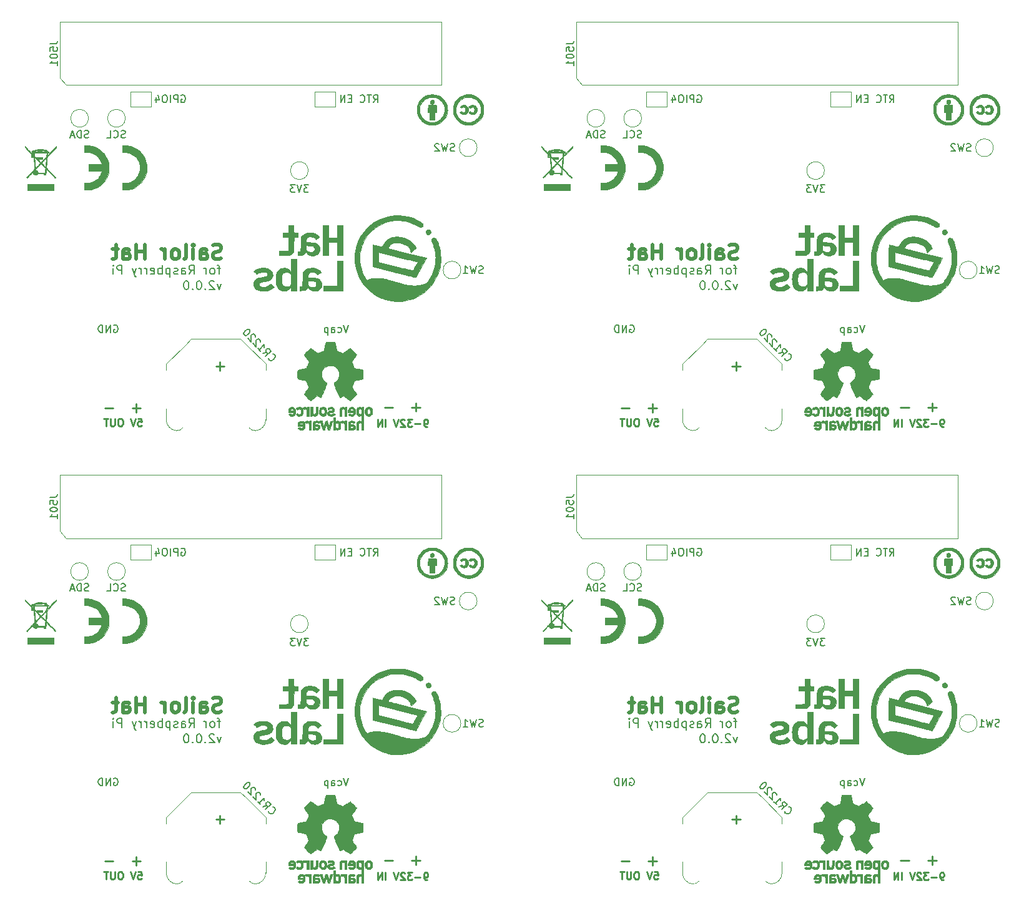
<source format=gbo>
G04 #@! TF.GenerationSoftware,KiCad,Pcbnew,(6.0.10-0)*
G04 #@! TF.CreationDate,2023-02-15T19:17:08+02:00*
G04 #@! TF.ProjectId,SH-RPi-panel,53482d52-5069-42d7-9061-6e656c2e6b69,v2.0.0*
G04 #@! TF.SameCoordinates,Original*
G04 #@! TF.FileFunction,Legend,Bot*
G04 #@! TF.FilePolarity,Positive*
%FSLAX46Y46*%
G04 Gerber Fmt 4.6, Leading zero omitted, Abs format (unit mm)*
G04 Created by KiCad (PCBNEW (6.0.10-0)) date 2023-02-15 19:17:08*
%MOMM*%
%LPD*%
G01*
G04 APERTURE LIST*
%ADD10C,0.500000*%
%ADD11C,0.200000*%
%ADD12C,0.150000*%
%ADD13C,0.250000*%
%ADD14C,0.120000*%
%ADD15C,0.010000*%
G04 APERTURE END LIST*
D10*
X105514047Y-38809523D02*
X105228333Y-38904761D01*
X104752142Y-38904761D01*
X104561666Y-38809523D01*
X104466428Y-38714285D01*
X104371190Y-38523809D01*
X104371190Y-38333333D01*
X104466428Y-38142857D01*
X104561666Y-38047619D01*
X104752142Y-37952380D01*
X105133095Y-37857142D01*
X105323571Y-37761904D01*
X105418809Y-37666666D01*
X105514047Y-37476190D01*
X105514047Y-37285714D01*
X105418809Y-37095238D01*
X105323571Y-37000000D01*
X105133095Y-36904761D01*
X104656904Y-36904761D01*
X104371190Y-37000000D01*
X102656904Y-38904761D02*
X102656904Y-37857142D01*
X102752142Y-37666666D01*
X102942619Y-37571428D01*
X103323571Y-37571428D01*
X103514047Y-37666666D01*
X102656904Y-38809523D02*
X102847380Y-38904761D01*
X103323571Y-38904761D01*
X103514047Y-38809523D01*
X103609285Y-38619047D01*
X103609285Y-38428571D01*
X103514047Y-38238095D01*
X103323571Y-38142857D01*
X102847380Y-38142857D01*
X102656904Y-38047619D01*
X101704523Y-38904761D02*
X101704523Y-37571428D01*
X101704523Y-36904761D02*
X101799761Y-37000000D01*
X101704523Y-37095238D01*
X101609285Y-37000000D01*
X101704523Y-36904761D01*
X101704523Y-37095238D01*
X100466428Y-38904761D02*
X100656904Y-38809523D01*
X100752142Y-38619047D01*
X100752142Y-36904761D01*
X99418809Y-38904761D02*
X99609285Y-38809523D01*
X99704523Y-38714285D01*
X99799761Y-38523809D01*
X99799761Y-37952380D01*
X99704523Y-37761904D01*
X99609285Y-37666666D01*
X99418809Y-37571428D01*
X99133095Y-37571428D01*
X98942619Y-37666666D01*
X98847380Y-37761904D01*
X98752142Y-37952380D01*
X98752142Y-38523809D01*
X98847380Y-38714285D01*
X98942619Y-38809523D01*
X99133095Y-38904761D01*
X99418809Y-38904761D01*
X97895000Y-38904761D02*
X97895000Y-37571428D01*
X97895000Y-37952380D02*
X97799761Y-37761904D01*
X97704523Y-37666666D01*
X97514047Y-37571428D01*
X97323571Y-37571428D01*
X95133095Y-38904761D02*
X95133095Y-36904761D01*
X95133095Y-37857142D02*
X93990238Y-37857142D01*
X93990238Y-38904761D02*
X93990238Y-36904761D01*
X92180714Y-38904761D02*
X92180714Y-37857142D01*
X92275952Y-37666666D01*
X92466428Y-37571428D01*
X92847380Y-37571428D01*
X93037857Y-37666666D01*
X92180714Y-38809523D02*
X92371190Y-38904761D01*
X92847380Y-38904761D01*
X93037857Y-38809523D01*
X93133095Y-38619047D01*
X93133095Y-38428571D01*
X93037857Y-38238095D01*
X92847380Y-38142857D01*
X92371190Y-38142857D01*
X92180714Y-38047619D01*
X91514047Y-37571428D02*
X90752142Y-37571428D01*
X91228333Y-36904761D02*
X91228333Y-38619047D01*
X91133095Y-38809523D01*
X90942619Y-38904761D01*
X90752142Y-38904761D01*
X35514047Y-38809523D02*
X35228333Y-38904761D01*
X34752142Y-38904761D01*
X34561666Y-38809523D01*
X34466428Y-38714285D01*
X34371190Y-38523809D01*
X34371190Y-38333333D01*
X34466428Y-38142857D01*
X34561666Y-38047619D01*
X34752142Y-37952380D01*
X35133095Y-37857142D01*
X35323571Y-37761904D01*
X35418809Y-37666666D01*
X35514047Y-37476190D01*
X35514047Y-37285714D01*
X35418809Y-37095238D01*
X35323571Y-37000000D01*
X35133095Y-36904761D01*
X34656904Y-36904761D01*
X34371190Y-37000000D01*
X32656904Y-38904761D02*
X32656904Y-37857142D01*
X32752142Y-37666666D01*
X32942619Y-37571428D01*
X33323571Y-37571428D01*
X33514047Y-37666666D01*
X32656904Y-38809523D02*
X32847380Y-38904761D01*
X33323571Y-38904761D01*
X33514047Y-38809523D01*
X33609285Y-38619047D01*
X33609285Y-38428571D01*
X33514047Y-38238095D01*
X33323571Y-38142857D01*
X32847380Y-38142857D01*
X32656904Y-38047619D01*
X31704523Y-38904761D02*
X31704523Y-37571428D01*
X31704523Y-36904761D02*
X31799761Y-37000000D01*
X31704523Y-37095238D01*
X31609285Y-37000000D01*
X31704523Y-36904761D01*
X31704523Y-37095238D01*
X30466428Y-38904761D02*
X30656904Y-38809523D01*
X30752142Y-38619047D01*
X30752142Y-36904761D01*
X29418809Y-38904761D02*
X29609285Y-38809523D01*
X29704523Y-38714285D01*
X29799761Y-38523809D01*
X29799761Y-37952380D01*
X29704523Y-37761904D01*
X29609285Y-37666666D01*
X29418809Y-37571428D01*
X29133095Y-37571428D01*
X28942619Y-37666666D01*
X28847380Y-37761904D01*
X28752142Y-37952380D01*
X28752142Y-38523809D01*
X28847380Y-38714285D01*
X28942619Y-38809523D01*
X29133095Y-38904761D01*
X29418809Y-38904761D01*
X27895000Y-38904761D02*
X27895000Y-37571428D01*
X27895000Y-37952380D02*
X27799761Y-37761904D01*
X27704523Y-37666666D01*
X27514047Y-37571428D01*
X27323571Y-37571428D01*
X25133095Y-38904761D02*
X25133095Y-36904761D01*
X25133095Y-37857142D02*
X23990238Y-37857142D01*
X23990238Y-38904761D02*
X23990238Y-36904761D01*
X22180714Y-38904761D02*
X22180714Y-37857142D01*
X22275952Y-37666666D01*
X22466428Y-37571428D01*
X22847380Y-37571428D01*
X23037857Y-37666666D01*
X22180714Y-38809523D02*
X22371190Y-38904761D01*
X22847380Y-38904761D01*
X23037857Y-38809523D01*
X23133095Y-38619047D01*
X23133095Y-38428571D01*
X23037857Y-38238095D01*
X22847380Y-38142857D01*
X22371190Y-38142857D01*
X22180714Y-38047619D01*
X21514047Y-37571428D02*
X20752142Y-37571428D01*
X21228333Y-36904761D02*
X21228333Y-38619047D01*
X21133095Y-38809523D01*
X20942619Y-38904761D01*
X20752142Y-38904761D01*
X105514047Y-100309523D02*
X105228333Y-100404761D01*
X104752142Y-100404761D01*
X104561666Y-100309523D01*
X104466428Y-100214285D01*
X104371190Y-100023809D01*
X104371190Y-99833333D01*
X104466428Y-99642857D01*
X104561666Y-99547619D01*
X104752142Y-99452380D01*
X105133095Y-99357142D01*
X105323571Y-99261904D01*
X105418809Y-99166666D01*
X105514047Y-98976190D01*
X105514047Y-98785714D01*
X105418809Y-98595238D01*
X105323571Y-98500000D01*
X105133095Y-98404761D01*
X104656904Y-98404761D01*
X104371190Y-98500000D01*
X102656904Y-100404761D02*
X102656904Y-99357142D01*
X102752142Y-99166666D01*
X102942619Y-99071428D01*
X103323571Y-99071428D01*
X103514047Y-99166666D01*
X102656904Y-100309523D02*
X102847380Y-100404761D01*
X103323571Y-100404761D01*
X103514047Y-100309523D01*
X103609285Y-100119047D01*
X103609285Y-99928571D01*
X103514047Y-99738095D01*
X103323571Y-99642857D01*
X102847380Y-99642857D01*
X102656904Y-99547619D01*
X101704523Y-100404761D02*
X101704523Y-99071428D01*
X101704523Y-98404761D02*
X101799761Y-98500000D01*
X101704523Y-98595238D01*
X101609285Y-98500000D01*
X101704523Y-98404761D01*
X101704523Y-98595238D01*
X100466428Y-100404761D02*
X100656904Y-100309523D01*
X100752142Y-100119047D01*
X100752142Y-98404761D01*
X99418809Y-100404761D02*
X99609285Y-100309523D01*
X99704523Y-100214285D01*
X99799761Y-100023809D01*
X99799761Y-99452380D01*
X99704523Y-99261904D01*
X99609285Y-99166666D01*
X99418809Y-99071428D01*
X99133095Y-99071428D01*
X98942619Y-99166666D01*
X98847380Y-99261904D01*
X98752142Y-99452380D01*
X98752142Y-100023809D01*
X98847380Y-100214285D01*
X98942619Y-100309523D01*
X99133095Y-100404761D01*
X99418809Y-100404761D01*
X97895000Y-100404761D02*
X97895000Y-99071428D01*
X97895000Y-99452380D02*
X97799761Y-99261904D01*
X97704523Y-99166666D01*
X97514047Y-99071428D01*
X97323571Y-99071428D01*
X95133095Y-100404761D02*
X95133095Y-98404761D01*
X95133095Y-99357142D02*
X93990238Y-99357142D01*
X93990238Y-100404761D02*
X93990238Y-98404761D01*
X92180714Y-100404761D02*
X92180714Y-99357142D01*
X92275952Y-99166666D01*
X92466428Y-99071428D01*
X92847380Y-99071428D01*
X93037857Y-99166666D01*
X92180714Y-100309523D02*
X92371190Y-100404761D01*
X92847380Y-100404761D01*
X93037857Y-100309523D01*
X93133095Y-100119047D01*
X93133095Y-99928571D01*
X93037857Y-99738095D01*
X92847380Y-99642857D01*
X92371190Y-99642857D01*
X92180714Y-99547619D01*
X91514047Y-99071428D02*
X90752142Y-99071428D01*
X91228333Y-98404761D02*
X91228333Y-100119047D01*
X91133095Y-100309523D01*
X90942619Y-100404761D01*
X90752142Y-100404761D01*
X35514047Y-100309523D02*
X35228333Y-100404761D01*
X34752142Y-100404761D01*
X34561666Y-100309523D01*
X34466428Y-100214285D01*
X34371190Y-100023809D01*
X34371190Y-99833333D01*
X34466428Y-99642857D01*
X34561666Y-99547619D01*
X34752142Y-99452380D01*
X35133095Y-99357142D01*
X35323571Y-99261904D01*
X35418809Y-99166666D01*
X35514047Y-98976190D01*
X35514047Y-98785714D01*
X35418809Y-98595238D01*
X35323571Y-98500000D01*
X35133095Y-98404761D01*
X34656904Y-98404761D01*
X34371190Y-98500000D01*
X32656904Y-100404761D02*
X32656904Y-99357142D01*
X32752142Y-99166666D01*
X32942619Y-99071428D01*
X33323571Y-99071428D01*
X33514047Y-99166666D01*
X32656904Y-100309523D02*
X32847380Y-100404761D01*
X33323571Y-100404761D01*
X33514047Y-100309523D01*
X33609285Y-100119047D01*
X33609285Y-99928571D01*
X33514047Y-99738095D01*
X33323571Y-99642857D01*
X32847380Y-99642857D01*
X32656904Y-99547619D01*
X31704523Y-100404761D02*
X31704523Y-99071428D01*
X31704523Y-98404761D02*
X31799761Y-98500000D01*
X31704523Y-98595238D01*
X31609285Y-98500000D01*
X31704523Y-98404761D01*
X31704523Y-98595238D01*
X30466428Y-100404761D02*
X30656904Y-100309523D01*
X30752142Y-100119047D01*
X30752142Y-98404761D01*
X29418809Y-100404761D02*
X29609285Y-100309523D01*
X29704523Y-100214285D01*
X29799761Y-100023809D01*
X29799761Y-99452380D01*
X29704523Y-99261904D01*
X29609285Y-99166666D01*
X29418809Y-99071428D01*
X29133095Y-99071428D01*
X28942619Y-99166666D01*
X28847380Y-99261904D01*
X28752142Y-99452380D01*
X28752142Y-100023809D01*
X28847380Y-100214285D01*
X28942619Y-100309523D01*
X29133095Y-100404761D01*
X29418809Y-100404761D01*
X27895000Y-100404761D02*
X27895000Y-99071428D01*
X27895000Y-99452380D02*
X27799761Y-99261904D01*
X27704523Y-99166666D01*
X27514047Y-99071428D01*
X27323571Y-99071428D01*
X25133095Y-100404761D02*
X25133095Y-98404761D01*
X25133095Y-99357142D02*
X23990238Y-99357142D01*
X23990238Y-100404761D02*
X23990238Y-98404761D01*
X22180714Y-100404761D02*
X22180714Y-99357142D01*
X22275952Y-99166666D01*
X22466428Y-99071428D01*
X22847380Y-99071428D01*
X23037857Y-99166666D01*
X22180714Y-100309523D02*
X22371190Y-100404761D01*
X22847380Y-100404761D01*
X23037857Y-100309523D01*
X23133095Y-100119047D01*
X23133095Y-99928571D01*
X23037857Y-99738095D01*
X22847380Y-99642857D01*
X22371190Y-99642857D01*
X22180714Y-99547619D01*
X21514047Y-99071428D02*
X20752142Y-99071428D01*
X21228333Y-98404761D02*
X21228333Y-100119047D01*
X21133095Y-100309523D01*
X20942619Y-100404761D01*
X20752142Y-100404761D01*
D11*
X105425714Y-40142857D02*
X104968571Y-40142857D01*
X105254285Y-40942857D02*
X105254285Y-39914285D01*
X105197142Y-39800000D01*
X105082857Y-39742857D01*
X104968571Y-39742857D01*
X104397142Y-40942857D02*
X104511428Y-40885714D01*
X104568571Y-40828571D01*
X104625714Y-40714285D01*
X104625714Y-40371428D01*
X104568571Y-40257142D01*
X104511428Y-40200000D01*
X104397142Y-40142857D01*
X104225714Y-40142857D01*
X104111428Y-40200000D01*
X104054285Y-40257142D01*
X103997142Y-40371428D01*
X103997142Y-40714285D01*
X104054285Y-40828571D01*
X104111428Y-40885714D01*
X104225714Y-40942857D01*
X104397142Y-40942857D01*
X103482857Y-40942857D02*
X103482857Y-40142857D01*
X103482857Y-40371428D02*
X103425714Y-40257142D01*
X103368571Y-40200000D01*
X103254285Y-40142857D01*
X103140000Y-40142857D01*
X101140000Y-40942857D02*
X101540000Y-40371428D01*
X101825714Y-40942857D02*
X101825714Y-39742857D01*
X101368571Y-39742857D01*
X101254285Y-39800000D01*
X101197142Y-39857142D01*
X101140000Y-39971428D01*
X101140000Y-40142857D01*
X101197142Y-40257142D01*
X101254285Y-40314285D01*
X101368571Y-40371428D01*
X101825714Y-40371428D01*
X100111428Y-40942857D02*
X100111428Y-40314285D01*
X100168571Y-40200000D01*
X100282857Y-40142857D01*
X100511428Y-40142857D01*
X100625714Y-40200000D01*
X100111428Y-40885714D02*
X100225714Y-40942857D01*
X100511428Y-40942857D01*
X100625714Y-40885714D01*
X100682857Y-40771428D01*
X100682857Y-40657142D01*
X100625714Y-40542857D01*
X100511428Y-40485714D01*
X100225714Y-40485714D01*
X100111428Y-40428571D01*
X99597142Y-40885714D02*
X99482857Y-40942857D01*
X99254285Y-40942857D01*
X99140000Y-40885714D01*
X99082857Y-40771428D01*
X99082857Y-40714285D01*
X99140000Y-40600000D01*
X99254285Y-40542857D01*
X99425714Y-40542857D01*
X99540000Y-40485714D01*
X99597142Y-40371428D01*
X99597142Y-40314285D01*
X99540000Y-40200000D01*
X99425714Y-40142857D01*
X99254285Y-40142857D01*
X99140000Y-40200000D01*
X98568571Y-40142857D02*
X98568571Y-41342857D01*
X98568571Y-40200000D02*
X98454285Y-40142857D01*
X98225714Y-40142857D01*
X98111428Y-40200000D01*
X98054285Y-40257142D01*
X97997142Y-40371428D01*
X97997142Y-40714285D01*
X98054285Y-40828571D01*
X98111428Y-40885714D01*
X98225714Y-40942857D01*
X98454285Y-40942857D01*
X98568571Y-40885714D01*
X97482857Y-40942857D02*
X97482857Y-39742857D01*
X97482857Y-40200000D02*
X97368571Y-40142857D01*
X97140000Y-40142857D01*
X97025714Y-40200000D01*
X96968571Y-40257142D01*
X96911428Y-40371428D01*
X96911428Y-40714285D01*
X96968571Y-40828571D01*
X97025714Y-40885714D01*
X97140000Y-40942857D01*
X97368571Y-40942857D01*
X97482857Y-40885714D01*
X95940000Y-40885714D02*
X96054285Y-40942857D01*
X96282857Y-40942857D01*
X96397142Y-40885714D01*
X96454285Y-40771428D01*
X96454285Y-40314285D01*
X96397142Y-40200000D01*
X96282857Y-40142857D01*
X96054285Y-40142857D01*
X95940000Y-40200000D01*
X95882857Y-40314285D01*
X95882857Y-40428571D01*
X96454285Y-40542857D01*
X95368571Y-40942857D02*
X95368571Y-40142857D01*
X95368571Y-40371428D02*
X95311428Y-40257142D01*
X95254285Y-40200000D01*
X95140000Y-40142857D01*
X95025714Y-40142857D01*
X94625714Y-40942857D02*
X94625714Y-40142857D01*
X94625714Y-40371428D02*
X94568571Y-40257142D01*
X94511428Y-40200000D01*
X94397142Y-40142857D01*
X94282857Y-40142857D01*
X93997142Y-40142857D02*
X93711428Y-40942857D01*
X93425714Y-40142857D02*
X93711428Y-40942857D01*
X93825714Y-41228571D01*
X93882857Y-41285714D01*
X93997142Y-41342857D01*
X92054285Y-40942857D02*
X92054285Y-39742857D01*
X91597142Y-39742857D01*
X91482857Y-39800000D01*
X91425714Y-39857142D01*
X91368571Y-39971428D01*
X91368571Y-40142857D01*
X91425714Y-40257142D01*
X91482857Y-40314285D01*
X91597142Y-40371428D01*
X92054285Y-40371428D01*
X90854285Y-40942857D02*
X90854285Y-40142857D01*
X90854285Y-39742857D02*
X90911428Y-39800000D01*
X90854285Y-39857142D01*
X90797142Y-39800000D01*
X90854285Y-39742857D01*
X90854285Y-39857142D01*
X35425714Y-40142857D02*
X34968571Y-40142857D01*
X35254285Y-40942857D02*
X35254285Y-39914285D01*
X35197142Y-39800000D01*
X35082857Y-39742857D01*
X34968571Y-39742857D01*
X34397142Y-40942857D02*
X34511428Y-40885714D01*
X34568571Y-40828571D01*
X34625714Y-40714285D01*
X34625714Y-40371428D01*
X34568571Y-40257142D01*
X34511428Y-40200000D01*
X34397142Y-40142857D01*
X34225714Y-40142857D01*
X34111428Y-40200000D01*
X34054285Y-40257142D01*
X33997142Y-40371428D01*
X33997142Y-40714285D01*
X34054285Y-40828571D01*
X34111428Y-40885714D01*
X34225714Y-40942857D01*
X34397142Y-40942857D01*
X33482857Y-40942857D02*
X33482857Y-40142857D01*
X33482857Y-40371428D02*
X33425714Y-40257142D01*
X33368571Y-40200000D01*
X33254285Y-40142857D01*
X33140000Y-40142857D01*
X31140000Y-40942857D02*
X31540000Y-40371428D01*
X31825714Y-40942857D02*
X31825714Y-39742857D01*
X31368571Y-39742857D01*
X31254285Y-39800000D01*
X31197142Y-39857142D01*
X31140000Y-39971428D01*
X31140000Y-40142857D01*
X31197142Y-40257142D01*
X31254285Y-40314285D01*
X31368571Y-40371428D01*
X31825714Y-40371428D01*
X30111428Y-40942857D02*
X30111428Y-40314285D01*
X30168571Y-40200000D01*
X30282857Y-40142857D01*
X30511428Y-40142857D01*
X30625714Y-40200000D01*
X30111428Y-40885714D02*
X30225714Y-40942857D01*
X30511428Y-40942857D01*
X30625714Y-40885714D01*
X30682857Y-40771428D01*
X30682857Y-40657142D01*
X30625714Y-40542857D01*
X30511428Y-40485714D01*
X30225714Y-40485714D01*
X30111428Y-40428571D01*
X29597142Y-40885714D02*
X29482857Y-40942857D01*
X29254285Y-40942857D01*
X29140000Y-40885714D01*
X29082857Y-40771428D01*
X29082857Y-40714285D01*
X29140000Y-40600000D01*
X29254285Y-40542857D01*
X29425714Y-40542857D01*
X29540000Y-40485714D01*
X29597142Y-40371428D01*
X29597142Y-40314285D01*
X29540000Y-40200000D01*
X29425714Y-40142857D01*
X29254285Y-40142857D01*
X29140000Y-40200000D01*
X28568571Y-40142857D02*
X28568571Y-41342857D01*
X28568571Y-40200000D02*
X28454285Y-40142857D01*
X28225714Y-40142857D01*
X28111428Y-40200000D01*
X28054285Y-40257142D01*
X27997142Y-40371428D01*
X27997142Y-40714285D01*
X28054285Y-40828571D01*
X28111428Y-40885714D01*
X28225714Y-40942857D01*
X28454285Y-40942857D01*
X28568571Y-40885714D01*
X27482857Y-40942857D02*
X27482857Y-39742857D01*
X27482857Y-40200000D02*
X27368571Y-40142857D01*
X27140000Y-40142857D01*
X27025714Y-40200000D01*
X26968571Y-40257142D01*
X26911428Y-40371428D01*
X26911428Y-40714285D01*
X26968571Y-40828571D01*
X27025714Y-40885714D01*
X27140000Y-40942857D01*
X27368571Y-40942857D01*
X27482857Y-40885714D01*
X25940000Y-40885714D02*
X26054285Y-40942857D01*
X26282857Y-40942857D01*
X26397142Y-40885714D01*
X26454285Y-40771428D01*
X26454285Y-40314285D01*
X26397142Y-40200000D01*
X26282857Y-40142857D01*
X26054285Y-40142857D01*
X25940000Y-40200000D01*
X25882857Y-40314285D01*
X25882857Y-40428571D01*
X26454285Y-40542857D01*
X25368571Y-40942857D02*
X25368571Y-40142857D01*
X25368571Y-40371428D02*
X25311428Y-40257142D01*
X25254285Y-40200000D01*
X25140000Y-40142857D01*
X25025714Y-40142857D01*
X24625714Y-40942857D02*
X24625714Y-40142857D01*
X24625714Y-40371428D02*
X24568571Y-40257142D01*
X24511428Y-40200000D01*
X24397142Y-40142857D01*
X24282857Y-40142857D01*
X23997142Y-40142857D02*
X23711428Y-40942857D01*
X23425714Y-40142857D02*
X23711428Y-40942857D01*
X23825714Y-41228571D01*
X23882857Y-41285714D01*
X23997142Y-41342857D01*
X22054285Y-40942857D02*
X22054285Y-39742857D01*
X21597142Y-39742857D01*
X21482857Y-39800000D01*
X21425714Y-39857142D01*
X21368571Y-39971428D01*
X21368571Y-40142857D01*
X21425714Y-40257142D01*
X21482857Y-40314285D01*
X21597142Y-40371428D01*
X22054285Y-40371428D01*
X20854285Y-40942857D02*
X20854285Y-40142857D01*
X20854285Y-39742857D02*
X20911428Y-39800000D01*
X20854285Y-39857142D01*
X20797142Y-39800000D01*
X20854285Y-39742857D01*
X20854285Y-39857142D01*
X105425714Y-101642857D02*
X104968571Y-101642857D01*
X105254285Y-102442857D02*
X105254285Y-101414285D01*
X105197142Y-101300000D01*
X105082857Y-101242857D01*
X104968571Y-101242857D01*
X104397142Y-102442857D02*
X104511428Y-102385714D01*
X104568571Y-102328571D01*
X104625714Y-102214285D01*
X104625714Y-101871428D01*
X104568571Y-101757142D01*
X104511428Y-101700000D01*
X104397142Y-101642857D01*
X104225714Y-101642857D01*
X104111428Y-101700000D01*
X104054285Y-101757142D01*
X103997142Y-101871428D01*
X103997142Y-102214285D01*
X104054285Y-102328571D01*
X104111428Y-102385714D01*
X104225714Y-102442857D01*
X104397142Y-102442857D01*
X103482857Y-102442857D02*
X103482857Y-101642857D01*
X103482857Y-101871428D02*
X103425714Y-101757142D01*
X103368571Y-101700000D01*
X103254285Y-101642857D01*
X103140000Y-101642857D01*
X101140000Y-102442857D02*
X101540000Y-101871428D01*
X101825714Y-102442857D02*
X101825714Y-101242857D01*
X101368571Y-101242857D01*
X101254285Y-101300000D01*
X101197142Y-101357142D01*
X101140000Y-101471428D01*
X101140000Y-101642857D01*
X101197142Y-101757142D01*
X101254285Y-101814285D01*
X101368571Y-101871428D01*
X101825714Y-101871428D01*
X100111428Y-102442857D02*
X100111428Y-101814285D01*
X100168571Y-101700000D01*
X100282857Y-101642857D01*
X100511428Y-101642857D01*
X100625714Y-101700000D01*
X100111428Y-102385714D02*
X100225714Y-102442857D01*
X100511428Y-102442857D01*
X100625714Y-102385714D01*
X100682857Y-102271428D01*
X100682857Y-102157142D01*
X100625714Y-102042857D01*
X100511428Y-101985714D01*
X100225714Y-101985714D01*
X100111428Y-101928571D01*
X99597142Y-102385714D02*
X99482857Y-102442857D01*
X99254285Y-102442857D01*
X99140000Y-102385714D01*
X99082857Y-102271428D01*
X99082857Y-102214285D01*
X99140000Y-102100000D01*
X99254285Y-102042857D01*
X99425714Y-102042857D01*
X99540000Y-101985714D01*
X99597142Y-101871428D01*
X99597142Y-101814285D01*
X99540000Y-101700000D01*
X99425714Y-101642857D01*
X99254285Y-101642857D01*
X99140000Y-101700000D01*
X98568571Y-101642857D02*
X98568571Y-102842857D01*
X98568571Y-101700000D02*
X98454285Y-101642857D01*
X98225714Y-101642857D01*
X98111428Y-101700000D01*
X98054285Y-101757142D01*
X97997142Y-101871428D01*
X97997142Y-102214285D01*
X98054285Y-102328571D01*
X98111428Y-102385714D01*
X98225714Y-102442857D01*
X98454285Y-102442857D01*
X98568571Y-102385714D01*
X97482857Y-102442857D02*
X97482857Y-101242857D01*
X97482857Y-101700000D02*
X97368571Y-101642857D01*
X97140000Y-101642857D01*
X97025714Y-101700000D01*
X96968571Y-101757142D01*
X96911428Y-101871428D01*
X96911428Y-102214285D01*
X96968571Y-102328571D01*
X97025714Y-102385714D01*
X97140000Y-102442857D01*
X97368571Y-102442857D01*
X97482857Y-102385714D01*
X95940000Y-102385714D02*
X96054285Y-102442857D01*
X96282857Y-102442857D01*
X96397142Y-102385714D01*
X96454285Y-102271428D01*
X96454285Y-101814285D01*
X96397142Y-101700000D01*
X96282857Y-101642857D01*
X96054285Y-101642857D01*
X95940000Y-101700000D01*
X95882857Y-101814285D01*
X95882857Y-101928571D01*
X96454285Y-102042857D01*
X95368571Y-102442857D02*
X95368571Y-101642857D01*
X95368571Y-101871428D02*
X95311428Y-101757142D01*
X95254285Y-101700000D01*
X95140000Y-101642857D01*
X95025714Y-101642857D01*
X94625714Y-102442857D02*
X94625714Y-101642857D01*
X94625714Y-101871428D02*
X94568571Y-101757142D01*
X94511428Y-101700000D01*
X94397142Y-101642857D01*
X94282857Y-101642857D01*
X93997142Y-101642857D02*
X93711428Y-102442857D01*
X93425714Y-101642857D02*
X93711428Y-102442857D01*
X93825714Y-102728571D01*
X93882857Y-102785714D01*
X93997142Y-102842857D01*
X92054285Y-102442857D02*
X92054285Y-101242857D01*
X91597142Y-101242857D01*
X91482857Y-101300000D01*
X91425714Y-101357142D01*
X91368571Y-101471428D01*
X91368571Y-101642857D01*
X91425714Y-101757142D01*
X91482857Y-101814285D01*
X91597142Y-101871428D01*
X92054285Y-101871428D01*
X90854285Y-102442857D02*
X90854285Y-101642857D01*
X90854285Y-101242857D02*
X90911428Y-101300000D01*
X90854285Y-101357142D01*
X90797142Y-101300000D01*
X90854285Y-101242857D01*
X90854285Y-101357142D01*
X35425714Y-101642857D02*
X34968571Y-101642857D01*
X35254285Y-102442857D02*
X35254285Y-101414285D01*
X35197142Y-101300000D01*
X35082857Y-101242857D01*
X34968571Y-101242857D01*
X34397142Y-102442857D02*
X34511428Y-102385714D01*
X34568571Y-102328571D01*
X34625714Y-102214285D01*
X34625714Y-101871428D01*
X34568571Y-101757142D01*
X34511428Y-101700000D01*
X34397142Y-101642857D01*
X34225714Y-101642857D01*
X34111428Y-101700000D01*
X34054285Y-101757142D01*
X33997142Y-101871428D01*
X33997142Y-102214285D01*
X34054285Y-102328571D01*
X34111428Y-102385714D01*
X34225714Y-102442857D01*
X34397142Y-102442857D01*
X33482857Y-102442857D02*
X33482857Y-101642857D01*
X33482857Y-101871428D02*
X33425714Y-101757142D01*
X33368571Y-101700000D01*
X33254285Y-101642857D01*
X33140000Y-101642857D01*
X31140000Y-102442857D02*
X31540000Y-101871428D01*
X31825714Y-102442857D02*
X31825714Y-101242857D01*
X31368571Y-101242857D01*
X31254285Y-101300000D01*
X31197142Y-101357142D01*
X31140000Y-101471428D01*
X31140000Y-101642857D01*
X31197142Y-101757142D01*
X31254285Y-101814285D01*
X31368571Y-101871428D01*
X31825714Y-101871428D01*
X30111428Y-102442857D02*
X30111428Y-101814285D01*
X30168571Y-101700000D01*
X30282857Y-101642857D01*
X30511428Y-101642857D01*
X30625714Y-101700000D01*
X30111428Y-102385714D02*
X30225714Y-102442857D01*
X30511428Y-102442857D01*
X30625714Y-102385714D01*
X30682857Y-102271428D01*
X30682857Y-102157142D01*
X30625714Y-102042857D01*
X30511428Y-101985714D01*
X30225714Y-101985714D01*
X30111428Y-101928571D01*
X29597142Y-102385714D02*
X29482857Y-102442857D01*
X29254285Y-102442857D01*
X29140000Y-102385714D01*
X29082857Y-102271428D01*
X29082857Y-102214285D01*
X29140000Y-102100000D01*
X29254285Y-102042857D01*
X29425714Y-102042857D01*
X29540000Y-101985714D01*
X29597142Y-101871428D01*
X29597142Y-101814285D01*
X29540000Y-101700000D01*
X29425714Y-101642857D01*
X29254285Y-101642857D01*
X29140000Y-101700000D01*
X28568571Y-101642857D02*
X28568571Y-102842857D01*
X28568571Y-101700000D02*
X28454285Y-101642857D01*
X28225714Y-101642857D01*
X28111428Y-101700000D01*
X28054285Y-101757142D01*
X27997142Y-101871428D01*
X27997142Y-102214285D01*
X28054285Y-102328571D01*
X28111428Y-102385714D01*
X28225714Y-102442857D01*
X28454285Y-102442857D01*
X28568571Y-102385714D01*
X27482857Y-102442857D02*
X27482857Y-101242857D01*
X27482857Y-101700000D02*
X27368571Y-101642857D01*
X27140000Y-101642857D01*
X27025714Y-101700000D01*
X26968571Y-101757142D01*
X26911428Y-101871428D01*
X26911428Y-102214285D01*
X26968571Y-102328571D01*
X27025714Y-102385714D01*
X27140000Y-102442857D01*
X27368571Y-102442857D01*
X27482857Y-102385714D01*
X25940000Y-102385714D02*
X26054285Y-102442857D01*
X26282857Y-102442857D01*
X26397142Y-102385714D01*
X26454285Y-102271428D01*
X26454285Y-101814285D01*
X26397142Y-101700000D01*
X26282857Y-101642857D01*
X26054285Y-101642857D01*
X25940000Y-101700000D01*
X25882857Y-101814285D01*
X25882857Y-101928571D01*
X26454285Y-102042857D01*
X25368571Y-102442857D02*
X25368571Y-101642857D01*
X25368571Y-101871428D02*
X25311428Y-101757142D01*
X25254285Y-101700000D01*
X25140000Y-101642857D01*
X25025714Y-101642857D01*
X24625714Y-102442857D02*
X24625714Y-101642857D01*
X24625714Y-101871428D02*
X24568571Y-101757142D01*
X24511428Y-101700000D01*
X24397142Y-101642857D01*
X24282857Y-101642857D01*
X23997142Y-101642857D02*
X23711428Y-102442857D01*
X23425714Y-101642857D02*
X23711428Y-102442857D01*
X23825714Y-102728571D01*
X23882857Y-102785714D01*
X23997142Y-102842857D01*
X22054285Y-102442857D02*
X22054285Y-101242857D01*
X21597142Y-101242857D01*
X21482857Y-101300000D01*
X21425714Y-101357142D01*
X21368571Y-101471428D01*
X21368571Y-101642857D01*
X21425714Y-101757142D01*
X21482857Y-101814285D01*
X21597142Y-101871428D01*
X22054285Y-101871428D01*
X20854285Y-102442857D02*
X20854285Y-101642857D01*
X20854285Y-101242857D02*
X20911428Y-101300000D01*
X20854285Y-101357142D01*
X20797142Y-101300000D01*
X20854285Y-101242857D01*
X20854285Y-101357142D01*
D12*
X126134166Y-17652380D02*
X126467500Y-17176190D01*
X126705595Y-17652380D02*
X126705595Y-16652380D01*
X126324642Y-16652380D01*
X126229404Y-16700000D01*
X126181785Y-16747619D01*
X126134166Y-16842857D01*
X126134166Y-16985714D01*
X126181785Y-17080952D01*
X126229404Y-17128571D01*
X126324642Y-17176190D01*
X126705595Y-17176190D01*
X125848452Y-16652380D02*
X125277023Y-16652380D01*
X125562738Y-17652380D02*
X125562738Y-16652380D01*
X124372261Y-17557142D02*
X124419880Y-17604761D01*
X124562738Y-17652380D01*
X124657976Y-17652380D01*
X124800833Y-17604761D01*
X124896071Y-17509523D01*
X124943690Y-17414285D01*
X124991309Y-17223809D01*
X124991309Y-17080952D01*
X124943690Y-16890476D01*
X124896071Y-16795238D01*
X124800833Y-16700000D01*
X124657976Y-16652380D01*
X124562738Y-16652380D01*
X124419880Y-16700000D01*
X124372261Y-16747619D01*
X123181785Y-17128571D02*
X122848452Y-17128571D01*
X122705595Y-17652380D02*
X123181785Y-17652380D01*
X123181785Y-16652380D01*
X122705595Y-16652380D01*
X122277023Y-17652380D02*
X122277023Y-16652380D01*
X121705595Y-17652380D01*
X121705595Y-16652380D01*
X56134166Y-17652380D02*
X56467500Y-17176190D01*
X56705595Y-17652380D02*
X56705595Y-16652380D01*
X56324642Y-16652380D01*
X56229404Y-16700000D01*
X56181785Y-16747619D01*
X56134166Y-16842857D01*
X56134166Y-16985714D01*
X56181785Y-17080952D01*
X56229404Y-17128571D01*
X56324642Y-17176190D01*
X56705595Y-17176190D01*
X55848452Y-16652380D02*
X55277023Y-16652380D01*
X55562738Y-17652380D02*
X55562738Y-16652380D01*
X54372261Y-17557142D02*
X54419880Y-17604761D01*
X54562738Y-17652380D01*
X54657976Y-17652380D01*
X54800833Y-17604761D01*
X54896071Y-17509523D01*
X54943690Y-17414285D01*
X54991309Y-17223809D01*
X54991309Y-17080952D01*
X54943690Y-16890476D01*
X54896071Y-16795238D01*
X54800833Y-16700000D01*
X54657976Y-16652380D01*
X54562738Y-16652380D01*
X54419880Y-16700000D01*
X54372261Y-16747619D01*
X53181785Y-17128571D02*
X52848452Y-17128571D01*
X52705595Y-17652380D02*
X53181785Y-17652380D01*
X53181785Y-16652380D01*
X52705595Y-16652380D01*
X52277023Y-17652380D02*
X52277023Y-16652380D01*
X51705595Y-17652380D01*
X51705595Y-16652380D01*
X126134166Y-79152380D02*
X126467500Y-78676190D01*
X126705595Y-79152380D02*
X126705595Y-78152380D01*
X126324642Y-78152380D01*
X126229404Y-78200000D01*
X126181785Y-78247619D01*
X126134166Y-78342857D01*
X126134166Y-78485714D01*
X126181785Y-78580952D01*
X126229404Y-78628571D01*
X126324642Y-78676190D01*
X126705595Y-78676190D01*
X125848452Y-78152380D02*
X125277023Y-78152380D01*
X125562738Y-79152380D02*
X125562738Y-78152380D01*
X124372261Y-79057142D02*
X124419880Y-79104761D01*
X124562738Y-79152380D01*
X124657976Y-79152380D01*
X124800833Y-79104761D01*
X124896071Y-79009523D01*
X124943690Y-78914285D01*
X124991309Y-78723809D01*
X124991309Y-78580952D01*
X124943690Y-78390476D01*
X124896071Y-78295238D01*
X124800833Y-78200000D01*
X124657976Y-78152380D01*
X124562738Y-78152380D01*
X124419880Y-78200000D01*
X124372261Y-78247619D01*
X123181785Y-78628571D02*
X122848452Y-78628571D01*
X122705595Y-79152380D02*
X123181785Y-79152380D01*
X123181785Y-78152380D01*
X122705595Y-78152380D01*
X122277023Y-79152380D02*
X122277023Y-78152380D01*
X121705595Y-79152380D01*
X121705595Y-78152380D01*
X56134166Y-79152380D02*
X56467500Y-78676190D01*
X56705595Y-79152380D02*
X56705595Y-78152380D01*
X56324642Y-78152380D01*
X56229404Y-78200000D01*
X56181785Y-78247619D01*
X56134166Y-78342857D01*
X56134166Y-78485714D01*
X56181785Y-78580952D01*
X56229404Y-78628571D01*
X56324642Y-78676190D01*
X56705595Y-78676190D01*
X55848452Y-78152380D02*
X55277023Y-78152380D01*
X55562738Y-79152380D02*
X55562738Y-78152380D01*
X54372261Y-79057142D02*
X54419880Y-79104761D01*
X54562738Y-79152380D01*
X54657976Y-79152380D01*
X54800833Y-79104761D01*
X54896071Y-79009523D01*
X54943690Y-78914285D01*
X54991309Y-78723809D01*
X54991309Y-78580952D01*
X54943690Y-78390476D01*
X54896071Y-78295238D01*
X54800833Y-78200000D01*
X54657976Y-78152380D01*
X54562738Y-78152380D01*
X54419880Y-78200000D01*
X54372261Y-78247619D01*
X53181785Y-78628571D02*
X52848452Y-78628571D01*
X52705595Y-79152380D02*
X53181785Y-79152380D01*
X53181785Y-78152380D01*
X52705595Y-78152380D01*
X52277023Y-79152380D02*
X52277023Y-78152380D01*
X51705595Y-79152380D01*
X51705595Y-78152380D01*
D13*
X63433333Y-123152380D02*
X63242857Y-123152380D01*
X63147619Y-123104761D01*
X63100000Y-123057142D01*
X63004761Y-122914285D01*
X62957142Y-122723809D01*
X62957142Y-122342857D01*
X63004761Y-122247619D01*
X63052380Y-122200000D01*
X63147619Y-122152380D01*
X63338095Y-122152380D01*
X63433333Y-122200000D01*
X63480952Y-122247619D01*
X63528571Y-122342857D01*
X63528571Y-122580952D01*
X63480952Y-122676190D01*
X63433333Y-122723809D01*
X63338095Y-122771428D01*
X63147619Y-122771428D01*
X63052380Y-122723809D01*
X63004761Y-122676190D01*
X62957142Y-122580952D01*
X62528571Y-122771428D02*
X61766666Y-122771428D01*
X61385714Y-122152380D02*
X60766666Y-122152380D01*
X61100000Y-122533333D01*
X60957142Y-122533333D01*
X60861904Y-122580952D01*
X60814285Y-122628571D01*
X60766666Y-122723809D01*
X60766666Y-122961904D01*
X60814285Y-123057142D01*
X60861904Y-123104761D01*
X60957142Y-123152380D01*
X61242857Y-123152380D01*
X61338095Y-123104761D01*
X61385714Y-123057142D01*
X60385714Y-122247619D02*
X60338095Y-122200000D01*
X60242857Y-122152380D01*
X60004761Y-122152380D01*
X59909523Y-122200000D01*
X59861904Y-122247619D01*
X59814285Y-122342857D01*
X59814285Y-122438095D01*
X59861904Y-122580952D01*
X60433333Y-123152380D01*
X59814285Y-123152380D01*
X59528571Y-122152380D02*
X59195238Y-123152380D01*
X58861904Y-122152380D01*
X57766666Y-123152380D02*
X57766666Y-122152380D01*
X57290476Y-123152380D02*
X57290476Y-122152380D01*
X56719047Y-123152380D01*
X56719047Y-122152380D01*
X133433333Y-123152380D02*
X133242857Y-123152380D01*
X133147619Y-123104761D01*
X133100000Y-123057142D01*
X133004761Y-122914285D01*
X132957142Y-122723809D01*
X132957142Y-122342857D01*
X133004761Y-122247619D01*
X133052380Y-122200000D01*
X133147619Y-122152380D01*
X133338095Y-122152380D01*
X133433333Y-122200000D01*
X133480952Y-122247619D01*
X133528571Y-122342857D01*
X133528571Y-122580952D01*
X133480952Y-122676190D01*
X133433333Y-122723809D01*
X133338095Y-122771428D01*
X133147619Y-122771428D01*
X133052380Y-122723809D01*
X133004761Y-122676190D01*
X132957142Y-122580952D01*
X132528571Y-122771428D02*
X131766666Y-122771428D01*
X131385714Y-122152380D02*
X130766666Y-122152380D01*
X131100000Y-122533333D01*
X130957142Y-122533333D01*
X130861904Y-122580952D01*
X130814285Y-122628571D01*
X130766666Y-122723809D01*
X130766666Y-122961904D01*
X130814285Y-123057142D01*
X130861904Y-123104761D01*
X130957142Y-123152380D01*
X131242857Y-123152380D01*
X131338095Y-123104761D01*
X131385714Y-123057142D01*
X130385714Y-122247619D02*
X130338095Y-122200000D01*
X130242857Y-122152380D01*
X130004761Y-122152380D01*
X129909523Y-122200000D01*
X129861904Y-122247619D01*
X129814285Y-122342857D01*
X129814285Y-122438095D01*
X129861904Y-122580952D01*
X130433333Y-123152380D01*
X129814285Y-123152380D01*
X129528571Y-122152380D02*
X129195238Y-123152380D01*
X128861904Y-122152380D01*
X127766666Y-123152380D02*
X127766666Y-122152380D01*
X127290476Y-123152380D02*
X127290476Y-122152380D01*
X126719047Y-123152380D01*
X126719047Y-122152380D01*
X63433333Y-61652380D02*
X63242857Y-61652380D01*
X63147619Y-61604761D01*
X63100000Y-61557142D01*
X63004761Y-61414285D01*
X62957142Y-61223809D01*
X62957142Y-60842857D01*
X63004761Y-60747619D01*
X63052380Y-60700000D01*
X63147619Y-60652380D01*
X63338095Y-60652380D01*
X63433333Y-60700000D01*
X63480952Y-60747619D01*
X63528571Y-60842857D01*
X63528571Y-61080952D01*
X63480952Y-61176190D01*
X63433333Y-61223809D01*
X63338095Y-61271428D01*
X63147619Y-61271428D01*
X63052380Y-61223809D01*
X63004761Y-61176190D01*
X62957142Y-61080952D01*
X62528571Y-61271428D02*
X61766666Y-61271428D01*
X61385714Y-60652380D02*
X60766666Y-60652380D01*
X61100000Y-61033333D01*
X60957142Y-61033333D01*
X60861904Y-61080952D01*
X60814285Y-61128571D01*
X60766666Y-61223809D01*
X60766666Y-61461904D01*
X60814285Y-61557142D01*
X60861904Y-61604761D01*
X60957142Y-61652380D01*
X61242857Y-61652380D01*
X61338095Y-61604761D01*
X61385714Y-61557142D01*
X60385714Y-60747619D02*
X60338095Y-60700000D01*
X60242857Y-60652380D01*
X60004761Y-60652380D01*
X59909523Y-60700000D01*
X59861904Y-60747619D01*
X59814285Y-60842857D01*
X59814285Y-60938095D01*
X59861904Y-61080952D01*
X60433333Y-61652380D01*
X59814285Y-61652380D01*
X59528571Y-60652380D02*
X59195238Y-61652380D01*
X58861904Y-60652380D01*
X57766666Y-61652380D02*
X57766666Y-60652380D01*
X57290476Y-61652380D02*
X57290476Y-60652380D01*
X56719047Y-61652380D01*
X56719047Y-60652380D01*
X133433333Y-61652380D02*
X133242857Y-61652380D01*
X133147619Y-61604761D01*
X133100000Y-61557142D01*
X133004761Y-61414285D01*
X132957142Y-61223809D01*
X132957142Y-60842857D01*
X133004761Y-60747619D01*
X133052380Y-60700000D01*
X133147619Y-60652380D01*
X133338095Y-60652380D01*
X133433333Y-60700000D01*
X133480952Y-60747619D01*
X133528571Y-60842857D01*
X133528571Y-61080952D01*
X133480952Y-61176190D01*
X133433333Y-61223809D01*
X133338095Y-61271428D01*
X133147619Y-61271428D01*
X133052380Y-61223809D01*
X133004761Y-61176190D01*
X132957142Y-61080952D01*
X132528571Y-61271428D02*
X131766666Y-61271428D01*
X131385714Y-60652380D02*
X130766666Y-60652380D01*
X131100000Y-61033333D01*
X130957142Y-61033333D01*
X130861904Y-61080952D01*
X130814285Y-61128571D01*
X130766666Y-61223809D01*
X130766666Y-61461904D01*
X130814285Y-61557142D01*
X130861904Y-61604761D01*
X130957142Y-61652380D01*
X131242857Y-61652380D01*
X131338095Y-61604761D01*
X131385714Y-61557142D01*
X130385714Y-60747619D02*
X130338095Y-60700000D01*
X130242857Y-60652380D01*
X130004761Y-60652380D01*
X129909523Y-60700000D01*
X129861904Y-60747619D01*
X129814285Y-60842857D01*
X129814285Y-60938095D01*
X129861904Y-61080952D01*
X130433333Y-61652380D01*
X129814285Y-61652380D01*
X129528571Y-60652380D02*
X129195238Y-61652380D01*
X128861904Y-60652380D01*
X127766666Y-61652380D02*
X127766666Y-60652380D01*
X127290476Y-61652380D02*
X127290476Y-60652380D01*
X126719047Y-61652380D01*
X126719047Y-60652380D01*
D12*
X30081785Y-16700000D02*
X30177023Y-16652380D01*
X30319880Y-16652380D01*
X30462738Y-16700000D01*
X30557976Y-16795238D01*
X30605595Y-16890476D01*
X30653214Y-17080952D01*
X30653214Y-17223809D01*
X30605595Y-17414285D01*
X30557976Y-17509523D01*
X30462738Y-17604761D01*
X30319880Y-17652380D01*
X30224642Y-17652380D01*
X30081785Y-17604761D01*
X30034166Y-17557142D01*
X30034166Y-17223809D01*
X30224642Y-17223809D01*
X29605595Y-17652380D02*
X29605595Y-16652380D01*
X29224642Y-16652380D01*
X29129404Y-16700000D01*
X29081785Y-16747619D01*
X29034166Y-16842857D01*
X29034166Y-16985714D01*
X29081785Y-17080952D01*
X29129404Y-17128571D01*
X29224642Y-17176190D01*
X29605595Y-17176190D01*
X28605595Y-17652380D02*
X28605595Y-16652380D01*
X27938928Y-16652380D02*
X27748452Y-16652380D01*
X27653214Y-16700000D01*
X27557976Y-16795238D01*
X27510357Y-16985714D01*
X27510357Y-17319047D01*
X27557976Y-17509523D01*
X27653214Y-17604761D01*
X27748452Y-17652380D01*
X27938928Y-17652380D01*
X28034166Y-17604761D01*
X28129404Y-17509523D01*
X28177023Y-17319047D01*
X28177023Y-16985714D01*
X28129404Y-16795238D01*
X28034166Y-16700000D01*
X27938928Y-16652380D01*
X26653214Y-16985714D02*
X26653214Y-17652380D01*
X26891309Y-16604761D02*
X27129404Y-17319047D01*
X26510357Y-17319047D01*
X100081785Y-16700000D02*
X100177023Y-16652380D01*
X100319880Y-16652380D01*
X100462738Y-16700000D01*
X100557976Y-16795238D01*
X100605595Y-16890476D01*
X100653214Y-17080952D01*
X100653214Y-17223809D01*
X100605595Y-17414285D01*
X100557976Y-17509523D01*
X100462738Y-17604761D01*
X100319880Y-17652380D01*
X100224642Y-17652380D01*
X100081785Y-17604761D01*
X100034166Y-17557142D01*
X100034166Y-17223809D01*
X100224642Y-17223809D01*
X99605595Y-17652380D02*
X99605595Y-16652380D01*
X99224642Y-16652380D01*
X99129404Y-16700000D01*
X99081785Y-16747619D01*
X99034166Y-16842857D01*
X99034166Y-16985714D01*
X99081785Y-17080952D01*
X99129404Y-17128571D01*
X99224642Y-17176190D01*
X99605595Y-17176190D01*
X98605595Y-17652380D02*
X98605595Y-16652380D01*
X97938928Y-16652380D02*
X97748452Y-16652380D01*
X97653214Y-16700000D01*
X97557976Y-16795238D01*
X97510357Y-16985714D01*
X97510357Y-17319047D01*
X97557976Y-17509523D01*
X97653214Y-17604761D01*
X97748452Y-17652380D01*
X97938928Y-17652380D01*
X98034166Y-17604761D01*
X98129404Y-17509523D01*
X98177023Y-17319047D01*
X98177023Y-16985714D01*
X98129404Y-16795238D01*
X98034166Y-16700000D01*
X97938928Y-16652380D01*
X96653214Y-16985714D02*
X96653214Y-17652380D01*
X96891309Y-16604761D02*
X97129404Y-17319047D01*
X96510357Y-17319047D01*
X30081785Y-78200000D02*
X30177023Y-78152380D01*
X30319880Y-78152380D01*
X30462738Y-78200000D01*
X30557976Y-78295238D01*
X30605595Y-78390476D01*
X30653214Y-78580952D01*
X30653214Y-78723809D01*
X30605595Y-78914285D01*
X30557976Y-79009523D01*
X30462738Y-79104761D01*
X30319880Y-79152380D01*
X30224642Y-79152380D01*
X30081785Y-79104761D01*
X30034166Y-79057142D01*
X30034166Y-78723809D01*
X30224642Y-78723809D01*
X29605595Y-79152380D02*
X29605595Y-78152380D01*
X29224642Y-78152380D01*
X29129404Y-78200000D01*
X29081785Y-78247619D01*
X29034166Y-78342857D01*
X29034166Y-78485714D01*
X29081785Y-78580952D01*
X29129404Y-78628571D01*
X29224642Y-78676190D01*
X29605595Y-78676190D01*
X28605595Y-79152380D02*
X28605595Y-78152380D01*
X27938928Y-78152380D02*
X27748452Y-78152380D01*
X27653214Y-78200000D01*
X27557976Y-78295238D01*
X27510357Y-78485714D01*
X27510357Y-78819047D01*
X27557976Y-79009523D01*
X27653214Y-79104761D01*
X27748452Y-79152380D01*
X27938928Y-79152380D01*
X28034166Y-79104761D01*
X28129404Y-79009523D01*
X28177023Y-78819047D01*
X28177023Y-78485714D01*
X28129404Y-78295238D01*
X28034166Y-78200000D01*
X27938928Y-78152380D01*
X26653214Y-78485714D02*
X26653214Y-79152380D01*
X26891309Y-78104761D02*
X27129404Y-78819047D01*
X26510357Y-78819047D01*
X100081785Y-78200000D02*
X100177023Y-78152380D01*
X100319880Y-78152380D01*
X100462738Y-78200000D01*
X100557976Y-78295238D01*
X100605595Y-78390476D01*
X100653214Y-78580952D01*
X100653214Y-78723809D01*
X100605595Y-78914285D01*
X100557976Y-79009523D01*
X100462738Y-79104761D01*
X100319880Y-79152380D01*
X100224642Y-79152380D01*
X100081785Y-79104761D01*
X100034166Y-79057142D01*
X100034166Y-78723809D01*
X100224642Y-78723809D01*
X99605595Y-79152380D02*
X99605595Y-78152380D01*
X99224642Y-78152380D01*
X99129404Y-78200000D01*
X99081785Y-78247619D01*
X99034166Y-78342857D01*
X99034166Y-78485714D01*
X99081785Y-78580952D01*
X99129404Y-78628571D01*
X99224642Y-78676190D01*
X99605595Y-78676190D01*
X98605595Y-79152380D02*
X98605595Y-78152380D01*
X97938928Y-78152380D02*
X97748452Y-78152380D01*
X97653214Y-78200000D01*
X97557976Y-78295238D01*
X97510357Y-78485714D01*
X97510357Y-78819047D01*
X97557976Y-79009523D01*
X97653214Y-79104761D01*
X97748452Y-79152380D01*
X97938928Y-79152380D01*
X98034166Y-79104761D01*
X98129404Y-79009523D01*
X98177023Y-78819047D01*
X98177023Y-78485714D01*
X98129404Y-78295238D01*
X98034166Y-78200000D01*
X97938928Y-78152380D01*
X96653214Y-78485714D02*
X96653214Y-79152380D01*
X96891309Y-78104761D02*
X97129404Y-78819047D01*
X96510357Y-78819047D01*
D11*
X35518571Y-103742857D02*
X35232857Y-104542857D01*
X34947142Y-103742857D01*
X34547142Y-103457142D02*
X34490000Y-103400000D01*
X34375714Y-103342857D01*
X34090000Y-103342857D01*
X33975714Y-103400000D01*
X33918571Y-103457142D01*
X33861428Y-103571428D01*
X33861428Y-103685714D01*
X33918571Y-103857142D01*
X34604285Y-104542857D01*
X33861428Y-104542857D01*
X33347142Y-104428571D02*
X33290000Y-104485714D01*
X33347142Y-104542857D01*
X33404285Y-104485714D01*
X33347142Y-104428571D01*
X33347142Y-104542857D01*
X32547142Y-103342857D02*
X32432857Y-103342857D01*
X32318571Y-103400000D01*
X32261428Y-103457142D01*
X32204285Y-103571428D01*
X32147142Y-103800000D01*
X32147142Y-104085714D01*
X32204285Y-104314285D01*
X32261428Y-104428571D01*
X32318571Y-104485714D01*
X32432857Y-104542857D01*
X32547142Y-104542857D01*
X32661428Y-104485714D01*
X32718571Y-104428571D01*
X32775714Y-104314285D01*
X32832857Y-104085714D01*
X32832857Y-103800000D01*
X32775714Y-103571428D01*
X32718571Y-103457142D01*
X32661428Y-103400000D01*
X32547142Y-103342857D01*
X31632857Y-104428571D02*
X31575714Y-104485714D01*
X31632857Y-104542857D01*
X31690000Y-104485714D01*
X31632857Y-104428571D01*
X31632857Y-104542857D01*
X30832857Y-103342857D02*
X30718571Y-103342857D01*
X30604285Y-103400000D01*
X30547142Y-103457142D01*
X30490000Y-103571428D01*
X30432857Y-103800000D01*
X30432857Y-104085714D01*
X30490000Y-104314285D01*
X30547142Y-104428571D01*
X30604285Y-104485714D01*
X30718571Y-104542857D01*
X30832857Y-104542857D01*
X30947142Y-104485714D01*
X31004285Y-104428571D01*
X31061428Y-104314285D01*
X31118571Y-104085714D01*
X31118571Y-103800000D01*
X31061428Y-103571428D01*
X31004285Y-103457142D01*
X30947142Y-103400000D01*
X30832857Y-103342857D01*
X105518571Y-103742857D02*
X105232857Y-104542857D01*
X104947142Y-103742857D01*
X104547142Y-103457142D02*
X104490000Y-103400000D01*
X104375714Y-103342857D01*
X104090000Y-103342857D01*
X103975714Y-103400000D01*
X103918571Y-103457142D01*
X103861428Y-103571428D01*
X103861428Y-103685714D01*
X103918571Y-103857142D01*
X104604285Y-104542857D01*
X103861428Y-104542857D01*
X103347142Y-104428571D02*
X103290000Y-104485714D01*
X103347142Y-104542857D01*
X103404285Y-104485714D01*
X103347142Y-104428571D01*
X103347142Y-104542857D01*
X102547142Y-103342857D02*
X102432857Y-103342857D01*
X102318571Y-103400000D01*
X102261428Y-103457142D01*
X102204285Y-103571428D01*
X102147142Y-103800000D01*
X102147142Y-104085714D01*
X102204285Y-104314285D01*
X102261428Y-104428571D01*
X102318571Y-104485714D01*
X102432857Y-104542857D01*
X102547142Y-104542857D01*
X102661428Y-104485714D01*
X102718571Y-104428571D01*
X102775714Y-104314285D01*
X102832857Y-104085714D01*
X102832857Y-103800000D01*
X102775714Y-103571428D01*
X102718571Y-103457142D01*
X102661428Y-103400000D01*
X102547142Y-103342857D01*
X101632857Y-104428571D02*
X101575714Y-104485714D01*
X101632857Y-104542857D01*
X101690000Y-104485714D01*
X101632857Y-104428571D01*
X101632857Y-104542857D01*
X100832857Y-103342857D02*
X100718571Y-103342857D01*
X100604285Y-103400000D01*
X100547142Y-103457142D01*
X100490000Y-103571428D01*
X100432857Y-103800000D01*
X100432857Y-104085714D01*
X100490000Y-104314285D01*
X100547142Y-104428571D01*
X100604285Y-104485714D01*
X100718571Y-104542857D01*
X100832857Y-104542857D01*
X100947142Y-104485714D01*
X101004285Y-104428571D01*
X101061428Y-104314285D01*
X101118571Y-104085714D01*
X101118571Y-103800000D01*
X101061428Y-103571428D01*
X101004285Y-103457142D01*
X100947142Y-103400000D01*
X100832857Y-103342857D01*
X35518571Y-42242857D02*
X35232857Y-43042857D01*
X34947142Y-42242857D01*
X34547142Y-41957142D02*
X34490000Y-41900000D01*
X34375714Y-41842857D01*
X34090000Y-41842857D01*
X33975714Y-41900000D01*
X33918571Y-41957142D01*
X33861428Y-42071428D01*
X33861428Y-42185714D01*
X33918571Y-42357142D01*
X34604285Y-43042857D01*
X33861428Y-43042857D01*
X33347142Y-42928571D02*
X33290000Y-42985714D01*
X33347142Y-43042857D01*
X33404285Y-42985714D01*
X33347142Y-42928571D01*
X33347142Y-43042857D01*
X32547142Y-41842857D02*
X32432857Y-41842857D01*
X32318571Y-41900000D01*
X32261428Y-41957142D01*
X32204285Y-42071428D01*
X32147142Y-42300000D01*
X32147142Y-42585714D01*
X32204285Y-42814285D01*
X32261428Y-42928571D01*
X32318571Y-42985714D01*
X32432857Y-43042857D01*
X32547142Y-43042857D01*
X32661428Y-42985714D01*
X32718571Y-42928571D01*
X32775714Y-42814285D01*
X32832857Y-42585714D01*
X32832857Y-42300000D01*
X32775714Y-42071428D01*
X32718571Y-41957142D01*
X32661428Y-41900000D01*
X32547142Y-41842857D01*
X31632857Y-42928571D02*
X31575714Y-42985714D01*
X31632857Y-43042857D01*
X31690000Y-42985714D01*
X31632857Y-42928571D01*
X31632857Y-43042857D01*
X30832857Y-41842857D02*
X30718571Y-41842857D01*
X30604285Y-41900000D01*
X30547142Y-41957142D01*
X30490000Y-42071428D01*
X30432857Y-42300000D01*
X30432857Y-42585714D01*
X30490000Y-42814285D01*
X30547142Y-42928571D01*
X30604285Y-42985714D01*
X30718571Y-43042857D01*
X30832857Y-43042857D01*
X30947142Y-42985714D01*
X31004285Y-42928571D01*
X31061428Y-42814285D01*
X31118571Y-42585714D01*
X31118571Y-42300000D01*
X31061428Y-42071428D01*
X31004285Y-41957142D01*
X30947142Y-41900000D01*
X30832857Y-41842857D01*
X105518571Y-42242857D02*
X105232857Y-43042857D01*
X104947142Y-42242857D01*
X104547142Y-41957142D02*
X104490000Y-41900000D01*
X104375714Y-41842857D01*
X104090000Y-41842857D01*
X103975714Y-41900000D01*
X103918571Y-41957142D01*
X103861428Y-42071428D01*
X103861428Y-42185714D01*
X103918571Y-42357142D01*
X104604285Y-43042857D01*
X103861428Y-43042857D01*
X103347142Y-42928571D02*
X103290000Y-42985714D01*
X103347142Y-43042857D01*
X103404285Y-42985714D01*
X103347142Y-42928571D01*
X103347142Y-43042857D01*
X102547142Y-41842857D02*
X102432857Y-41842857D01*
X102318571Y-41900000D01*
X102261428Y-41957142D01*
X102204285Y-42071428D01*
X102147142Y-42300000D01*
X102147142Y-42585714D01*
X102204285Y-42814285D01*
X102261428Y-42928571D01*
X102318571Y-42985714D01*
X102432857Y-43042857D01*
X102547142Y-43042857D01*
X102661428Y-42985714D01*
X102718571Y-42928571D01*
X102775714Y-42814285D01*
X102832857Y-42585714D01*
X102832857Y-42300000D01*
X102775714Y-42071428D01*
X102718571Y-41957142D01*
X102661428Y-41900000D01*
X102547142Y-41842857D01*
X101632857Y-42928571D02*
X101575714Y-42985714D01*
X101632857Y-43042857D01*
X101690000Y-42985714D01*
X101632857Y-42928571D01*
X101632857Y-43042857D01*
X100832857Y-41842857D02*
X100718571Y-41842857D01*
X100604285Y-41900000D01*
X100547142Y-41957142D01*
X100490000Y-42071428D01*
X100432857Y-42300000D01*
X100432857Y-42585714D01*
X100490000Y-42814285D01*
X100547142Y-42928571D01*
X100604285Y-42985714D01*
X100718571Y-43042857D01*
X100832857Y-43042857D01*
X100947142Y-42985714D01*
X101004285Y-42928571D01*
X101061428Y-42814285D01*
X101118571Y-42585714D01*
X101118571Y-42300000D01*
X101061428Y-42071428D01*
X101004285Y-41957142D01*
X100947142Y-41900000D01*
X100832857Y-41842857D01*
D12*
X111899018Y-113834095D02*
X111899018Y-113901438D01*
X111966362Y-114036125D01*
X112033705Y-114103469D01*
X112168392Y-114170812D01*
X112303079Y-114170812D01*
X112404095Y-114137140D01*
X112572453Y-114036125D01*
X112673469Y-113935110D01*
X112774484Y-113766751D01*
X112808156Y-113665736D01*
X112808156Y-113531049D01*
X112740812Y-113396362D01*
X112673469Y-113329018D01*
X112538782Y-113261675D01*
X112471438Y-113261675D01*
X111124568Y-113194331D02*
X111696988Y-113093316D01*
X111528629Y-113598392D02*
X112235736Y-112891286D01*
X111966362Y-112621912D01*
X111865347Y-112588240D01*
X111798003Y-112588240D01*
X111696988Y-112621912D01*
X111595973Y-112722927D01*
X111562301Y-112823942D01*
X111562301Y-112891286D01*
X111595973Y-112992301D01*
X111865347Y-113261675D01*
X110451133Y-112520896D02*
X110855194Y-112924957D01*
X110653164Y-112722927D02*
X111360270Y-112015820D01*
X111326599Y-112184179D01*
X111326599Y-112318866D01*
X111360270Y-112419881D01*
X110821522Y-111611759D02*
X110821522Y-111544416D01*
X110787851Y-111443400D01*
X110619492Y-111275042D01*
X110518477Y-111241370D01*
X110451133Y-111241370D01*
X110350118Y-111275042D01*
X110282774Y-111342385D01*
X110215431Y-111477072D01*
X110215431Y-112285194D01*
X109777698Y-111847461D01*
X110148087Y-110938324D02*
X110148087Y-110870981D01*
X110114416Y-110769965D01*
X109946057Y-110601607D01*
X109845042Y-110567935D01*
X109777698Y-110567935D01*
X109676683Y-110601607D01*
X109609339Y-110668950D01*
X109541996Y-110803637D01*
X109541996Y-111611759D01*
X109104263Y-111174026D01*
X109373637Y-110029187D02*
X109306294Y-109961843D01*
X109205278Y-109928172D01*
X109137935Y-109928172D01*
X109036920Y-109961843D01*
X108868561Y-110062859D01*
X108700202Y-110231217D01*
X108599187Y-110399576D01*
X108565515Y-110500591D01*
X108565515Y-110567935D01*
X108599187Y-110668950D01*
X108666530Y-110736294D01*
X108767546Y-110769965D01*
X108834889Y-110769965D01*
X108935904Y-110736294D01*
X109104263Y-110635278D01*
X109272622Y-110466920D01*
X109373637Y-110298561D01*
X109407309Y-110197546D01*
X109407309Y-110130202D01*
X109373637Y-110029187D01*
X41899018Y-52334095D02*
X41899018Y-52401438D01*
X41966362Y-52536125D01*
X42033705Y-52603469D01*
X42168392Y-52670812D01*
X42303079Y-52670812D01*
X42404095Y-52637140D01*
X42572453Y-52536125D01*
X42673469Y-52435110D01*
X42774484Y-52266751D01*
X42808156Y-52165736D01*
X42808156Y-52031049D01*
X42740812Y-51896362D01*
X42673469Y-51829018D01*
X42538782Y-51761675D01*
X42471438Y-51761675D01*
X41124568Y-51694331D02*
X41696988Y-51593316D01*
X41528629Y-52098392D02*
X42235736Y-51391286D01*
X41966362Y-51121912D01*
X41865347Y-51088240D01*
X41798003Y-51088240D01*
X41696988Y-51121912D01*
X41595973Y-51222927D01*
X41562301Y-51323942D01*
X41562301Y-51391286D01*
X41595973Y-51492301D01*
X41865347Y-51761675D01*
X40451133Y-51020896D02*
X40855194Y-51424957D01*
X40653164Y-51222927D02*
X41360270Y-50515820D01*
X41326599Y-50684179D01*
X41326599Y-50818866D01*
X41360270Y-50919881D01*
X40821522Y-50111759D02*
X40821522Y-50044416D01*
X40787851Y-49943400D01*
X40619492Y-49775042D01*
X40518477Y-49741370D01*
X40451133Y-49741370D01*
X40350118Y-49775042D01*
X40282774Y-49842385D01*
X40215431Y-49977072D01*
X40215431Y-50785194D01*
X39777698Y-50347461D01*
X40148087Y-49438324D02*
X40148087Y-49370981D01*
X40114416Y-49269965D01*
X39946057Y-49101607D01*
X39845042Y-49067935D01*
X39777698Y-49067935D01*
X39676683Y-49101607D01*
X39609339Y-49168950D01*
X39541996Y-49303637D01*
X39541996Y-50111759D01*
X39104263Y-49674026D01*
X39373637Y-48529187D02*
X39306294Y-48461843D01*
X39205278Y-48428172D01*
X39137935Y-48428172D01*
X39036920Y-48461843D01*
X38868561Y-48562859D01*
X38700202Y-48731217D01*
X38599187Y-48899576D01*
X38565515Y-49000591D01*
X38565515Y-49067935D01*
X38599187Y-49168950D01*
X38666530Y-49236294D01*
X38767546Y-49269965D01*
X38834889Y-49269965D01*
X38935904Y-49236294D01*
X39104263Y-49135278D01*
X39272622Y-48966920D01*
X39373637Y-48798561D01*
X39407309Y-48697546D01*
X39407309Y-48630202D01*
X39373637Y-48529187D01*
X111899018Y-52334095D02*
X111899018Y-52401438D01*
X111966362Y-52536125D01*
X112033705Y-52603469D01*
X112168392Y-52670812D01*
X112303079Y-52670812D01*
X112404095Y-52637140D01*
X112572453Y-52536125D01*
X112673469Y-52435110D01*
X112774484Y-52266751D01*
X112808156Y-52165736D01*
X112808156Y-52031049D01*
X112740812Y-51896362D01*
X112673469Y-51829018D01*
X112538782Y-51761675D01*
X112471438Y-51761675D01*
X111124568Y-51694331D02*
X111696988Y-51593316D01*
X111528629Y-52098392D02*
X112235736Y-51391286D01*
X111966362Y-51121912D01*
X111865347Y-51088240D01*
X111798003Y-51088240D01*
X111696988Y-51121912D01*
X111595973Y-51222927D01*
X111562301Y-51323942D01*
X111562301Y-51391286D01*
X111595973Y-51492301D01*
X111865347Y-51761675D01*
X110451133Y-51020896D02*
X110855194Y-51424957D01*
X110653164Y-51222927D02*
X111360270Y-50515820D01*
X111326599Y-50684179D01*
X111326599Y-50818866D01*
X111360270Y-50919881D01*
X110821522Y-50111759D02*
X110821522Y-50044416D01*
X110787851Y-49943400D01*
X110619492Y-49775042D01*
X110518477Y-49741370D01*
X110451133Y-49741370D01*
X110350118Y-49775042D01*
X110282774Y-49842385D01*
X110215431Y-49977072D01*
X110215431Y-50785194D01*
X109777698Y-50347461D01*
X110148087Y-49438324D02*
X110148087Y-49370981D01*
X110114416Y-49269965D01*
X109946057Y-49101607D01*
X109845042Y-49067935D01*
X109777698Y-49067935D01*
X109676683Y-49101607D01*
X109609339Y-49168950D01*
X109541996Y-49303637D01*
X109541996Y-50111759D01*
X109104263Y-49674026D01*
X109373637Y-48529187D02*
X109306294Y-48461843D01*
X109205278Y-48428172D01*
X109137935Y-48428172D01*
X109036920Y-48461843D01*
X108868561Y-48562859D01*
X108700202Y-48731217D01*
X108599187Y-48899576D01*
X108565515Y-49000591D01*
X108565515Y-49067935D01*
X108599187Y-49168950D01*
X108666530Y-49236294D01*
X108767546Y-49269965D01*
X108834889Y-49269965D01*
X108935904Y-49236294D01*
X109104263Y-49135278D01*
X109272622Y-48966920D01*
X109373637Y-48798561D01*
X109407309Y-48697546D01*
X109407309Y-48630202D01*
X109373637Y-48529187D01*
X41899018Y-113834095D02*
X41899018Y-113901438D01*
X41966362Y-114036125D01*
X42033705Y-114103469D01*
X42168392Y-114170812D01*
X42303079Y-114170812D01*
X42404095Y-114137140D01*
X42572453Y-114036125D01*
X42673469Y-113935110D01*
X42774484Y-113766751D01*
X42808156Y-113665736D01*
X42808156Y-113531049D01*
X42740812Y-113396362D01*
X42673469Y-113329018D01*
X42538782Y-113261675D01*
X42471438Y-113261675D01*
X41124568Y-113194331D02*
X41696988Y-113093316D01*
X41528629Y-113598392D02*
X42235736Y-112891286D01*
X41966362Y-112621912D01*
X41865347Y-112588240D01*
X41798003Y-112588240D01*
X41696988Y-112621912D01*
X41595973Y-112722927D01*
X41562301Y-112823942D01*
X41562301Y-112891286D01*
X41595973Y-112992301D01*
X41865347Y-113261675D01*
X40451133Y-112520896D02*
X40855194Y-112924957D01*
X40653164Y-112722927D02*
X41360270Y-112015820D01*
X41326599Y-112184179D01*
X41326599Y-112318866D01*
X41360270Y-112419881D01*
X40821522Y-111611759D02*
X40821522Y-111544416D01*
X40787851Y-111443400D01*
X40619492Y-111275042D01*
X40518477Y-111241370D01*
X40451133Y-111241370D01*
X40350118Y-111275042D01*
X40282774Y-111342385D01*
X40215431Y-111477072D01*
X40215431Y-112285194D01*
X39777698Y-111847461D01*
X40148087Y-110938324D02*
X40148087Y-110870981D01*
X40114416Y-110769965D01*
X39946057Y-110601607D01*
X39845042Y-110567935D01*
X39777698Y-110567935D01*
X39676683Y-110601607D01*
X39609339Y-110668950D01*
X39541996Y-110803637D01*
X39541996Y-111611759D01*
X39104263Y-111174026D01*
X39373637Y-110029187D02*
X39306294Y-109961843D01*
X39205278Y-109928172D01*
X39137935Y-109928172D01*
X39036920Y-109961843D01*
X38868561Y-110062859D01*
X38700202Y-110231217D01*
X38599187Y-110399576D01*
X38565515Y-110500591D01*
X38565515Y-110567935D01*
X38599187Y-110668950D01*
X38666530Y-110736294D01*
X38767546Y-110769965D01*
X38834889Y-110769965D01*
X38935904Y-110736294D01*
X39104263Y-110635278D01*
X39272622Y-110466920D01*
X39373637Y-110298561D01*
X39407309Y-110197546D01*
X39407309Y-110130202D01*
X39373637Y-110029187D01*
D11*
X90931904Y-47900000D02*
X91027142Y-47852380D01*
X91170000Y-47852380D01*
X91312857Y-47900000D01*
X91408095Y-47995238D01*
X91455714Y-48090476D01*
X91503333Y-48280952D01*
X91503333Y-48423809D01*
X91455714Y-48614285D01*
X91408095Y-48709523D01*
X91312857Y-48804761D01*
X91170000Y-48852380D01*
X91074761Y-48852380D01*
X90931904Y-48804761D01*
X90884285Y-48757142D01*
X90884285Y-48423809D01*
X91074761Y-48423809D01*
X90455714Y-48852380D02*
X90455714Y-47852380D01*
X89884285Y-48852380D01*
X89884285Y-47852380D01*
X89408095Y-48852380D02*
X89408095Y-47852380D01*
X89170000Y-47852380D01*
X89027142Y-47900000D01*
X88931904Y-47995238D01*
X88884285Y-48090476D01*
X88836666Y-48280952D01*
X88836666Y-48423809D01*
X88884285Y-48614285D01*
X88931904Y-48709523D01*
X89027142Y-48804761D01*
X89170000Y-48852380D01*
X89408095Y-48852380D01*
X20931904Y-47900000D02*
X21027142Y-47852380D01*
X21170000Y-47852380D01*
X21312857Y-47900000D01*
X21408095Y-47995238D01*
X21455714Y-48090476D01*
X21503333Y-48280952D01*
X21503333Y-48423809D01*
X21455714Y-48614285D01*
X21408095Y-48709523D01*
X21312857Y-48804761D01*
X21170000Y-48852380D01*
X21074761Y-48852380D01*
X20931904Y-48804761D01*
X20884285Y-48757142D01*
X20884285Y-48423809D01*
X21074761Y-48423809D01*
X20455714Y-48852380D02*
X20455714Y-47852380D01*
X19884285Y-48852380D01*
X19884285Y-47852380D01*
X19408095Y-48852380D02*
X19408095Y-47852380D01*
X19170000Y-47852380D01*
X19027142Y-47900000D01*
X18931904Y-47995238D01*
X18884285Y-48090476D01*
X18836666Y-48280952D01*
X18836666Y-48423809D01*
X18884285Y-48614285D01*
X18931904Y-48709523D01*
X19027142Y-48804761D01*
X19170000Y-48852380D01*
X19408095Y-48852380D01*
X90931904Y-109400000D02*
X91027142Y-109352380D01*
X91170000Y-109352380D01*
X91312857Y-109400000D01*
X91408095Y-109495238D01*
X91455714Y-109590476D01*
X91503333Y-109780952D01*
X91503333Y-109923809D01*
X91455714Y-110114285D01*
X91408095Y-110209523D01*
X91312857Y-110304761D01*
X91170000Y-110352380D01*
X91074761Y-110352380D01*
X90931904Y-110304761D01*
X90884285Y-110257142D01*
X90884285Y-109923809D01*
X91074761Y-109923809D01*
X90455714Y-110352380D02*
X90455714Y-109352380D01*
X89884285Y-110352380D01*
X89884285Y-109352380D01*
X89408095Y-110352380D02*
X89408095Y-109352380D01*
X89170000Y-109352380D01*
X89027142Y-109400000D01*
X88931904Y-109495238D01*
X88884285Y-109590476D01*
X88836666Y-109780952D01*
X88836666Y-109923809D01*
X88884285Y-110114285D01*
X88931904Y-110209523D01*
X89027142Y-110304761D01*
X89170000Y-110352380D01*
X89408095Y-110352380D01*
X20931904Y-109400000D02*
X21027142Y-109352380D01*
X21170000Y-109352380D01*
X21312857Y-109400000D01*
X21408095Y-109495238D01*
X21455714Y-109590476D01*
X21503333Y-109780952D01*
X21503333Y-109923809D01*
X21455714Y-110114285D01*
X21408095Y-110209523D01*
X21312857Y-110304761D01*
X21170000Y-110352380D01*
X21074761Y-110352380D01*
X20931904Y-110304761D01*
X20884285Y-110257142D01*
X20884285Y-109923809D01*
X21074761Y-109923809D01*
X20455714Y-110352380D02*
X20455714Y-109352380D01*
X19884285Y-110352380D01*
X19884285Y-109352380D01*
X19408095Y-110352380D02*
X19408095Y-109352380D01*
X19170000Y-109352380D01*
X19027142Y-109400000D01*
X18931904Y-109495238D01*
X18884285Y-109590476D01*
X18836666Y-109780952D01*
X18836666Y-109923809D01*
X18884285Y-110114285D01*
X18931904Y-110209523D01*
X19027142Y-110304761D01*
X19170000Y-110352380D01*
X19408095Y-110352380D01*
D13*
X94200000Y-60552379D02*
X94676190Y-60552379D01*
X94723809Y-61028570D01*
X94676190Y-60980951D01*
X94580952Y-60933332D01*
X94342857Y-60933332D01*
X94247619Y-60980951D01*
X94200000Y-61028570D01*
X94152380Y-61123808D01*
X94152380Y-61361903D01*
X94200000Y-61457141D01*
X94247619Y-61504760D01*
X94342857Y-61552379D01*
X94580952Y-61552379D01*
X94676190Y-61504760D01*
X94723809Y-61457141D01*
X93866666Y-60552379D02*
X93533333Y-61552379D01*
X93200000Y-60552379D01*
X91914285Y-60552379D02*
X91723809Y-60552379D01*
X91628571Y-60599999D01*
X91533333Y-60695237D01*
X91485714Y-60885713D01*
X91485714Y-61219046D01*
X91533333Y-61409522D01*
X91628571Y-61504760D01*
X91723809Y-61552379D01*
X91914285Y-61552379D01*
X92009523Y-61504760D01*
X92104761Y-61409522D01*
X92152380Y-61219046D01*
X92152380Y-60885713D01*
X92104761Y-60695237D01*
X92009523Y-60599999D01*
X91914285Y-60552379D01*
X91057142Y-60552379D02*
X91057142Y-61361903D01*
X91009523Y-61457141D01*
X90961904Y-61504760D01*
X90866666Y-61552379D01*
X90676190Y-61552379D01*
X90580952Y-61504760D01*
X90533333Y-61457141D01*
X90485714Y-61361903D01*
X90485714Y-60552379D01*
X90152380Y-60552379D02*
X89580952Y-60552379D01*
X89866666Y-61552379D02*
X89866666Y-60552379D01*
X24200000Y-60552379D02*
X24676190Y-60552379D01*
X24723809Y-61028570D01*
X24676190Y-60980951D01*
X24580952Y-60933332D01*
X24342857Y-60933332D01*
X24247619Y-60980951D01*
X24200000Y-61028570D01*
X24152380Y-61123808D01*
X24152380Y-61361903D01*
X24200000Y-61457141D01*
X24247619Y-61504760D01*
X24342857Y-61552379D01*
X24580952Y-61552379D01*
X24676190Y-61504760D01*
X24723809Y-61457141D01*
X23866666Y-60552379D02*
X23533333Y-61552379D01*
X23200000Y-60552379D01*
X21914285Y-60552379D02*
X21723809Y-60552379D01*
X21628571Y-60599999D01*
X21533333Y-60695237D01*
X21485714Y-60885713D01*
X21485714Y-61219046D01*
X21533333Y-61409522D01*
X21628571Y-61504760D01*
X21723809Y-61552379D01*
X21914285Y-61552379D01*
X22009523Y-61504760D01*
X22104761Y-61409522D01*
X22152380Y-61219046D01*
X22152380Y-60885713D01*
X22104761Y-60695237D01*
X22009523Y-60599999D01*
X21914285Y-60552379D01*
X21057142Y-60552379D02*
X21057142Y-61361903D01*
X21009523Y-61457141D01*
X20961904Y-61504760D01*
X20866666Y-61552379D01*
X20676190Y-61552379D01*
X20580952Y-61504760D01*
X20533333Y-61457141D01*
X20485714Y-61361903D01*
X20485714Y-60552379D01*
X20152380Y-60552379D02*
X19580952Y-60552379D01*
X19866666Y-61552379D02*
X19866666Y-60552379D01*
X94200000Y-122052379D02*
X94676190Y-122052379D01*
X94723809Y-122528570D01*
X94676190Y-122480951D01*
X94580952Y-122433332D01*
X94342857Y-122433332D01*
X94247619Y-122480951D01*
X94200000Y-122528570D01*
X94152380Y-122623808D01*
X94152380Y-122861903D01*
X94200000Y-122957141D01*
X94247619Y-123004760D01*
X94342857Y-123052379D01*
X94580952Y-123052379D01*
X94676190Y-123004760D01*
X94723809Y-122957141D01*
X93866666Y-122052379D02*
X93533333Y-123052379D01*
X93200000Y-122052379D01*
X91914285Y-122052379D02*
X91723809Y-122052379D01*
X91628571Y-122099999D01*
X91533333Y-122195237D01*
X91485714Y-122385713D01*
X91485714Y-122719046D01*
X91533333Y-122909522D01*
X91628571Y-123004760D01*
X91723809Y-123052379D01*
X91914285Y-123052379D01*
X92009523Y-123004760D01*
X92104761Y-122909522D01*
X92152380Y-122719046D01*
X92152380Y-122385713D01*
X92104761Y-122195237D01*
X92009523Y-122099999D01*
X91914285Y-122052379D01*
X91057142Y-122052379D02*
X91057142Y-122861903D01*
X91009523Y-122957141D01*
X90961904Y-123004760D01*
X90866666Y-123052379D01*
X90676190Y-123052379D01*
X90580952Y-123004760D01*
X90533333Y-122957141D01*
X90485714Y-122861903D01*
X90485714Y-122052379D01*
X90152380Y-122052379D02*
X89580952Y-122052379D01*
X89866666Y-123052379D02*
X89866666Y-122052379D01*
X24200000Y-122052379D02*
X24676190Y-122052379D01*
X24723809Y-122528570D01*
X24676190Y-122480951D01*
X24580952Y-122433332D01*
X24342857Y-122433332D01*
X24247619Y-122480951D01*
X24200000Y-122528570D01*
X24152380Y-122623808D01*
X24152380Y-122861903D01*
X24200000Y-122957141D01*
X24247619Y-123004760D01*
X24342857Y-123052379D01*
X24580952Y-123052379D01*
X24676190Y-123004760D01*
X24723809Y-122957141D01*
X23866666Y-122052379D02*
X23533333Y-123052379D01*
X23200000Y-122052379D01*
X21914285Y-122052379D02*
X21723809Y-122052379D01*
X21628571Y-122099999D01*
X21533333Y-122195237D01*
X21485714Y-122385713D01*
X21485714Y-122719046D01*
X21533333Y-122909522D01*
X21628571Y-123004760D01*
X21723809Y-123052379D01*
X21914285Y-123052379D01*
X22009523Y-123004760D01*
X22104761Y-122909522D01*
X22152380Y-122719046D01*
X22152380Y-122385713D01*
X22104761Y-122195237D01*
X22009523Y-122099999D01*
X21914285Y-122052379D01*
X21057142Y-122052379D02*
X21057142Y-122861903D01*
X21009523Y-122957141D01*
X20961904Y-123004760D01*
X20866666Y-123052379D01*
X20676190Y-123052379D01*
X20580952Y-123004760D01*
X20533333Y-122957141D01*
X20485714Y-122861903D01*
X20485714Y-122052379D01*
X20152380Y-122052379D02*
X19580952Y-122052379D01*
X19866666Y-123052379D02*
X19866666Y-122052379D01*
X105921428Y-53457142D02*
X104778571Y-53457142D01*
X105350000Y-54028571D02*
X105350000Y-52885714D01*
X35921428Y-53457142D02*
X34778571Y-53457142D01*
X35350000Y-54028571D02*
X35350000Y-52885714D01*
X105921428Y-114957142D02*
X104778571Y-114957142D01*
X105350000Y-115528571D02*
X105350000Y-114385714D01*
X35921428Y-114957142D02*
X34778571Y-114957142D01*
X35350000Y-115528571D02*
X35350000Y-114385714D01*
D11*
X122736666Y-47852380D02*
X122403333Y-48852380D01*
X122070000Y-47852380D01*
X121308095Y-48804761D02*
X121403333Y-48852380D01*
X121593809Y-48852380D01*
X121689047Y-48804761D01*
X121736666Y-48757142D01*
X121784285Y-48661904D01*
X121784285Y-48376190D01*
X121736666Y-48280952D01*
X121689047Y-48233333D01*
X121593809Y-48185714D01*
X121403333Y-48185714D01*
X121308095Y-48233333D01*
X120450952Y-48852380D02*
X120450952Y-48328571D01*
X120498571Y-48233333D01*
X120593809Y-48185714D01*
X120784285Y-48185714D01*
X120879523Y-48233333D01*
X120450952Y-48804761D02*
X120546190Y-48852380D01*
X120784285Y-48852380D01*
X120879523Y-48804761D01*
X120927142Y-48709523D01*
X120927142Y-48614285D01*
X120879523Y-48519047D01*
X120784285Y-48471428D01*
X120546190Y-48471428D01*
X120450952Y-48423809D01*
X119974761Y-48185714D02*
X119974761Y-49185714D01*
X119974761Y-48233333D02*
X119879523Y-48185714D01*
X119689047Y-48185714D01*
X119593809Y-48233333D01*
X119546190Y-48280952D01*
X119498571Y-48376190D01*
X119498571Y-48661904D01*
X119546190Y-48757142D01*
X119593809Y-48804761D01*
X119689047Y-48852380D01*
X119879523Y-48852380D01*
X119974761Y-48804761D01*
X52736666Y-47852380D02*
X52403333Y-48852380D01*
X52070000Y-47852380D01*
X51308095Y-48804761D02*
X51403333Y-48852380D01*
X51593809Y-48852380D01*
X51689047Y-48804761D01*
X51736666Y-48757142D01*
X51784285Y-48661904D01*
X51784285Y-48376190D01*
X51736666Y-48280952D01*
X51689047Y-48233333D01*
X51593809Y-48185714D01*
X51403333Y-48185714D01*
X51308095Y-48233333D01*
X50450952Y-48852380D02*
X50450952Y-48328571D01*
X50498571Y-48233333D01*
X50593809Y-48185714D01*
X50784285Y-48185714D01*
X50879523Y-48233333D01*
X50450952Y-48804761D02*
X50546190Y-48852380D01*
X50784285Y-48852380D01*
X50879523Y-48804761D01*
X50927142Y-48709523D01*
X50927142Y-48614285D01*
X50879523Y-48519047D01*
X50784285Y-48471428D01*
X50546190Y-48471428D01*
X50450952Y-48423809D01*
X49974761Y-48185714D02*
X49974761Y-49185714D01*
X49974761Y-48233333D02*
X49879523Y-48185714D01*
X49689047Y-48185714D01*
X49593809Y-48233333D01*
X49546190Y-48280952D01*
X49498571Y-48376190D01*
X49498571Y-48661904D01*
X49546190Y-48757142D01*
X49593809Y-48804761D01*
X49689047Y-48852380D01*
X49879523Y-48852380D01*
X49974761Y-48804761D01*
X122736666Y-109352380D02*
X122403333Y-110352380D01*
X122070000Y-109352380D01*
X121308095Y-110304761D02*
X121403333Y-110352380D01*
X121593809Y-110352380D01*
X121689047Y-110304761D01*
X121736666Y-110257142D01*
X121784285Y-110161904D01*
X121784285Y-109876190D01*
X121736666Y-109780952D01*
X121689047Y-109733333D01*
X121593809Y-109685714D01*
X121403333Y-109685714D01*
X121308095Y-109733333D01*
X120450952Y-110352380D02*
X120450952Y-109828571D01*
X120498571Y-109733333D01*
X120593809Y-109685714D01*
X120784285Y-109685714D01*
X120879523Y-109733333D01*
X120450952Y-110304761D02*
X120546190Y-110352380D01*
X120784285Y-110352380D01*
X120879523Y-110304761D01*
X120927142Y-110209523D01*
X120927142Y-110114285D01*
X120879523Y-110019047D01*
X120784285Y-109971428D01*
X120546190Y-109971428D01*
X120450952Y-109923809D01*
X119974761Y-109685714D02*
X119974761Y-110685714D01*
X119974761Y-109733333D02*
X119879523Y-109685714D01*
X119689047Y-109685714D01*
X119593809Y-109733333D01*
X119546190Y-109780952D01*
X119498571Y-109876190D01*
X119498571Y-110161904D01*
X119546190Y-110257142D01*
X119593809Y-110304761D01*
X119689047Y-110352380D01*
X119879523Y-110352380D01*
X119974761Y-110304761D01*
X52736666Y-109352380D02*
X52403333Y-110352380D01*
X52070000Y-109352380D01*
X51308095Y-110304761D02*
X51403333Y-110352380D01*
X51593809Y-110352380D01*
X51689047Y-110304761D01*
X51736666Y-110257142D01*
X51784285Y-110161904D01*
X51784285Y-109876190D01*
X51736666Y-109780952D01*
X51689047Y-109733333D01*
X51593809Y-109685714D01*
X51403333Y-109685714D01*
X51308095Y-109733333D01*
X50450952Y-110352380D02*
X50450952Y-109828571D01*
X50498571Y-109733333D01*
X50593809Y-109685714D01*
X50784285Y-109685714D01*
X50879523Y-109733333D01*
X50450952Y-110304761D02*
X50546190Y-110352380D01*
X50784285Y-110352380D01*
X50879523Y-110304761D01*
X50927142Y-110209523D01*
X50927142Y-110114285D01*
X50879523Y-110019047D01*
X50784285Y-109971428D01*
X50546190Y-109971428D01*
X50450952Y-109923809D01*
X49974761Y-109685714D02*
X49974761Y-110685714D01*
X49974761Y-109733333D02*
X49879523Y-109685714D01*
X49689047Y-109685714D01*
X49593809Y-109733333D01*
X49546190Y-109780952D01*
X49498571Y-109876190D01*
X49498571Y-110161904D01*
X49546190Y-110257142D01*
X49593809Y-110304761D01*
X49689047Y-110352380D01*
X49879523Y-110352380D01*
X49974761Y-110304761D01*
D13*
X90871428Y-59107142D02*
X89728571Y-59107142D01*
X20871428Y-59107142D02*
X19728571Y-59107142D01*
X90871428Y-120607142D02*
X89728571Y-120607142D01*
X20871428Y-120607142D02*
X19728571Y-120607142D01*
X128771428Y-59007142D02*
X127628571Y-59007142D01*
X58771428Y-59007142D02*
X57628571Y-59007142D01*
X128771428Y-120507142D02*
X127628571Y-120507142D01*
X58771428Y-120507142D02*
X57628571Y-120507142D01*
X132471428Y-59007142D02*
X131328571Y-59007142D01*
X131900000Y-59578571D02*
X131900000Y-58435714D01*
X62471428Y-59007142D02*
X61328571Y-59007142D01*
X61900000Y-59578571D02*
X61900000Y-58435714D01*
X132471428Y-120507142D02*
X131328571Y-120507142D01*
X131900000Y-121078571D02*
X131900000Y-119935714D01*
X62471428Y-120507142D02*
X61328571Y-120507142D01*
X61900000Y-121078571D02*
X61900000Y-119935714D01*
X94571428Y-59107142D02*
X93428571Y-59107142D01*
X94000000Y-59678571D02*
X94000000Y-58535714D01*
X24571428Y-59107142D02*
X23428571Y-59107142D01*
X24000000Y-59678571D02*
X24000000Y-58535714D01*
X94571428Y-120607142D02*
X93428571Y-120607142D01*
X94000000Y-121178571D02*
X94000000Y-120035714D01*
X24571428Y-120607142D02*
X23428571Y-120607142D01*
X24000000Y-121178571D02*
X24000000Y-120035714D01*
D12*
G04 #@! TO.C,J501*
X12282380Y-71214285D02*
X12996666Y-71214285D01*
X13139523Y-71166666D01*
X13234761Y-71071428D01*
X13282380Y-70928571D01*
X13282380Y-70833333D01*
X12282380Y-72166666D02*
X12282380Y-71690476D01*
X12758571Y-71642857D01*
X12710952Y-71690476D01*
X12663333Y-71785714D01*
X12663333Y-72023809D01*
X12710952Y-72119047D01*
X12758571Y-72166666D01*
X12853809Y-72214285D01*
X13091904Y-72214285D01*
X13187142Y-72166666D01*
X13234761Y-72119047D01*
X13282380Y-72023809D01*
X13282380Y-71785714D01*
X13234761Y-71690476D01*
X13187142Y-71642857D01*
X12282380Y-72833333D02*
X12282380Y-72928571D01*
X12330000Y-73023809D01*
X12377619Y-73071428D01*
X12472857Y-73119047D01*
X12663333Y-73166666D01*
X12901428Y-73166666D01*
X13091904Y-73119047D01*
X13187142Y-73071428D01*
X13234761Y-73023809D01*
X13282380Y-72928571D01*
X13282380Y-72833333D01*
X13234761Y-72738095D01*
X13187142Y-72690476D01*
X13091904Y-72642857D01*
X12901428Y-72595238D01*
X12663333Y-72595238D01*
X12472857Y-72642857D01*
X12377619Y-72690476D01*
X12330000Y-72738095D01*
X12282380Y-72833333D01*
X13282380Y-74119047D02*
X13282380Y-73547619D01*
X13282380Y-73833333D02*
X12282380Y-73833333D01*
X12425238Y-73738095D01*
X12520476Y-73642857D01*
X12568095Y-73547619D01*
G04 #@! TO.C,TP501*
X87514285Y-83904761D02*
X87371428Y-83952380D01*
X87133333Y-83952380D01*
X87038095Y-83904761D01*
X86990476Y-83857142D01*
X86942857Y-83761904D01*
X86942857Y-83666666D01*
X86990476Y-83571428D01*
X87038095Y-83523809D01*
X87133333Y-83476190D01*
X87323809Y-83428571D01*
X87419047Y-83380952D01*
X87466666Y-83333333D01*
X87514285Y-83238095D01*
X87514285Y-83142857D01*
X87466666Y-83047619D01*
X87419047Y-83000000D01*
X87323809Y-82952380D01*
X87085714Y-82952380D01*
X86942857Y-83000000D01*
X86514285Y-83952380D02*
X86514285Y-82952380D01*
X86276190Y-82952380D01*
X86133333Y-83000000D01*
X86038095Y-83095238D01*
X85990476Y-83190476D01*
X85942857Y-83380952D01*
X85942857Y-83523809D01*
X85990476Y-83714285D01*
X86038095Y-83809523D01*
X86133333Y-83904761D01*
X86276190Y-83952380D01*
X86514285Y-83952380D01*
X85561904Y-83666666D02*
X85085714Y-83666666D01*
X85657142Y-83952380D02*
X85323809Y-82952380D01*
X84990476Y-83952380D01*
G04 #@! TO.C,TP502*
X22490476Y-22404761D02*
X22347619Y-22452380D01*
X22109523Y-22452380D01*
X22014285Y-22404761D01*
X21966666Y-22357142D01*
X21919047Y-22261904D01*
X21919047Y-22166666D01*
X21966666Y-22071428D01*
X22014285Y-22023809D01*
X22109523Y-21976190D01*
X22300000Y-21928571D01*
X22395238Y-21880952D01*
X22442857Y-21833333D01*
X22490476Y-21738095D01*
X22490476Y-21642857D01*
X22442857Y-21547619D01*
X22395238Y-21500000D01*
X22300000Y-21452380D01*
X22061904Y-21452380D01*
X21919047Y-21500000D01*
X20919047Y-22357142D02*
X20966666Y-22404761D01*
X21109523Y-22452380D01*
X21204761Y-22452380D01*
X21347619Y-22404761D01*
X21442857Y-22309523D01*
X21490476Y-22214285D01*
X21538095Y-22023809D01*
X21538095Y-21880952D01*
X21490476Y-21690476D01*
X21442857Y-21595238D01*
X21347619Y-21500000D01*
X21204761Y-21452380D01*
X21109523Y-21452380D01*
X20966666Y-21500000D01*
X20919047Y-21547619D01*
X20014285Y-22452380D02*
X20490476Y-22452380D01*
X20490476Y-21452380D01*
G04 #@! TO.C,TP201*
X67133333Y-85704761D02*
X66990476Y-85752380D01*
X66752380Y-85752380D01*
X66657142Y-85704761D01*
X66609523Y-85657142D01*
X66561904Y-85561904D01*
X66561904Y-85466666D01*
X66609523Y-85371428D01*
X66657142Y-85323809D01*
X66752380Y-85276190D01*
X66942857Y-85228571D01*
X67038095Y-85180952D01*
X67085714Y-85133333D01*
X67133333Y-85038095D01*
X67133333Y-84942857D01*
X67085714Y-84847619D01*
X67038095Y-84800000D01*
X66942857Y-84752380D01*
X66704761Y-84752380D01*
X66561904Y-84800000D01*
X66228571Y-84752380D02*
X65990476Y-85752380D01*
X65800000Y-85038095D01*
X65609523Y-85752380D01*
X65371428Y-84752380D01*
X65038095Y-84847619D02*
X64990476Y-84800000D01*
X64895238Y-84752380D01*
X64657142Y-84752380D01*
X64561904Y-84800000D01*
X64514285Y-84847619D01*
X64466666Y-84942857D01*
X64466666Y-85038095D01*
X64514285Y-85180952D01*
X65085714Y-85752380D01*
X64466666Y-85752380D01*
G04 #@! TO.C,TP301*
X141003333Y-40804761D02*
X140860476Y-40852380D01*
X140622380Y-40852380D01*
X140527142Y-40804761D01*
X140479523Y-40757142D01*
X140431904Y-40661904D01*
X140431904Y-40566666D01*
X140479523Y-40471428D01*
X140527142Y-40423809D01*
X140622380Y-40376190D01*
X140812857Y-40328571D01*
X140908095Y-40280952D01*
X140955714Y-40233333D01*
X141003333Y-40138095D01*
X141003333Y-40042857D01*
X140955714Y-39947619D01*
X140908095Y-39900000D01*
X140812857Y-39852380D01*
X140574761Y-39852380D01*
X140431904Y-39900000D01*
X140098571Y-39852380D02*
X139860476Y-40852380D01*
X139670000Y-40138095D01*
X139479523Y-40852380D01*
X139241428Y-39852380D01*
X138336666Y-40852380D02*
X138908095Y-40852380D01*
X138622380Y-40852380D02*
X138622380Y-39852380D01*
X138717619Y-39995238D01*
X138812857Y-40090476D01*
X138908095Y-40138095D01*
G04 #@! TO.C,TP901*
X117338095Y-90352380D02*
X116719047Y-90352380D01*
X117052380Y-90733333D01*
X116909523Y-90733333D01*
X116814285Y-90780952D01*
X116766666Y-90828571D01*
X116719047Y-90923809D01*
X116719047Y-91161904D01*
X116766666Y-91257142D01*
X116814285Y-91304761D01*
X116909523Y-91352380D01*
X117195238Y-91352380D01*
X117290476Y-91304761D01*
X117338095Y-91257142D01*
X116433333Y-90352380D02*
X116100000Y-91352380D01*
X115766666Y-90352380D01*
X115528571Y-90352380D02*
X114909523Y-90352380D01*
X115242857Y-90733333D01*
X115100000Y-90733333D01*
X115004761Y-90780952D01*
X114957142Y-90828571D01*
X114909523Y-90923809D01*
X114909523Y-91161904D01*
X114957142Y-91257142D01*
X115004761Y-91304761D01*
X115100000Y-91352380D01*
X115385714Y-91352380D01*
X115480952Y-91304761D01*
X115528571Y-91257142D01*
X47338095Y-28852380D02*
X46719047Y-28852380D01*
X47052380Y-29233333D01*
X46909523Y-29233333D01*
X46814285Y-29280952D01*
X46766666Y-29328571D01*
X46719047Y-29423809D01*
X46719047Y-29661904D01*
X46766666Y-29757142D01*
X46814285Y-29804761D01*
X46909523Y-29852380D01*
X47195238Y-29852380D01*
X47290476Y-29804761D01*
X47338095Y-29757142D01*
X46433333Y-28852380D02*
X46100000Y-29852380D01*
X45766666Y-28852380D01*
X45528571Y-28852380D02*
X44909523Y-28852380D01*
X45242857Y-29233333D01*
X45100000Y-29233333D01*
X45004761Y-29280952D01*
X44957142Y-29328571D01*
X44909523Y-29423809D01*
X44909523Y-29661904D01*
X44957142Y-29757142D01*
X45004761Y-29804761D01*
X45100000Y-29852380D01*
X45385714Y-29852380D01*
X45480952Y-29804761D01*
X45528571Y-29757142D01*
G04 #@! TO.C,TP201*
X67133333Y-24204761D02*
X66990476Y-24252380D01*
X66752380Y-24252380D01*
X66657142Y-24204761D01*
X66609523Y-24157142D01*
X66561904Y-24061904D01*
X66561904Y-23966666D01*
X66609523Y-23871428D01*
X66657142Y-23823809D01*
X66752380Y-23776190D01*
X66942857Y-23728571D01*
X67038095Y-23680952D01*
X67085714Y-23633333D01*
X67133333Y-23538095D01*
X67133333Y-23442857D01*
X67085714Y-23347619D01*
X67038095Y-23300000D01*
X66942857Y-23252380D01*
X66704761Y-23252380D01*
X66561904Y-23300000D01*
X66228571Y-23252380D02*
X65990476Y-24252380D01*
X65800000Y-23538095D01*
X65609523Y-24252380D01*
X65371428Y-23252380D01*
X65038095Y-23347619D02*
X64990476Y-23300000D01*
X64895238Y-23252380D01*
X64657142Y-23252380D01*
X64561904Y-23300000D01*
X64514285Y-23347619D01*
X64466666Y-23442857D01*
X64466666Y-23538095D01*
X64514285Y-23680952D01*
X65085714Y-24252380D01*
X64466666Y-24252380D01*
G04 #@! TO.C,TP501*
X87514285Y-22404761D02*
X87371428Y-22452380D01*
X87133333Y-22452380D01*
X87038095Y-22404761D01*
X86990476Y-22357142D01*
X86942857Y-22261904D01*
X86942857Y-22166666D01*
X86990476Y-22071428D01*
X87038095Y-22023809D01*
X87133333Y-21976190D01*
X87323809Y-21928571D01*
X87419047Y-21880952D01*
X87466666Y-21833333D01*
X87514285Y-21738095D01*
X87514285Y-21642857D01*
X87466666Y-21547619D01*
X87419047Y-21500000D01*
X87323809Y-21452380D01*
X87085714Y-21452380D01*
X86942857Y-21500000D01*
X86514285Y-22452380D02*
X86514285Y-21452380D01*
X86276190Y-21452380D01*
X86133333Y-21500000D01*
X86038095Y-21595238D01*
X85990476Y-21690476D01*
X85942857Y-21880952D01*
X85942857Y-22023809D01*
X85990476Y-22214285D01*
X86038095Y-22309523D01*
X86133333Y-22404761D01*
X86276190Y-22452380D01*
X86514285Y-22452380D01*
X85561904Y-22166666D02*
X85085714Y-22166666D01*
X85657142Y-22452380D02*
X85323809Y-21452380D01*
X84990476Y-22452380D01*
G04 #@! TO.C,TP502*
X92490476Y-83904761D02*
X92347619Y-83952380D01*
X92109523Y-83952380D01*
X92014285Y-83904761D01*
X91966666Y-83857142D01*
X91919047Y-83761904D01*
X91919047Y-83666666D01*
X91966666Y-83571428D01*
X92014285Y-83523809D01*
X92109523Y-83476190D01*
X92300000Y-83428571D01*
X92395238Y-83380952D01*
X92442857Y-83333333D01*
X92490476Y-83238095D01*
X92490476Y-83142857D01*
X92442857Y-83047619D01*
X92395238Y-83000000D01*
X92300000Y-82952380D01*
X92061904Y-82952380D01*
X91919047Y-83000000D01*
X90919047Y-83857142D02*
X90966666Y-83904761D01*
X91109523Y-83952380D01*
X91204761Y-83952380D01*
X91347619Y-83904761D01*
X91442857Y-83809523D01*
X91490476Y-83714285D01*
X91538095Y-83523809D01*
X91538095Y-83380952D01*
X91490476Y-83190476D01*
X91442857Y-83095238D01*
X91347619Y-83000000D01*
X91204761Y-82952380D01*
X91109523Y-82952380D01*
X90966666Y-83000000D01*
X90919047Y-83047619D01*
X90014285Y-83952380D02*
X90490476Y-83952380D01*
X90490476Y-82952380D01*
X22490476Y-83904761D02*
X22347619Y-83952380D01*
X22109523Y-83952380D01*
X22014285Y-83904761D01*
X21966666Y-83857142D01*
X21919047Y-83761904D01*
X21919047Y-83666666D01*
X21966666Y-83571428D01*
X22014285Y-83523809D01*
X22109523Y-83476190D01*
X22300000Y-83428571D01*
X22395238Y-83380952D01*
X22442857Y-83333333D01*
X22490476Y-83238095D01*
X22490476Y-83142857D01*
X22442857Y-83047619D01*
X22395238Y-83000000D01*
X22300000Y-82952380D01*
X22061904Y-82952380D01*
X21919047Y-83000000D01*
X20919047Y-83857142D02*
X20966666Y-83904761D01*
X21109523Y-83952380D01*
X21204761Y-83952380D01*
X21347619Y-83904761D01*
X21442857Y-83809523D01*
X21490476Y-83714285D01*
X21538095Y-83523809D01*
X21538095Y-83380952D01*
X21490476Y-83190476D01*
X21442857Y-83095238D01*
X21347619Y-83000000D01*
X21204761Y-82952380D01*
X21109523Y-82952380D01*
X20966666Y-83000000D01*
X20919047Y-83047619D01*
X20014285Y-83952380D02*
X20490476Y-83952380D01*
X20490476Y-82952380D01*
G04 #@! TO.C,TP301*
X71003333Y-102304761D02*
X70860476Y-102352380D01*
X70622380Y-102352380D01*
X70527142Y-102304761D01*
X70479523Y-102257142D01*
X70431904Y-102161904D01*
X70431904Y-102066666D01*
X70479523Y-101971428D01*
X70527142Y-101923809D01*
X70622380Y-101876190D01*
X70812857Y-101828571D01*
X70908095Y-101780952D01*
X70955714Y-101733333D01*
X71003333Y-101638095D01*
X71003333Y-101542857D01*
X70955714Y-101447619D01*
X70908095Y-101400000D01*
X70812857Y-101352380D01*
X70574761Y-101352380D01*
X70431904Y-101400000D01*
X70098571Y-101352380D02*
X69860476Y-102352380D01*
X69670000Y-101638095D01*
X69479523Y-102352380D01*
X69241428Y-101352380D01*
X68336666Y-102352380D02*
X68908095Y-102352380D01*
X68622380Y-102352380D02*
X68622380Y-101352380D01*
X68717619Y-101495238D01*
X68812857Y-101590476D01*
X68908095Y-101638095D01*
G04 #@! TO.C,TP901*
X117338095Y-28852380D02*
X116719047Y-28852380D01*
X117052380Y-29233333D01*
X116909523Y-29233333D01*
X116814285Y-29280952D01*
X116766666Y-29328571D01*
X116719047Y-29423809D01*
X116719047Y-29661904D01*
X116766666Y-29757142D01*
X116814285Y-29804761D01*
X116909523Y-29852380D01*
X117195238Y-29852380D01*
X117290476Y-29804761D01*
X117338095Y-29757142D01*
X116433333Y-28852380D02*
X116100000Y-29852380D01*
X115766666Y-28852380D01*
X115528571Y-28852380D02*
X114909523Y-28852380D01*
X115242857Y-29233333D01*
X115100000Y-29233333D01*
X115004761Y-29280952D01*
X114957142Y-29328571D01*
X114909523Y-29423809D01*
X114909523Y-29661904D01*
X114957142Y-29757142D01*
X115004761Y-29804761D01*
X115100000Y-29852380D01*
X115385714Y-29852380D01*
X115480952Y-29804761D01*
X115528571Y-29757142D01*
G04 #@! TO.C,J501*
X12282380Y-9714285D02*
X12996666Y-9714285D01*
X13139523Y-9666666D01*
X13234761Y-9571428D01*
X13282380Y-9428571D01*
X13282380Y-9333333D01*
X12282380Y-10666666D02*
X12282380Y-10190476D01*
X12758571Y-10142857D01*
X12710952Y-10190476D01*
X12663333Y-10285714D01*
X12663333Y-10523809D01*
X12710952Y-10619047D01*
X12758571Y-10666666D01*
X12853809Y-10714285D01*
X13091904Y-10714285D01*
X13187142Y-10666666D01*
X13234761Y-10619047D01*
X13282380Y-10523809D01*
X13282380Y-10285714D01*
X13234761Y-10190476D01*
X13187142Y-10142857D01*
X12282380Y-11333333D02*
X12282380Y-11428571D01*
X12330000Y-11523809D01*
X12377619Y-11571428D01*
X12472857Y-11619047D01*
X12663333Y-11666666D01*
X12901428Y-11666666D01*
X13091904Y-11619047D01*
X13187142Y-11571428D01*
X13234761Y-11523809D01*
X13282380Y-11428571D01*
X13282380Y-11333333D01*
X13234761Y-11238095D01*
X13187142Y-11190476D01*
X13091904Y-11142857D01*
X12901428Y-11095238D01*
X12663333Y-11095238D01*
X12472857Y-11142857D01*
X12377619Y-11190476D01*
X12330000Y-11238095D01*
X12282380Y-11333333D01*
X13282380Y-12619047D02*
X13282380Y-12047619D01*
X13282380Y-12333333D02*
X12282380Y-12333333D01*
X12425238Y-12238095D01*
X12520476Y-12142857D01*
X12568095Y-12047619D01*
G04 #@! TO.C,TP301*
X71003333Y-40804761D02*
X70860476Y-40852380D01*
X70622380Y-40852380D01*
X70527142Y-40804761D01*
X70479523Y-40757142D01*
X70431904Y-40661904D01*
X70431904Y-40566666D01*
X70479523Y-40471428D01*
X70527142Y-40423809D01*
X70622380Y-40376190D01*
X70812857Y-40328571D01*
X70908095Y-40280952D01*
X70955714Y-40233333D01*
X71003333Y-40138095D01*
X71003333Y-40042857D01*
X70955714Y-39947619D01*
X70908095Y-39900000D01*
X70812857Y-39852380D01*
X70574761Y-39852380D01*
X70431904Y-39900000D01*
X70098571Y-39852380D02*
X69860476Y-40852380D01*
X69670000Y-40138095D01*
X69479523Y-40852380D01*
X69241428Y-39852380D01*
X68336666Y-40852380D02*
X68908095Y-40852380D01*
X68622380Y-40852380D02*
X68622380Y-39852380D01*
X68717619Y-39995238D01*
X68812857Y-40090476D01*
X68908095Y-40138095D01*
G04 #@! TO.C,TP201*
X137133333Y-24204761D02*
X136990476Y-24252380D01*
X136752380Y-24252380D01*
X136657142Y-24204761D01*
X136609523Y-24157142D01*
X136561904Y-24061904D01*
X136561904Y-23966666D01*
X136609523Y-23871428D01*
X136657142Y-23823809D01*
X136752380Y-23776190D01*
X136942857Y-23728571D01*
X137038095Y-23680952D01*
X137085714Y-23633333D01*
X137133333Y-23538095D01*
X137133333Y-23442857D01*
X137085714Y-23347619D01*
X137038095Y-23300000D01*
X136942857Y-23252380D01*
X136704761Y-23252380D01*
X136561904Y-23300000D01*
X136228571Y-23252380D02*
X135990476Y-24252380D01*
X135800000Y-23538095D01*
X135609523Y-24252380D01*
X135371428Y-23252380D01*
X135038095Y-23347619D02*
X134990476Y-23300000D01*
X134895238Y-23252380D01*
X134657142Y-23252380D01*
X134561904Y-23300000D01*
X134514285Y-23347619D01*
X134466666Y-23442857D01*
X134466666Y-23538095D01*
X134514285Y-23680952D01*
X135085714Y-24252380D01*
X134466666Y-24252380D01*
G04 #@! TO.C,J501*
X82282380Y-9714285D02*
X82996666Y-9714285D01*
X83139523Y-9666666D01*
X83234761Y-9571428D01*
X83282380Y-9428571D01*
X83282380Y-9333333D01*
X82282380Y-10666666D02*
X82282380Y-10190476D01*
X82758571Y-10142857D01*
X82710952Y-10190476D01*
X82663333Y-10285714D01*
X82663333Y-10523809D01*
X82710952Y-10619047D01*
X82758571Y-10666666D01*
X82853809Y-10714285D01*
X83091904Y-10714285D01*
X83187142Y-10666666D01*
X83234761Y-10619047D01*
X83282380Y-10523809D01*
X83282380Y-10285714D01*
X83234761Y-10190476D01*
X83187142Y-10142857D01*
X82282380Y-11333333D02*
X82282380Y-11428571D01*
X82330000Y-11523809D01*
X82377619Y-11571428D01*
X82472857Y-11619047D01*
X82663333Y-11666666D01*
X82901428Y-11666666D01*
X83091904Y-11619047D01*
X83187142Y-11571428D01*
X83234761Y-11523809D01*
X83282380Y-11428571D01*
X83282380Y-11333333D01*
X83234761Y-11238095D01*
X83187142Y-11190476D01*
X83091904Y-11142857D01*
X82901428Y-11095238D01*
X82663333Y-11095238D01*
X82472857Y-11142857D01*
X82377619Y-11190476D01*
X82330000Y-11238095D01*
X82282380Y-11333333D01*
X83282380Y-12619047D02*
X83282380Y-12047619D01*
X83282380Y-12333333D02*
X82282380Y-12333333D01*
X82425238Y-12238095D01*
X82520476Y-12142857D01*
X82568095Y-12047619D01*
G04 #@! TO.C,TP501*
X17514285Y-83904761D02*
X17371428Y-83952380D01*
X17133333Y-83952380D01*
X17038095Y-83904761D01*
X16990476Y-83857142D01*
X16942857Y-83761904D01*
X16942857Y-83666666D01*
X16990476Y-83571428D01*
X17038095Y-83523809D01*
X17133333Y-83476190D01*
X17323809Y-83428571D01*
X17419047Y-83380952D01*
X17466666Y-83333333D01*
X17514285Y-83238095D01*
X17514285Y-83142857D01*
X17466666Y-83047619D01*
X17419047Y-83000000D01*
X17323809Y-82952380D01*
X17085714Y-82952380D01*
X16942857Y-83000000D01*
X16514285Y-83952380D02*
X16514285Y-82952380D01*
X16276190Y-82952380D01*
X16133333Y-83000000D01*
X16038095Y-83095238D01*
X15990476Y-83190476D01*
X15942857Y-83380952D01*
X15942857Y-83523809D01*
X15990476Y-83714285D01*
X16038095Y-83809523D01*
X16133333Y-83904761D01*
X16276190Y-83952380D01*
X16514285Y-83952380D01*
X15561904Y-83666666D02*
X15085714Y-83666666D01*
X15657142Y-83952380D02*
X15323809Y-82952380D01*
X14990476Y-83952380D01*
G04 #@! TO.C,J501*
X82282380Y-71214285D02*
X82996666Y-71214285D01*
X83139523Y-71166666D01*
X83234761Y-71071428D01*
X83282380Y-70928571D01*
X83282380Y-70833333D01*
X82282380Y-72166666D02*
X82282380Y-71690476D01*
X82758571Y-71642857D01*
X82710952Y-71690476D01*
X82663333Y-71785714D01*
X82663333Y-72023809D01*
X82710952Y-72119047D01*
X82758571Y-72166666D01*
X82853809Y-72214285D01*
X83091904Y-72214285D01*
X83187142Y-72166666D01*
X83234761Y-72119047D01*
X83282380Y-72023809D01*
X83282380Y-71785714D01*
X83234761Y-71690476D01*
X83187142Y-71642857D01*
X82282380Y-72833333D02*
X82282380Y-72928571D01*
X82330000Y-73023809D01*
X82377619Y-73071428D01*
X82472857Y-73119047D01*
X82663333Y-73166666D01*
X82901428Y-73166666D01*
X83091904Y-73119047D01*
X83187142Y-73071428D01*
X83234761Y-73023809D01*
X83282380Y-72928571D01*
X83282380Y-72833333D01*
X83234761Y-72738095D01*
X83187142Y-72690476D01*
X83091904Y-72642857D01*
X82901428Y-72595238D01*
X82663333Y-72595238D01*
X82472857Y-72642857D01*
X82377619Y-72690476D01*
X82330000Y-72738095D01*
X82282380Y-72833333D01*
X83282380Y-74119047D02*
X83282380Y-73547619D01*
X83282380Y-73833333D02*
X82282380Y-73833333D01*
X82425238Y-73738095D01*
X82520476Y-73642857D01*
X82568095Y-73547619D01*
G04 #@! TO.C,TP901*
X47338095Y-90352380D02*
X46719047Y-90352380D01*
X47052380Y-90733333D01*
X46909523Y-90733333D01*
X46814285Y-90780952D01*
X46766666Y-90828571D01*
X46719047Y-90923809D01*
X46719047Y-91161904D01*
X46766666Y-91257142D01*
X46814285Y-91304761D01*
X46909523Y-91352380D01*
X47195238Y-91352380D01*
X47290476Y-91304761D01*
X47338095Y-91257142D01*
X46433333Y-90352380D02*
X46100000Y-91352380D01*
X45766666Y-90352380D01*
X45528571Y-90352380D02*
X44909523Y-90352380D01*
X45242857Y-90733333D01*
X45100000Y-90733333D01*
X45004761Y-90780952D01*
X44957142Y-90828571D01*
X44909523Y-90923809D01*
X44909523Y-91161904D01*
X44957142Y-91257142D01*
X45004761Y-91304761D01*
X45100000Y-91352380D01*
X45385714Y-91352380D01*
X45480952Y-91304761D01*
X45528571Y-91257142D01*
G04 #@! TO.C,TP201*
X137133333Y-85704761D02*
X136990476Y-85752380D01*
X136752380Y-85752380D01*
X136657142Y-85704761D01*
X136609523Y-85657142D01*
X136561904Y-85561904D01*
X136561904Y-85466666D01*
X136609523Y-85371428D01*
X136657142Y-85323809D01*
X136752380Y-85276190D01*
X136942857Y-85228571D01*
X137038095Y-85180952D01*
X137085714Y-85133333D01*
X137133333Y-85038095D01*
X137133333Y-84942857D01*
X137085714Y-84847619D01*
X137038095Y-84800000D01*
X136942857Y-84752380D01*
X136704761Y-84752380D01*
X136561904Y-84800000D01*
X136228571Y-84752380D02*
X135990476Y-85752380D01*
X135800000Y-85038095D01*
X135609523Y-85752380D01*
X135371428Y-84752380D01*
X135038095Y-84847619D02*
X134990476Y-84800000D01*
X134895238Y-84752380D01*
X134657142Y-84752380D01*
X134561904Y-84800000D01*
X134514285Y-84847619D01*
X134466666Y-84942857D01*
X134466666Y-85038095D01*
X134514285Y-85180952D01*
X135085714Y-85752380D01*
X134466666Y-85752380D01*
G04 #@! TO.C,TP502*
X92490476Y-22404761D02*
X92347619Y-22452380D01*
X92109523Y-22452380D01*
X92014285Y-22404761D01*
X91966666Y-22357142D01*
X91919047Y-22261904D01*
X91919047Y-22166666D01*
X91966666Y-22071428D01*
X92014285Y-22023809D01*
X92109523Y-21976190D01*
X92300000Y-21928571D01*
X92395238Y-21880952D01*
X92442857Y-21833333D01*
X92490476Y-21738095D01*
X92490476Y-21642857D01*
X92442857Y-21547619D01*
X92395238Y-21500000D01*
X92300000Y-21452380D01*
X92061904Y-21452380D01*
X91919047Y-21500000D01*
X90919047Y-22357142D02*
X90966666Y-22404761D01*
X91109523Y-22452380D01*
X91204761Y-22452380D01*
X91347619Y-22404761D01*
X91442857Y-22309523D01*
X91490476Y-22214285D01*
X91538095Y-22023809D01*
X91538095Y-21880952D01*
X91490476Y-21690476D01*
X91442857Y-21595238D01*
X91347619Y-21500000D01*
X91204761Y-21452380D01*
X91109523Y-21452380D01*
X90966666Y-21500000D01*
X90919047Y-21547619D01*
X90014285Y-22452380D02*
X90490476Y-22452380D01*
X90490476Y-21452380D01*
G04 #@! TO.C,TP501*
X17514285Y-22404761D02*
X17371428Y-22452380D01*
X17133333Y-22452380D01*
X17038095Y-22404761D01*
X16990476Y-22357142D01*
X16942857Y-22261904D01*
X16942857Y-22166666D01*
X16990476Y-22071428D01*
X17038095Y-22023809D01*
X17133333Y-21976190D01*
X17323809Y-21928571D01*
X17419047Y-21880952D01*
X17466666Y-21833333D01*
X17514285Y-21738095D01*
X17514285Y-21642857D01*
X17466666Y-21547619D01*
X17419047Y-21500000D01*
X17323809Y-21452380D01*
X17085714Y-21452380D01*
X16942857Y-21500000D01*
X16514285Y-22452380D02*
X16514285Y-21452380D01*
X16276190Y-21452380D01*
X16133333Y-21500000D01*
X16038095Y-21595238D01*
X15990476Y-21690476D01*
X15942857Y-21880952D01*
X15942857Y-22023809D01*
X15990476Y-22214285D01*
X16038095Y-22309523D01*
X16133333Y-22404761D01*
X16276190Y-22452380D01*
X16514285Y-22452380D01*
X15561904Y-22166666D02*
X15085714Y-22166666D01*
X15657142Y-22452380D02*
X15323809Y-21452380D01*
X14990476Y-22452380D01*
G04 #@! TO.C,TP301*
X141003333Y-102304761D02*
X140860476Y-102352380D01*
X140622380Y-102352380D01*
X140527142Y-102304761D01*
X140479523Y-102257142D01*
X140431904Y-102161904D01*
X140431904Y-102066666D01*
X140479523Y-101971428D01*
X140527142Y-101923809D01*
X140622380Y-101876190D01*
X140812857Y-101828571D01*
X140908095Y-101780952D01*
X140955714Y-101733333D01*
X141003333Y-101638095D01*
X141003333Y-101542857D01*
X140955714Y-101447619D01*
X140908095Y-101400000D01*
X140812857Y-101352380D01*
X140574761Y-101352380D01*
X140431904Y-101400000D01*
X140098571Y-101352380D02*
X139860476Y-102352380D01*
X139670000Y-101638095D01*
X139479523Y-102352380D01*
X139241428Y-101352380D01*
X138336666Y-102352380D02*
X138908095Y-102352380D01*
X138622380Y-102352380D02*
X138622380Y-101352380D01*
X138717619Y-101495238D01*
X138812857Y-101590476D01*
X138908095Y-101638095D01*
D14*
G04 #@! TO.C,JP501*
X93170000Y-18200000D02*
X95970000Y-18200000D01*
X93170000Y-16200000D02*
X93170000Y-18200000D01*
X95970000Y-16200000D02*
X93170000Y-16200000D01*
X95970000Y-18200000D02*
X95970000Y-16200000D01*
G04 #@! TO.C,P606*
G36*
X17217787Y-23484008D02*
G01*
X17329313Y-23484968D01*
X17462615Y-23489356D01*
X17582480Y-23497981D01*
X17696300Y-23511592D01*
X17811470Y-23530938D01*
X17935381Y-23556769D01*
X18035691Y-23581267D01*
X18292400Y-23662322D01*
X18542491Y-23767517D01*
X18783515Y-23895325D01*
X19013027Y-24044214D01*
X19228578Y-24212656D01*
X19427720Y-24399121D01*
X19608007Y-24602079D01*
X19611427Y-24606325D01*
X19772924Y-24828177D01*
X19913879Y-25065877D01*
X20033609Y-25317809D01*
X20131431Y-25582354D01*
X20206661Y-25857894D01*
X20258617Y-26142812D01*
X20264662Y-26200752D01*
X20269834Y-26287298D01*
X20272981Y-26387925D01*
X20274105Y-26496009D01*
X20273208Y-26604923D01*
X20270292Y-26708046D01*
X20265359Y-26798751D01*
X20258410Y-26870416D01*
X20255865Y-26889155D01*
X20204588Y-27167092D01*
X20129289Y-27438532D01*
X20030975Y-27701089D01*
X19910652Y-27952378D01*
X19769327Y-28190012D01*
X19608007Y-28411607D01*
X19571460Y-28455859D01*
X19437650Y-28601982D01*
X19286573Y-28746431D01*
X19124786Y-28883545D01*
X18958844Y-29007667D01*
X18795303Y-29113135D01*
X18739501Y-29145068D01*
X18526315Y-29252465D01*
X18300575Y-29345284D01*
X18068614Y-29421376D01*
X17836763Y-29478594D01*
X17611354Y-29514789D01*
X17604289Y-29515526D01*
X17555821Y-29518981D01*
X17487842Y-29522126D01*
X17406109Y-29524766D01*
X17316376Y-29526709D01*
X17224401Y-29527762D01*
X16936667Y-29529479D01*
X16936667Y-28596776D01*
X17224401Y-28596799D01*
X17295141Y-28596664D01*
X17380832Y-28595769D01*
X17449119Y-28593702D01*
X17505391Y-28590078D01*
X17555042Y-28584513D01*
X17603462Y-28576622D01*
X17656044Y-28566021D01*
X17661745Y-28564794D01*
X17895262Y-28501206D01*
X18116309Y-28414624D01*
X18323891Y-28305719D01*
X18517010Y-28175163D01*
X18694667Y-28023630D01*
X18855866Y-27851791D01*
X18999608Y-27660319D01*
X19009064Y-27645967D01*
X19065440Y-27551569D01*
X19121718Y-27443892D01*
X19174815Y-27329878D01*
X19221648Y-27216469D01*
X19259136Y-27110611D01*
X19284196Y-27019244D01*
X19293561Y-26976250D01*
X17531979Y-26976250D01*
X17531979Y-26036979D01*
X19293561Y-26036979D01*
X19284196Y-25993984D01*
X19278102Y-25968388D01*
X19250625Y-25877488D01*
X19212318Y-25773702D01*
X19166164Y-25663866D01*
X19115145Y-25554820D01*
X19062244Y-25453402D01*
X19010446Y-25366449D01*
X18985807Y-25329379D01*
X18845547Y-25146430D01*
X18685951Y-24980418D01*
X18508780Y-24832544D01*
X18315799Y-24704009D01*
X18108768Y-24596012D01*
X17889451Y-24509754D01*
X17659611Y-24446436D01*
X17625711Y-24439308D01*
X17579012Y-24431008D01*
X17531524Y-24424996D01*
X17478112Y-24420914D01*
X17413645Y-24418408D01*
X17332990Y-24417120D01*
X17231015Y-24416695D01*
X16936665Y-24416406D01*
X16936667Y-23483750D01*
X17217787Y-23484008D01*
G37*
D15*
X17217787Y-23484008D02*
X17329313Y-23484968D01*
X17462615Y-23489356D01*
X17582480Y-23497981D01*
X17696300Y-23511592D01*
X17811470Y-23530938D01*
X17935381Y-23556769D01*
X18035691Y-23581267D01*
X18292400Y-23662322D01*
X18542491Y-23767517D01*
X18783515Y-23895325D01*
X19013027Y-24044214D01*
X19228578Y-24212656D01*
X19427720Y-24399121D01*
X19608007Y-24602079D01*
X19611427Y-24606325D01*
X19772924Y-24828177D01*
X19913879Y-25065877D01*
X20033609Y-25317809D01*
X20131431Y-25582354D01*
X20206661Y-25857894D01*
X20258617Y-26142812D01*
X20264662Y-26200752D01*
X20269834Y-26287298D01*
X20272981Y-26387925D01*
X20274105Y-26496009D01*
X20273208Y-26604923D01*
X20270292Y-26708046D01*
X20265359Y-26798751D01*
X20258410Y-26870416D01*
X20255865Y-26889155D01*
X20204588Y-27167092D01*
X20129289Y-27438532D01*
X20030975Y-27701089D01*
X19910652Y-27952378D01*
X19769327Y-28190012D01*
X19608007Y-28411607D01*
X19571460Y-28455859D01*
X19437650Y-28601982D01*
X19286573Y-28746431D01*
X19124786Y-28883545D01*
X18958844Y-29007667D01*
X18795303Y-29113135D01*
X18739501Y-29145068D01*
X18526315Y-29252465D01*
X18300575Y-29345284D01*
X18068614Y-29421376D01*
X17836763Y-29478594D01*
X17611354Y-29514789D01*
X17604289Y-29515526D01*
X17555821Y-29518981D01*
X17487842Y-29522126D01*
X17406109Y-29524766D01*
X17316376Y-29526709D01*
X17224401Y-29527762D01*
X16936667Y-29529479D01*
X16936667Y-28596776D01*
X17224401Y-28596799D01*
X17295141Y-28596664D01*
X17380832Y-28595769D01*
X17449119Y-28593702D01*
X17505391Y-28590078D01*
X17555042Y-28584513D01*
X17603462Y-28576622D01*
X17656044Y-28566021D01*
X17661745Y-28564794D01*
X17895262Y-28501206D01*
X18116309Y-28414624D01*
X18323891Y-28305719D01*
X18517010Y-28175163D01*
X18694667Y-28023630D01*
X18855866Y-27851791D01*
X18999608Y-27660319D01*
X19009064Y-27645967D01*
X19065440Y-27551569D01*
X19121718Y-27443892D01*
X19174815Y-27329878D01*
X19221648Y-27216469D01*
X19259136Y-27110611D01*
X19284196Y-27019244D01*
X19293561Y-26976250D01*
X17531979Y-26976250D01*
X17531979Y-26036979D01*
X19293561Y-26036979D01*
X19284196Y-25993984D01*
X19278102Y-25968388D01*
X19250625Y-25877488D01*
X19212318Y-25773702D01*
X19166164Y-25663866D01*
X19115145Y-25554820D01*
X19062244Y-25453402D01*
X19010446Y-25366449D01*
X18985807Y-25329379D01*
X18845547Y-25146430D01*
X18685951Y-24980418D01*
X18508780Y-24832544D01*
X18315799Y-24704009D01*
X18108768Y-24596012D01*
X17889451Y-24509754D01*
X17659611Y-24446436D01*
X17625711Y-24439308D01*
X17579012Y-24431008D01*
X17531524Y-24424996D01*
X17478112Y-24420914D01*
X17413645Y-24418408D01*
X17332990Y-24417120D01*
X17231015Y-24416695D01*
X16936665Y-24416406D01*
X16936667Y-23483750D01*
X17217787Y-23484008D01*
G36*
X22393764Y-23484612D02*
G01*
X22482450Y-23486413D01*
X22569419Y-23489212D01*
X22649782Y-23492930D01*
X22718646Y-23497490D01*
X22771120Y-23502813D01*
X22961921Y-23534241D01*
X23235623Y-23601153D01*
X23499787Y-23691971D01*
X23753047Y-23805897D01*
X23994041Y-23942133D01*
X24221402Y-24099882D01*
X24433767Y-24278344D01*
X24629770Y-24476723D01*
X24808048Y-24694218D01*
X24886872Y-24805017D01*
X25034354Y-25045637D01*
X25158081Y-25297714D01*
X25257795Y-25560614D01*
X25333241Y-25833706D01*
X25384162Y-26116354D01*
X25387963Y-26148472D01*
X25395334Y-26242014D01*
X25400066Y-26351854D01*
X25402161Y-26470887D01*
X25401618Y-26592009D01*
X25398437Y-26708118D01*
X25392618Y-26812107D01*
X25384162Y-26896875D01*
X25370945Y-26985709D01*
X25312808Y-27262383D01*
X25230958Y-27529070D01*
X25126385Y-27784573D01*
X25000079Y-28027698D01*
X24853030Y-28257247D01*
X24686227Y-28472026D01*
X24500660Y-28670838D01*
X24297320Y-28852487D01*
X24077195Y-29015777D01*
X23841277Y-29159513D01*
X23590553Y-29282498D01*
X23326016Y-29383536D01*
X23244934Y-29408667D01*
X23117338Y-29443083D01*
X22984872Y-29473706D01*
X22857271Y-29498341D01*
X22744271Y-29514789D01*
X22743762Y-29514847D01*
X22698417Y-29518531D01*
X22635909Y-29521663D01*
X22561083Y-29524197D01*
X22478783Y-29526083D01*
X22393854Y-29527274D01*
X22311142Y-29527723D01*
X22235490Y-29527382D01*
X22171744Y-29526203D01*
X22124749Y-29524138D01*
X22099349Y-29521141D01*
X22069583Y-29513164D01*
X22069583Y-28596186D01*
X22344089Y-28596504D01*
X22399233Y-28596352D01*
X22524742Y-28593680D01*
X22632894Y-28587016D01*
X22730130Y-28575463D01*
X22822893Y-28558129D01*
X22917623Y-28534118D01*
X23020763Y-28502535D01*
X23204252Y-28433336D01*
X23412307Y-28329931D01*
X23605845Y-28205719D01*
X23783579Y-28062168D01*
X23944219Y-27900748D01*
X24086478Y-27722928D01*
X24209069Y-27530177D01*
X24310701Y-27323965D01*
X24390089Y-27105759D01*
X24445943Y-26877031D01*
X24447181Y-26870233D01*
X24459149Y-26780571D01*
X24467116Y-26673837D01*
X24471074Y-26557234D01*
X24471015Y-26437965D01*
X24466934Y-26323234D01*
X24458823Y-26220244D01*
X24446674Y-26136197D01*
X24426515Y-26043629D01*
X24358456Y-25814193D01*
X24267234Y-25596394D01*
X24153527Y-25391520D01*
X24018015Y-25200861D01*
X23861378Y-25025705D01*
X23802099Y-24968408D01*
X23649702Y-24839326D01*
X23487062Y-24727977D01*
X23306511Y-24628879D01*
X23230803Y-24592911D01*
X23048168Y-24518839D01*
X22867580Y-24465075D01*
X22683141Y-24430382D01*
X22488953Y-24413523D01*
X22279119Y-24413259D01*
X22069583Y-24420530D01*
X22069583Y-23500065D01*
X22099349Y-23492088D01*
X22119697Y-23488945D01*
X22166330Y-23485975D01*
X22230813Y-23484315D01*
X22308255Y-23483887D01*
X22393764Y-23484612D01*
G37*
X22393764Y-23484612D02*
X22482450Y-23486413D01*
X22569419Y-23489212D01*
X22649782Y-23492930D01*
X22718646Y-23497490D01*
X22771120Y-23502813D01*
X22961921Y-23534241D01*
X23235623Y-23601153D01*
X23499787Y-23691971D01*
X23753047Y-23805897D01*
X23994041Y-23942133D01*
X24221402Y-24099882D01*
X24433767Y-24278344D01*
X24629770Y-24476723D01*
X24808048Y-24694218D01*
X24886872Y-24805017D01*
X25034354Y-25045637D01*
X25158081Y-25297714D01*
X25257795Y-25560614D01*
X25333241Y-25833706D01*
X25384162Y-26116354D01*
X25387963Y-26148472D01*
X25395334Y-26242014D01*
X25400066Y-26351854D01*
X25402161Y-26470887D01*
X25401618Y-26592009D01*
X25398437Y-26708118D01*
X25392618Y-26812107D01*
X25384162Y-26896875D01*
X25370945Y-26985709D01*
X25312808Y-27262383D01*
X25230958Y-27529070D01*
X25126385Y-27784573D01*
X25000079Y-28027698D01*
X24853030Y-28257247D01*
X24686227Y-28472026D01*
X24500660Y-28670838D01*
X24297320Y-28852487D01*
X24077195Y-29015777D01*
X23841277Y-29159513D01*
X23590553Y-29282498D01*
X23326016Y-29383536D01*
X23244934Y-29408667D01*
X23117338Y-29443083D01*
X22984872Y-29473706D01*
X22857271Y-29498341D01*
X22744271Y-29514789D01*
X22743762Y-29514847D01*
X22698417Y-29518531D01*
X22635909Y-29521663D01*
X22561083Y-29524197D01*
X22478783Y-29526083D01*
X22393854Y-29527274D01*
X22311142Y-29527723D01*
X22235490Y-29527382D01*
X22171744Y-29526203D01*
X22124749Y-29524138D01*
X22099349Y-29521141D01*
X22069583Y-29513164D01*
X22069583Y-28596186D01*
X22344089Y-28596504D01*
X22399233Y-28596352D01*
X22524742Y-28593680D01*
X22632894Y-28587016D01*
X22730130Y-28575463D01*
X22822893Y-28558129D01*
X22917623Y-28534118D01*
X23020763Y-28502535D01*
X23204252Y-28433336D01*
X23412307Y-28329931D01*
X23605845Y-28205719D01*
X23783579Y-28062168D01*
X23944219Y-27900748D01*
X24086478Y-27722928D01*
X24209069Y-27530177D01*
X24310701Y-27323965D01*
X24390089Y-27105759D01*
X24445943Y-26877031D01*
X24447181Y-26870233D01*
X24459149Y-26780571D01*
X24467116Y-26673837D01*
X24471074Y-26557234D01*
X24471015Y-26437965D01*
X24466934Y-26323234D01*
X24458823Y-26220244D01*
X24446674Y-26136197D01*
X24426515Y-26043629D01*
X24358456Y-25814193D01*
X24267234Y-25596394D01*
X24153527Y-25391520D01*
X24018015Y-25200861D01*
X23861378Y-25025705D01*
X23802099Y-24968408D01*
X23649702Y-24839326D01*
X23487062Y-24727977D01*
X23306511Y-24628879D01*
X23230803Y-24592911D01*
X23048168Y-24518839D01*
X22867580Y-24465075D01*
X22683141Y-24430382D01*
X22488953Y-24413523D01*
X22279119Y-24413259D01*
X22069583Y-24420530D01*
X22069583Y-23500065D01*
X22099349Y-23492088D01*
X22119697Y-23488945D01*
X22166330Y-23485975D01*
X22230813Y-23484315D01*
X22308255Y-23483887D01*
X22393764Y-23484612D01*
G04 #@! TO.C,P605*
G36*
X12011662Y-24360696D02*
G01*
X12051314Y-24361782D01*
X12119109Y-24361782D01*
X12119109Y-24474951D01*
X11959577Y-24474951D01*
X11944682Y-24652732D01*
X11942682Y-24677037D01*
X11938023Y-24737880D01*
X11934731Y-24787389D01*
X11933092Y-24820992D01*
X11933390Y-24834116D01*
X11937724Y-24830343D01*
X11957496Y-24810676D01*
X11991679Y-24775818D01*
X12038541Y-24727576D01*
X12096354Y-24667757D01*
X12163387Y-24598167D01*
X12237912Y-24520615D01*
X12318197Y-24436907D01*
X12402513Y-24348849D01*
X12489130Y-24258250D01*
X12576319Y-24166915D01*
X12662349Y-24076653D01*
X12745492Y-23989269D01*
X12824016Y-23906572D01*
X12896192Y-23830368D01*
X12960291Y-23762463D01*
X13014583Y-23704666D01*
X13111592Y-23601040D01*
X13112034Y-23689315D01*
X13112475Y-23777589D01*
X12511938Y-24409158D01*
X11911401Y-25040726D01*
X11899396Y-25184674D01*
X11851365Y-25760635D01*
X11842876Y-25862791D01*
X11832343Y-25990612D01*
X11822621Y-26109767D01*
X11813898Y-26217914D01*
X11806358Y-26312713D01*
X11800187Y-26391819D01*
X11795573Y-26452892D01*
X11792700Y-26493590D01*
X11791754Y-26511570D01*
X11794251Y-26519808D01*
X11805471Y-26537599D01*
X11826751Y-26564411D01*
X11837021Y-26576129D01*
X11859225Y-26601466D01*
X11904023Y-26649986D01*
X11962281Y-26711192D01*
X12035129Y-26786307D01*
X12123703Y-26876550D01*
X12229134Y-26983145D01*
X12298492Y-27053093D01*
X12395179Y-27150658D01*
X12491526Y-27247941D01*
X12584638Y-27342014D01*
X12671618Y-27429950D01*
X12749569Y-27508820D01*
X12815596Y-27575699D01*
X12866802Y-27627658D01*
X13067514Y-27831620D01*
X13031058Y-27869671D01*
X13022460Y-27878245D01*
X12997095Y-27899297D01*
X12979695Y-27907723D01*
X12966071Y-27900530D01*
X12940743Y-27878944D01*
X12910379Y-27847995D01*
X12891896Y-27828448D01*
X12857427Y-27792752D01*
X12808712Y-27742684D01*
X12747469Y-27680001D01*
X12675420Y-27606457D01*
X12594285Y-27523810D01*
X12505784Y-27433815D01*
X12411637Y-27338228D01*
X12313565Y-27238805D01*
X11771161Y-26689343D01*
X11749066Y-26974746D01*
X11744250Y-27035662D01*
X11737216Y-27117548D01*
X11730872Y-27179569D01*
X11724748Y-27224987D01*
X11718373Y-27257062D01*
X11711277Y-27279052D01*
X11702991Y-27294219D01*
X11691393Y-27315416D01*
X11681850Y-27354386D01*
X11679010Y-27410531D01*
X11679010Y-27492773D01*
X11452674Y-27492773D01*
X11452674Y-27316733D01*
X10607082Y-27316733D01*
X10558203Y-27372262D01*
X10544836Y-27386722D01*
X10472388Y-27444813D01*
X10390532Y-27480576D01*
X10301900Y-27492773D01*
X10223692Y-27486306D01*
X10135233Y-27459047D01*
X10059507Y-27410328D01*
X10044748Y-27396403D01*
X10007864Y-27351328D01*
X9975503Y-27298819D01*
X9952297Y-27247061D01*
X9942879Y-27204239D01*
X9942697Y-27198023D01*
X9941342Y-27175246D01*
X9937800Y-27159513D01*
X9930390Y-27152068D01*
X9917431Y-27154156D01*
X9897243Y-27167020D01*
X9868145Y-27191905D01*
X9828456Y-27230053D01*
X9776496Y-27282710D01*
X9710584Y-27351119D01*
X9629040Y-27436524D01*
X9585604Y-27482112D01*
X9513000Y-27558441D01*
X9444309Y-27630808D01*
X9382223Y-27696366D01*
X9329434Y-27752274D01*
X9288634Y-27795686D01*
X9262515Y-27823758D01*
X9191119Y-27901436D01*
X9102863Y-27813416D01*
X9648690Y-27241287D01*
X9683105Y-27205188D01*
X9805546Y-27076272D01*
X9910651Y-26964754D01*
X9998736Y-26870288D01*
X10070116Y-26792529D01*
X10120588Y-26736174D01*
X10327247Y-26736174D01*
X10328872Y-26749434D01*
X10329156Y-26750819D01*
X10342698Y-26782228D01*
X10369748Y-26796863D01*
X10453129Y-26828063D01*
X10527418Y-26880038D01*
X10585846Y-26948791D01*
X10625890Y-27031315D01*
X10645026Y-27124606D01*
X10651364Y-27203565D01*
X11600838Y-27203565D01*
X11607458Y-27175273D01*
X11608629Y-27168329D01*
X11612268Y-27137281D01*
X11617234Y-27087081D01*
X11623157Y-27021727D01*
X11629669Y-26945219D01*
X11636401Y-26861555D01*
X11658724Y-26576129D01*
X11357826Y-26270565D01*
X11302636Y-26214704D01*
X11235109Y-26146888D01*
X11174529Y-26086643D01*
X11123021Y-26036052D01*
X11082710Y-25997200D01*
X11055722Y-25972170D01*
X11044182Y-25963046D01*
X11036444Y-25967405D01*
X11013395Y-25987241D01*
X10978709Y-26020375D01*
X10935487Y-26063820D01*
X10886832Y-26114587D01*
X10874140Y-26128051D01*
X10817229Y-26188275D01*
X10749414Y-26259864D01*
X10675800Y-26337437D01*
X10601493Y-26415611D01*
X10531599Y-26489005D01*
X10527401Y-26493409D01*
X10462420Y-26561785D01*
X10412836Y-26614732D01*
X10376688Y-26654767D01*
X10352016Y-26684411D01*
X10336858Y-26706181D01*
X10329256Y-26722595D01*
X10327247Y-26736174D01*
X10120588Y-26736174D01*
X10125105Y-26731131D01*
X10164019Y-26685748D01*
X10187173Y-26656035D01*
X10194882Y-26641644D01*
X10194883Y-26641559D01*
X10193825Y-26623624D01*
X10190737Y-26583421D01*
X10185858Y-26523687D01*
X10179432Y-26447158D01*
X10171700Y-26356569D01*
X10162905Y-26254657D01*
X10153287Y-26144159D01*
X10143091Y-26027811D01*
X10132556Y-25908348D01*
X10121926Y-25788507D01*
X10111442Y-25671025D01*
X10101346Y-25558637D01*
X10091881Y-25454081D01*
X10083288Y-25360091D01*
X10075809Y-25279405D01*
X10069687Y-25214759D01*
X10065162Y-25168888D01*
X10062478Y-25144530D01*
X10057067Y-25103732D01*
X10186253Y-25103732D01*
X10187908Y-25134653D01*
X10191549Y-25186653D01*
X10196995Y-25257487D01*
X10204063Y-25344911D01*
X10212570Y-25446681D01*
X10222335Y-25560552D01*
X10233174Y-25684279D01*
X10244907Y-25815618D01*
X10254079Y-25916908D01*
X10265566Y-26042526D01*
X10276322Y-26158762D01*
X10286131Y-26263380D01*
X10294781Y-26354140D01*
X10302057Y-26428804D01*
X10307746Y-26485134D01*
X10311634Y-26520891D01*
X10313506Y-26533837D01*
X10319188Y-26529826D01*
X10340020Y-26510138D01*
X10373872Y-26476322D01*
X10418412Y-26430837D01*
X10471310Y-26376146D01*
X10530236Y-26314710D01*
X10592858Y-26248990D01*
X10656848Y-26181449D01*
X10719874Y-26114547D01*
X10779606Y-26050746D01*
X10833713Y-25992507D01*
X10879865Y-25942292D01*
X10915733Y-25902563D01*
X10938984Y-25875780D01*
X10945778Y-25866477D01*
X11127601Y-25866477D01*
X11403305Y-26141968D01*
X11470726Y-26209224D01*
X11534267Y-26272162D01*
X11583490Y-26320100D01*
X11620196Y-26354594D01*
X11646190Y-26377199D01*
X11663276Y-26389471D01*
X11673256Y-26392966D01*
X11677935Y-26389238D01*
X11679116Y-26379844D01*
X11679873Y-26364749D01*
X11682601Y-26325883D01*
X11687108Y-26266895D01*
X11693179Y-26190473D01*
X11700596Y-26099305D01*
X11709142Y-25996080D01*
X11718602Y-25883483D01*
X11728758Y-25764205D01*
X11737723Y-25659077D01*
X11747066Y-25548351D01*
X11755443Y-25447814D01*
X11762653Y-25359943D01*
X11768496Y-25287215D01*
X11772769Y-25232110D01*
X11775273Y-25197104D01*
X11775805Y-25184674D01*
X11775384Y-25184908D01*
X11763509Y-25196350D01*
X11737130Y-25223198D01*
X11698570Y-25263018D01*
X11650153Y-25313372D01*
X11594203Y-25371828D01*
X11533042Y-25435948D01*
X11468995Y-25503298D01*
X11404385Y-25571443D01*
X11341535Y-25637948D01*
X11282768Y-25700377D01*
X11230409Y-25756295D01*
X11129533Y-25864406D01*
X11127601Y-25866477D01*
X10945778Y-25866477D01*
X10947290Y-25864406D01*
X10939148Y-25853383D01*
X10915478Y-25826999D01*
X10878478Y-25787527D01*
X10830350Y-25737191D01*
X10773296Y-25678217D01*
X10709520Y-25612830D01*
X10641222Y-25543255D01*
X10570605Y-25471716D01*
X10499871Y-25400438D01*
X10431222Y-25331647D01*
X10366861Y-25267566D01*
X10308989Y-25210422D01*
X10259810Y-25162439D01*
X10221524Y-25125841D01*
X10196334Y-25102854D01*
X10186442Y-25095703D01*
X10186253Y-25103732D01*
X10057067Y-25103732D01*
X10055390Y-25091089D01*
X9780297Y-25091089D01*
X9780140Y-24990495D01*
X9880891Y-24990495D01*
X9962624Y-24990495D01*
X9969895Y-24990489D01*
X10010950Y-24989613D01*
X10033277Y-24985867D01*
X10042529Y-24977270D01*
X10044357Y-24961840D01*
X10036306Y-24939159D01*
X10008730Y-24901428D01*
X9962624Y-24852179D01*
X9880891Y-24771172D01*
X9880891Y-24990495D01*
X9780140Y-24990495D01*
X9779968Y-24880471D01*
X9779639Y-24669852D01*
X9327914Y-24210891D01*
X8876189Y-23751931D01*
X8875570Y-23664848D01*
X8874951Y-23577767D01*
X9416769Y-24126952D01*
X9469137Y-24179998D01*
X9577803Y-24289772D01*
X9670709Y-24383114D01*
X9749055Y-24461173D01*
X9814043Y-24525097D01*
X9866872Y-24576035D01*
X9908743Y-24615135D01*
X9940855Y-24643548D01*
X9964410Y-24662420D01*
X9980608Y-24672901D01*
X9990649Y-24676139D01*
X10007579Y-24675158D01*
X10017084Y-24667996D01*
X10018723Y-24648401D01*
X10014782Y-24610124D01*
X10012065Y-24586025D01*
X10008284Y-24545744D01*
X10006760Y-24518961D01*
X10006015Y-24509728D01*
X9998746Y-24499839D01*
X9978668Y-24496562D01*
X9939689Y-24497992D01*
X9929737Y-24498553D01*
X9889898Y-24497921D01*
X9861560Y-24489167D01*
X9841586Y-24474951D01*
X10124852Y-24474951D01*
X10129013Y-24522104D01*
X10130935Y-24543498D01*
X10136924Y-24601909D01*
X10142826Y-24640381D01*
X10149727Y-24662912D01*
X10158712Y-24673498D01*
X10170870Y-24676139D01*
X10181801Y-24677937D01*
X10189050Y-24686530D01*
X10193100Y-24706505D01*
X10194863Y-24742450D01*
X10195248Y-24798952D01*
X10195248Y-24921766D01*
X10235447Y-24961840D01*
X10333565Y-25059654D01*
X10471881Y-25197542D01*
X10471881Y-25091089D01*
X11226337Y-25091089D01*
X11226337Y-25330000D01*
X10607831Y-25330000D01*
X10817592Y-25546906D01*
X10857770Y-25588334D01*
X10913328Y-25645200D01*
X10961570Y-25694082D01*
X10999971Y-25732441D01*
X11026003Y-25757741D01*
X11037140Y-25767442D01*
X11041373Y-25764767D01*
X11061224Y-25746782D01*
X11095451Y-25713481D01*
X11142227Y-25666712D01*
X11199724Y-25608325D01*
X11266112Y-25540169D01*
X11339564Y-25464094D01*
X11418251Y-25381950D01*
X11497341Y-25298943D01*
X11574871Y-25217136D01*
X11637746Y-25150083D01*
X11687502Y-25096007D01*
X11725678Y-25053129D01*
X11753811Y-25019673D01*
X11773440Y-24993861D01*
X11786101Y-24973914D01*
X11793334Y-24958056D01*
X11796675Y-24944509D01*
X11797561Y-24937910D01*
X11801488Y-24901548D01*
X11806459Y-24848018D01*
X11811927Y-24783421D01*
X11817344Y-24713862D01*
X11819181Y-24689635D01*
X11824488Y-24624178D01*
X11829548Y-24567717D01*
X11833863Y-24525618D01*
X11836934Y-24503243D01*
X11842955Y-24474951D01*
X10124852Y-24474951D01*
X9841586Y-24474951D01*
X9833630Y-24469289D01*
X9828820Y-24465104D01*
X9789482Y-24414427D01*
X9773903Y-24361782D01*
X10114698Y-24361782D01*
X11529221Y-24361782D01*
X11741881Y-24361782D01*
X11798908Y-24361782D01*
X11815993Y-24361662D01*
X11841308Y-24359462D01*
X11848616Y-24352334D01*
X11842943Y-24337508D01*
X11841267Y-24334682D01*
X11822448Y-24312944D01*
X11795183Y-24288820D01*
X11767987Y-24269254D01*
X11749371Y-24261188D01*
X11747697Y-24262463D01*
X11743544Y-24279976D01*
X11741881Y-24311485D01*
X11741881Y-24361782D01*
X11529221Y-24361782D01*
X11525526Y-24271095D01*
X11521832Y-24180407D01*
X11446386Y-24165252D01*
X11408551Y-24158379D01*
X11345368Y-24148756D01*
X11286065Y-24141496D01*
X11201188Y-24132893D01*
X11201188Y-24236040D01*
X10622773Y-24236040D01*
X10622773Y-24145122D01*
X10550471Y-24153753D01*
X10439998Y-24172249D01*
X10328816Y-24205691D01*
X10236850Y-24252324D01*
X10162542Y-24312786D01*
X10114698Y-24361782D01*
X9773903Y-24361782D01*
X9772172Y-24355934D01*
X9777474Y-24294575D01*
X9805975Y-24235297D01*
X9808733Y-24231606D01*
X9846822Y-24199851D01*
X9896476Y-24181067D01*
X9950002Y-24176071D01*
X9999707Y-24185678D01*
X10037900Y-24210704D01*
X10050831Y-24223480D01*
X10063428Y-24226576D01*
X10081467Y-24216998D01*
X10111928Y-24193082D01*
X10121274Y-24185731D01*
X10193430Y-24139339D01*
X10278915Y-24098084D01*
X10348830Y-24072575D01*
X10723367Y-24072575D01*
X10723367Y-24135446D01*
X11100594Y-24135446D01*
X11100594Y-24072575D01*
X10723367Y-24072575D01*
X10348830Y-24072575D01*
X10369767Y-24064936D01*
X10458027Y-24042868D01*
X10535736Y-24034852D01*
X10543991Y-24034788D01*
X10589879Y-24030321D01*
X10615079Y-24017795D01*
X10622773Y-23995784D01*
X10623676Y-23988849D01*
X10628615Y-23982885D01*
X10640611Y-23978519D01*
X10662680Y-23975503D01*
X10697836Y-23973590D01*
X10749094Y-23972530D01*
X10819471Y-23972077D01*
X10911980Y-23971980D01*
X10998660Y-23972150D01*
X11072332Y-23972834D01*
X11126265Y-23974215D01*
X11163288Y-23976470D01*
X11186230Y-23979778D01*
X11197920Y-23984320D01*
X11201188Y-23990272D01*
X11211937Y-24004888D01*
X11242055Y-24014215D01*
X11253582Y-24015847D01*
X11292886Y-24021591D01*
X11345188Y-24029378D01*
X11402376Y-24038003D01*
X11433916Y-24042393D01*
X11480074Y-24047148D01*
X11512641Y-24048295D01*
X11526023Y-24045495D01*
X11528308Y-24043671D01*
X11549405Y-24039165D01*
X11587355Y-24036029D01*
X11636048Y-24034852D01*
X11741881Y-24034852D01*
X11741894Y-24072575D01*
X11741894Y-24075718D01*
X11742388Y-24088668D01*
X11748819Y-24110411D01*
X11767123Y-24128851D01*
X11802830Y-24150801D01*
X11834174Y-24170854D01*
X11881893Y-24209356D01*
X11925138Y-24252579D01*
X11958219Y-24294627D01*
X11975442Y-24329604D01*
X11979662Y-24343081D01*
X11987480Y-24352334D01*
X11990116Y-24355454D01*
X12011662Y-24360696D01*
G37*
X12011662Y-24360696D02*
X12051314Y-24361782D01*
X12119109Y-24361782D01*
X12119109Y-24474951D01*
X11959577Y-24474951D01*
X11944682Y-24652732D01*
X11942682Y-24677037D01*
X11938023Y-24737880D01*
X11934731Y-24787389D01*
X11933092Y-24820992D01*
X11933390Y-24834116D01*
X11937724Y-24830343D01*
X11957496Y-24810676D01*
X11991679Y-24775818D01*
X12038541Y-24727576D01*
X12096354Y-24667757D01*
X12163387Y-24598167D01*
X12237912Y-24520615D01*
X12318197Y-24436907D01*
X12402513Y-24348849D01*
X12489130Y-24258250D01*
X12576319Y-24166915D01*
X12662349Y-24076653D01*
X12745492Y-23989269D01*
X12824016Y-23906572D01*
X12896192Y-23830368D01*
X12960291Y-23762463D01*
X13014583Y-23704666D01*
X13111592Y-23601040D01*
X13112034Y-23689315D01*
X13112475Y-23777589D01*
X12511938Y-24409158D01*
X11911401Y-25040726D01*
X11899396Y-25184674D01*
X11851365Y-25760635D01*
X11842876Y-25862791D01*
X11832343Y-25990612D01*
X11822621Y-26109767D01*
X11813898Y-26217914D01*
X11806358Y-26312713D01*
X11800187Y-26391819D01*
X11795573Y-26452892D01*
X11792700Y-26493590D01*
X11791754Y-26511570D01*
X11794251Y-26519808D01*
X11805471Y-26537599D01*
X11826751Y-26564411D01*
X11837021Y-26576129D01*
X11859225Y-26601466D01*
X11904023Y-26649986D01*
X11962281Y-26711192D01*
X12035129Y-26786307D01*
X12123703Y-26876550D01*
X12229134Y-26983145D01*
X12298492Y-27053093D01*
X12395179Y-27150658D01*
X12491526Y-27247941D01*
X12584638Y-27342014D01*
X12671618Y-27429950D01*
X12749569Y-27508820D01*
X12815596Y-27575699D01*
X12866802Y-27627658D01*
X13067514Y-27831620D01*
X13031058Y-27869671D01*
X13022460Y-27878245D01*
X12997095Y-27899297D01*
X12979695Y-27907723D01*
X12966071Y-27900530D01*
X12940743Y-27878944D01*
X12910379Y-27847995D01*
X12891896Y-27828448D01*
X12857427Y-27792752D01*
X12808712Y-27742684D01*
X12747469Y-27680001D01*
X12675420Y-27606457D01*
X12594285Y-27523810D01*
X12505784Y-27433815D01*
X12411637Y-27338228D01*
X12313565Y-27238805D01*
X11771161Y-26689343D01*
X11749066Y-26974746D01*
X11744250Y-27035662D01*
X11737216Y-27117548D01*
X11730872Y-27179569D01*
X11724748Y-27224987D01*
X11718373Y-27257062D01*
X11711277Y-27279052D01*
X11702991Y-27294219D01*
X11691393Y-27315416D01*
X11681850Y-27354386D01*
X11679010Y-27410531D01*
X11679010Y-27492773D01*
X11452674Y-27492773D01*
X11452674Y-27316733D01*
X10607082Y-27316733D01*
X10558203Y-27372262D01*
X10544836Y-27386722D01*
X10472388Y-27444813D01*
X10390532Y-27480576D01*
X10301900Y-27492773D01*
X10223692Y-27486306D01*
X10135233Y-27459047D01*
X10059507Y-27410328D01*
X10044748Y-27396403D01*
X10007864Y-27351328D01*
X9975503Y-27298819D01*
X9952297Y-27247061D01*
X9942879Y-27204239D01*
X9942697Y-27198023D01*
X9941342Y-27175246D01*
X9937800Y-27159513D01*
X9930390Y-27152068D01*
X9917431Y-27154156D01*
X9897243Y-27167020D01*
X9868145Y-27191905D01*
X9828456Y-27230053D01*
X9776496Y-27282710D01*
X9710584Y-27351119D01*
X9629040Y-27436524D01*
X9585604Y-27482112D01*
X9513000Y-27558441D01*
X9444309Y-27630808D01*
X9382223Y-27696366D01*
X9329434Y-27752274D01*
X9288634Y-27795686D01*
X9262515Y-27823758D01*
X9191119Y-27901436D01*
X9102863Y-27813416D01*
X9648690Y-27241287D01*
X9683105Y-27205188D01*
X9805546Y-27076272D01*
X9910651Y-26964754D01*
X9998736Y-26870288D01*
X10070116Y-26792529D01*
X10120588Y-26736174D01*
X10327247Y-26736174D01*
X10328872Y-26749434D01*
X10329156Y-26750819D01*
X10342698Y-26782228D01*
X10369748Y-26796863D01*
X10453129Y-26828063D01*
X10527418Y-26880038D01*
X10585846Y-26948791D01*
X10625890Y-27031315D01*
X10645026Y-27124606D01*
X10651364Y-27203565D01*
X11600838Y-27203565D01*
X11607458Y-27175273D01*
X11608629Y-27168329D01*
X11612268Y-27137281D01*
X11617234Y-27087081D01*
X11623157Y-27021727D01*
X11629669Y-26945219D01*
X11636401Y-26861555D01*
X11658724Y-26576129D01*
X11357826Y-26270565D01*
X11302636Y-26214704D01*
X11235109Y-26146888D01*
X11174529Y-26086643D01*
X11123021Y-26036052D01*
X11082710Y-25997200D01*
X11055722Y-25972170D01*
X11044182Y-25963046D01*
X11036444Y-25967405D01*
X11013395Y-25987241D01*
X10978709Y-26020375D01*
X10935487Y-26063820D01*
X10886832Y-26114587D01*
X10874140Y-26128051D01*
X10817229Y-26188275D01*
X10749414Y-26259864D01*
X10675800Y-26337437D01*
X10601493Y-26415611D01*
X10531599Y-26489005D01*
X10527401Y-26493409D01*
X10462420Y-26561785D01*
X10412836Y-26614732D01*
X10376688Y-26654767D01*
X10352016Y-26684411D01*
X10336858Y-26706181D01*
X10329256Y-26722595D01*
X10327247Y-26736174D01*
X10120588Y-26736174D01*
X10125105Y-26731131D01*
X10164019Y-26685748D01*
X10187173Y-26656035D01*
X10194882Y-26641644D01*
X10194883Y-26641559D01*
X10193825Y-26623624D01*
X10190737Y-26583421D01*
X10185858Y-26523687D01*
X10179432Y-26447158D01*
X10171700Y-26356569D01*
X10162905Y-26254657D01*
X10153287Y-26144159D01*
X10143091Y-26027811D01*
X10132556Y-25908348D01*
X10121926Y-25788507D01*
X10111442Y-25671025D01*
X10101346Y-25558637D01*
X10091881Y-25454081D01*
X10083288Y-25360091D01*
X10075809Y-25279405D01*
X10069687Y-25214759D01*
X10065162Y-25168888D01*
X10062478Y-25144530D01*
X10057067Y-25103732D01*
X10186253Y-25103732D01*
X10187908Y-25134653D01*
X10191549Y-25186653D01*
X10196995Y-25257487D01*
X10204063Y-25344911D01*
X10212570Y-25446681D01*
X10222335Y-25560552D01*
X10233174Y-25684279D01*
X10244907Y-25815618D01*
X10254079Y-25916908D01*
X10265566Y-26042526D01*
X10276322Y-26158762D01*
X10286131Y-26263380D01*
X10294781Y-26354140D01*
X10302057Y-26428804D01*
X10307746Y-26485134D01*
X10311634Y-26520891D01*
X10313506Y-26533837D01*
X10319188Y-26529826D01*
X10340020Y-26510138D01*
X10373872Y-26476322D01*
X10418412Y-26430837D01*
X10471310Y-26376146D01*
X10530236Y-26314710D01*
X10592858Y-26248990D01*
X10656848Y-26181449D01*
X10719874Y-26114547D01*
X10779606Y-26050746D01*
X10833713Y-25992507D01*
X10879865Y-25942292D01*
X10915733Y-25902563D01*
X10938984Y-25875780D01*
X10945778Y-25866477D01*
X11127601Y-25866477D01*
X11403305Y-26141968D01*
X11470726Y-26209224D01*
X11534267Y-26272162D01*
X11583490Y-26320100D01*
X11620196Y-26354594D01*
X11646190Y-26377199D01*
X11663276Y-26389471D01*
X11673256Y-26392966D01*
X11677935Y-26389238D01*
X11679116Y-26379844D01*
X11679873Y-26364749D01*
X11682601Y-26325883D01*
X11687108Y-26266895D01*
X11693179Y-26190473D01*
X11700596Y-26099305D01*
X11709142Y-25996080D01*
X11718602Y-25883483D01*
X11728758Y-25764205D01*
X11737723Y-25659077D01*
X11747066Y-25548351D01*
X11755443Y-25447814D01*
X11762653Y-25359943D01*
X11768496Y-25287215D01*
X11772769Y-25232110D01*
X11775273Y-25197104D01*
X11775805Y-25184674D01*
X11775384Y-25184908D01*
X11763509Y-25196350D01*
X11737130Y-25223198D01*
X11698570Y-25263018D01*
X11650153Y-25313372D01*
X11594203Y-25371828D01*
X11533042Y-25435948D01*
X11468995Y-25503298D01*
X11404385Y-25571443D01*
X11341535Y-25637948D01*
X11282768Y-25700377D01*
X11230409Y-25756295D01*
X11129533Y-25864406D01*
X11127601Y-25866477D01*
X10945778Y-25866477D01*
X10947290Y-25864406D01*
X10939148Y-25853383D01*
X10915478Y-25826999D01*
X10878478Y-25787527D01*
X10830350Y-25737191D01*
X10773296Y-25678217D01*
X10709520Y-25612830D01*
X10641222Y-25543255D01*
X10570605Y-25471716D01*
X10499871Y-25400438D01*
X10431222Y-25331647D01*
X10366861Y-25267566D01*
X10308989Y-25210422D01*
X10259810Y-25162439D01*
X10221524Y-25125841D01*
X10196334Y-25102854D01*
X10186442Y-25095703D01*
X10186253Y-25103732D01*
X10057067Y-25103732D01*
X10055390Y-25091089D01*
X9780297Y-25091089D01*
X9780140Y-24990495D01*
X9880891Y-24990495D01*
X9962624Y-24990495D01*
X9969895Y-24990489D01*
X10010950Y-24989613D01*
X10033277Y-24985867D01*
X10042529Y-24977270D01*
X10044357Y-24961840D01*
X10036306Y-24939159D01*
X10008730Y-24901428D01*
X9962624Y-24852179D01*
X9880891Y-24771172D01*
X9880891Y-24990495D01*
X9780140Y-24990495D01*
X9779968Y-24880471D01*
X9779639Y-24669852D01*
X9327914Y-24210891D01*
X8876189Y-23751931D01*
X8875570Y-23664848D01*
X8874951Y-23577767D01*
X9416769Y-24126952D01*
X9469137Y-24179998D01*
X9577803Y-24289772D01*
X9670709Y-24383114D01*
X9749055Y-24461173D01*
X9814043Y-24525097D01*
X9866872Y-24576035D01*
X9908743Y-24615135D01*
X9940855Y-24643548D01*
X9964410Y-24662420D01*
X9980608Y-24672901D01*
X9990649Y-24676139D01*
X10007579Y-24675158D01*
X10017084Y-24667996D01*
X10018723Y-24648401D01*
X10014782Y-24610124D01*
X10012065Y-24586025D01*
X10008284Y-24545744D01*
X10006760Y-24518961D01*
X10006015Y-24509728D01*
X9998746Y-24499839D01*
X9978668Y-24496562D01*
X9939689Y-24497992D01*
X9929737Y-24498553D01*
X9889898Y-24497921D01*
X9861560Y-24489167D01*
X9841586Y-24474951D01*
X10124852Y-24474951D01*
X10129013Y-24522104D01*
X10130935Y-24543498D01*
X10136924Y-24601909D01*
X10142826Y-24640381D01*
X10149727Y-24662912D01*
X10158712Y-24673498D01*
X10170870Y-24676139D01*
X10181801Y-24677937D01*
X10189050Y-24686530D01*
X10193100Y-24706505D01*
X10194863Y-24742450D01*
X10195248Y-24798952D01*
X10195248Y-24921766D01*
X10235447Y-24961840D01*
X10333565Y-25059654D01*
X10471881Y-25197542D01*
X10471881Y-25091089D01*
X11226337Y-25091089D01*
X11226337Y-25330000D01*
X10607831Y-25330000D01*
X10817592Y-25546906D01*
X10857770Y-25588334D01*
X10913328Y-25645200D01*
X10961570Y-25694082D01*
X10999971Y-25732441D01*
X11026003Y-25757741D01*
X11037140Y-25767442D01*
X11041373Y-25764767D01*
X11061224Y-25746782D01*
X11095451Y-25713481D01*
X11142227Y-25666712D01*
X11199724Y-25608325D01*
X11266112Y-25540169D01*
X11339564Y-25464094D01*
X11418251Y-25381950D01*
X11497341Y-25298943D01*
X11574871Y-25217136D01*
X11637746Y-25150083D01*
X11687502Y-25096007D01*
X11725678Y-25053129D01*
X11753811Y-25019673D01*
X11773440Y-24993861D01*
X11786101Y-24973914D01*
X11793334Y-24958056D01*
X11796675Y-24944509D01*
X11797561Y-24937910D01*
X11801488Y-24901548D01*
X11806459Y-24848018D01*
X11811927Y-24783421D01*
X11817344Y-24713862D01*
X11819181Y-24689635D01*
X11824488Y-24624178D01*
X11829548Y-24567717D01*
X11833863Y-24525618D01*
X11836934Y-24503243D01*
X11842955Y-24474951D01*
X10124852Y-24474951D01*
X9841586Y-24474951D01*
X9833630Y-24469289D01*
X9828820Y-24465104D01*
X9789482Y-24414427D01*
X9773903Y-24361782D01*
X10114698Y-24361782D01*
X11529221Y-24361782D01*
X11741881Y-24361782D01*
X11798908Y-24361782D01*
X11815993Y-24361662D01*
X11841308Y-24359462D01*
X11848616Y-24352334D01*
X11842943Y-24337508D01*
X11841267Y-24334682D01*
X11822448Y-24312944D01*
X11795183Y-24288820D01*
X11767987Y-24269254D01*
X11749371Y-24261188D01*
X11747697Y-24262463D01*
X11743544Y-24279976D01*
X11741881Y-24311485D01*
X11741881Y-24361782D01*
X11529221Y-24361782D01*
X11525526Y-24271095D01*
X11521832Y-24180407D01*
X11446386Y-24165252D01*
X11408551Y-24158379D01*
X11345368Y-24148756D01*
X11286065Y-24141496D01*
X11201188Y-24132893D01*
X11201188Y-24236040D01*
X10622773Y-24236040D01*
X10622773Y-24145122D01*
X10550471Y-24153753D01*
X10439998Y-24172249D01*
X10328816Y-24205691D01*
X10236850Y-24252324D01*
X10162542Y-24312786D01*
X10114698Y-24361782D01*
X9773903Y-24361782D01*
X9772172Y-24355934D01*
X9777474Y-24294575D01*
X9805975Y-24235297D01*
X9808733Y-24231606D01*
X9846822Y-24199851D01*
X9896476Y-24181067D01*
X9950002Y-24176071D01*
X9999707Y-24185678D01*
X10037900Y-24210704D01*
X10050831Y-24223480D01*
X10063428Y-24226576D01*
X10081467Y-24216998D01*
X10111928Y-24193082D01*
X10121274Y-24185731D01*
X10193430Y-24139339D01*
X10278915Y-24098084D01*
X10348830Y-24072575D01*
X10723367Y-24072575D01*
X10723367Y-24135446D01*
X11100594Y-24135446D01*
X11100594Y-24072575D01*
X10723367Y-24072575D01*
X10348830Y-24072575D01*
X10369767Y-24064936D01*
X10458027Y-24042868D01*
X10535736Y-24034852D01*
X10543991Y-24034788D01*
X10589879Y-24030321D01*
X10615079Y-24017795D01*
X10622773Y-23995784D01*
X10623676Y-23988849D01*
X10628615Y-23982885D01*
X10640611Y-23978519D01*
X10662680Y-23975503D01*
X10697836Y-23973590D01*
X10749094Y-23972530D01*
X10819471Y-23972077D01*
X10911980Y-23971980D01*
X10998660Y-23972150D01*
X11072332Y-23972834D01*
X11126265Y-23974215D01*
X11163288Y-23976470D01*
X11186230Y-23979778D01*
X11197920Y-23984320D01*
X11201188Y-23990272D01*
X11211937Y-24004888D01*
X11242055Y-24014215D01*
X11253582Y-24015847D01*
X11292886Y-24021591D01*
X11345188Y-24029378D01*
X11402376Y-24038003D01*
X11433916Y-24042393D01*
X11480074Y-24047148D01*
X11512641Y-24048295D01*
X11526023Y-24045495D01*
X11528308Y-24043671D01*
X11549405Y-24039165D01*
X11587355Y-24036029D01*
X11636048Y-24034852D01*
X11741881Y-24034852D01*
X11741894Y-24072575D01*
X11741894Y-24075718D01*
X11742388Y-24088668D01*
X11748819Y-24110411D01*
X11767123Y-24128851D01*
X11802830Y-24150801D01*
X11834174Y-24170854D01*
X11881893Y-24209356D01*
X11925138Y-24252579D01*
X11958219Y-24294627D01*
X11975442Y-24329604D01*
X11979662Y-24343081D01*
X11987480Y-24352334D01*
X11990116Y-24355454D01*
X12011662Y-24360696D01*
G36*
X12772971Y-29617822D02*
G01*
X9252178Y-29617822D01*
X9252178Y-28750198D01*
X12772971Y-28750198D01*
X12772971Y-29617822D01*
G37*
X12772971Y-29617822D02*
X9252178Y-29617822D01*
X9252178Y-28750198D01*
X12772971Y-28750198D01*
X12772971Y-29617822D01*
D14*
G04 #@! TO.C,JP801*
X50950000Y-18200000D02*
X50950000Y-16200000D01*
X48150000Y-18200000D02*
X50950000Y-18200000D01*
X50950000Y-16200000D02*
X48150000Y-16200000D01*
X48150000Y-16200000D02*
X48150000Y-18200000D01*
G04 #@! TO.C,J501*
X14449200Y-76800000D02*
X13649200Y-75842000D01*
X14449200Y-76800000D02*
X65350000Y-76800000D01*
X13649200Y-68200000D02*
X13649200Y-75842000D01*
X65350000Y-68200000D02*
X13649200Y-68200000D01*
X65350000Y-76800000D02*
X65350000Y-68200000D01*
G04 #@! TO.C,P602*
G36*
X49079118Y-104115998D02*
G01*
X49006902Y-104302408D01*
X48930597Y-104410620D01*
X48807295Y-104520787D01*
X48654950Y-104612820D01*
X48484903Y-104680008D01*
X48308495Y-104715641D01*
X48185054Y-104724033D01*
X47942299Y-104713193D01*
X47730149Y-104663362D01*
X47549549Y-104574939D01*
X47401444Y-104448322D01*
X47286778Y-104283913D01*
X47202245Y-104125312D01*
X47158128Y-104260644D01*
X47137238Y-104319935D01*
X47080292Y-104435777D01*
X47006152Y-104521466D01*
X46903550Y-104591656D01*
X46898697Y-104594349D01*
X46844412Y-104620884D01*
X46787471Y-104639100D01*
X46715837Y-104651071D01*
X46617476Y-104658871D01*
X46480350Y-104664573D01*
X46169200Y-104674932D01*
X46169200Y-104110000D01*
X46522320Y-104110000D01*
X46526667Y-103613247D01*
X47261400Y-103613247D01*
X47263218Y-103713987D01*
X47277438Y-103859413D01*
X47309926Y-103969389D01*
X47365602Y-104053028D01*
X47449387Y-104119443D01*
X47566200Y-104177747D01*
X47641999Y-104200238D01*
X47758640Y-104218375D01*
X47886712Y-104226740D01*
X48006068Y-104224135D01*
X48096562Y-104209358D01*
X48161538Y-104186431D01*
X48264630Y-104127539D01*
X48331704Y-104046006D01*
X48368060Y-103933831D01*
X48379000Y-103783010D01*
X48377775Y-103708133D01*
X48369731Y-103632994D01*
X48350432Y-103579480D01*
X48315595Y-103530544D01*
X48313461Y-103528022D01*
X48255600Y-103470770D01*
X48187302Y-103427630D01*
X48100517Y-103396463D01*
X47987197Y-103375131D01*
X47839291Y-103361497D01*
X47648750Y-103353421D01*
X47261400Y-103342571D01*
X47261400Y-103613247D01*
X46526667Y-103613247D01*
X46529933Y-103240050D01*
X46531846Y-103029723D01*
X46534000Y-102836338D01*
X46536541Y-102682568D01*
X46539867Y-102562497D01*
X46544376Y-102470211D01*
X46550466Y-102399793D01*
X46558534Y-102345327D01*
X46568977Y-102300898D01*
X46582193Y-102260590D01*
X46598579Y-102218487D01*
X46655308Y-102108610D01*
X46763865Y-101965858D01*
X46896747Y-101841320D01*
X47039301Y-101750554D01*
X47056153Y-101742606D01*
X47275650Y-101664617D01*
X47521307Y-101617141D01*
X47779876Y-101600318D01*
X48038107Y-101614287D01*
X48282754Y-101659187D01*
X48500568Y-101735160D01*
X48504421Y-101736933D01*
X48620463Y-101798741D01*
X48732403Y-101872724D01*
X48833602Y-101952605D01*
X48917418Y-102032107D01*
X48977211Y-102104952D01*
X49006343Y-102164863D01*
X48998171Y-102205562D01*
X48989276Y-102213840D01*
X48946440Y-102251637D01*
X48879593Y-102309471D01*
X48798819Y-102378593D01*
X48621737Y-102529379D01*
X48460001Y-102381177D01*
X48353408Y-102291228D01*
X48239097Y-102219374D01*
X48119783Y-102176650D01*
X47980876Y-102158079D01*
X47807785Y-102158681D01*
X47770863Y-102160414D01*
X47662976Y-102168333D01*
X47586908Y-102181307D01*
X47527749Y-102202761D01*
X47470591Y-102236120D01*
X47379759Y-102313750D01*
X47311956Y-102420739D01*
X47273528Y-102558293D01*
X47261400Y-102733719D01*
X47261400Y-102941600D01*
X47678266Y-102941600D01*
X47880621Y-102944957D01*
X48144421Y-102962925D01*
X48367809Y-102997426D01*
X48555712Y-103049600D01*
X48713058Y-103120587D01*
X48844773Y-103211526D01*
X48870785Y-103234645D01*
X48983819Y-103373509D01*
X49062536Y-103540270D01*
X49105569Y-103725735D01*
X49107327Y-103783010D01*
X49111552Y-103920709D01*
X49079118Y-104115998D01*
G37*
D15*
X49079118Y-104115998D02*
X49006902Y-104302408D01*
X48930597Y-104410620D01*
X48807295Y-104520787D01*
X48654950Y-104612820D01*
X48484903Y-104680008D01*
X48308495Y-104715641D01*
X48185054Y-104724033D01*
X47942299Y-104713193D01*
X47730149Y-104663362D01*
X47549549Y-104574939D01*
X47401444Y-104448322D01*
X47286778Y-104283913D01*
X47202245Y-104125312D01*
X47158128Y-104260644D01*
X47137238Y-104319935D01*
X47080292Y-104435777D01*
X47006152Y-104521466D01*
X46903550Y-104591656D01*
X46898697Y-104594349D01*
X46844412Y-104620884D01*
X46787471Y-104639100D01*
X46715837Y-104651071D01*
X46617476Y-104658871D01*
X46480350Y-104664573D01*
X46169200Y-104674932D01*
X46169200Y-104110000D01*
X46522320Y-104110000D01*
X46526667Y-103613247D01*
X47261400Y-103613247D01*
X47263218Y-103713987D01*
X47277438Y-103859413D01*
X47309926Y-103969389D01*
X47365602Y-104053028D01*
X47449387Y-104119443D01*
X47566200Y-104177747D01*
X47641999Y-104200238D01*
X47758640Y-104218375D01*
X47886712Y-104226740D01*
X48006068Y-104224135D01*
X48096562Y-104209358D01*
X48161538Y-104186431D01*
X48264630Y-104127539D01*
X48331704Y-104046006D01*
X48368060Y-103933831D01*
X48379000Y-103783010D01*
X48377775Y-103708133D01*
X48369731Y-103632994D01*
X48350432Y-103579480D01*
X48315595Y-103530544D01*
X48313461Y-103528022D01*
X48255600Y-103470770D01*
X48187302Y-103427630D01*
X48100517Y-103396463D01*
X47987197Y-103375131D01*
X47839291Y-103361497D01*
X47648750Y-103353421D01*
X47261400Y-103342571D01*
X47261400Y-103613247D01*
X46526667Y-103613247D01*
X46529933Y-103240050D01*
X46531846Y-103029723D01*
X46534000Y-102836338D01*
X46536541Y-102682568D01*
X46539867Y-102562497D01*
X46544376Y-102470211D01*
X46550466Y-102399793D01*
X46558534Y-102345327D01*
X46568977Y-102300898D01*
X46582193Y-102260590D01*
X46598579Y-102218487D01*
X46655308Y-102108610D01*
X46763865Y-101965858D01*
X46896747Y-101841320D01*
X47039301Y-101750554D01*
X47056153Y-101742606D01*
X47275650Y-101664617D01*
X47521307Y-101617141D01*
X47779876Y-101600318D01*
X48038107Y-101614287D01*
X48282754Y-101659187D01*
X48500568Y-101735160D01*
X48504421Y-101736933D01*
X48620463Y-101798741D01*
X48732403Y-101872724D01*
X48833602Y-101952605D01*
X48917418Y-102032107D01*
X48977211Y-102104952D01*
X49006343Y-102164863D01*
X48998171Y-102205562D01*
X48989276Y-102213840D01*
X48946440Y-102251637D01*
X48879593Y-102309471D01*
X48798819Y-102378593D01*
X48621737Y-102529379D01*
X48460001Y-102381177D01*
X48353408Y-102291228D01*
X48239097Y-102219374D01*
X48119783Y-102176650D01*
X47980876Y-102158079D01*
X47807785Y-102158681D01*
X47770863Y-102160414D01*
X47662976Y-102168333D01*
X47586908Y-102181307D01*
X47527749Y-102202761D01*
X47470591Y-102236120D01*
X47379759Y-102313750D01*
X47311956Y-102420739D01*
X47273528Y-102558293D01*
X47261400Y-102733719D01*
X47261400Y-102941600D01*
X47678266Y-102941600D01*
X47880621Y-102944957D01*
X48144421Y-102962925D01*
X48367809Y-102997426D01*
X48555712Y-103049600D01*
X48713058Y-103120587D01*
X48844773Y-103211526D01*
X48870785Y-103234645D01*
X48983819Y-103373509D01*
X49062536Y-103540270D01*
X49105569Y-103725735D01*
X49107327Y-103783010D01*
X49111552Y-103920709D01*
X49079118Y-104115998D01*
G36*
X63771437Y-96430562D02*
G01*
X63814345Y-96463739D01*
X63880925Y-96545432D01*
X63930047Y-96641538D01*
X63949200Y-96730919D01*
X63934400Y-96829252D01*
X63876986Y-96939406D01*
X63783792Y-97023864D01*
X63662814Y-97073070D01*
X63598620Y-97081243D01*
X63477984Y-97064608D01*
X63375885Y-97010144D01*
X63298619Y-96925991D01*
X63252485Y-96820287D01*
X63243781Y-96701173D01*
X63278805Y-96576789D01*
X63330176Y-96502096D01*
X63425107Y-96431278D01*
X63539528Y-96393009D01*
X63659588Y-96391400D01*
X63771437Y-96430562D01*
G37*
X63771437Y-96430562D02*
X63814345Y-96463739D01*
X63880925Y-96545432D01*
X63930047Y-96641538D01*
X63949200Y-96730919D01*
X63934400Y-96829252D01*
X63876986Y-96939406D01*
X63783792Y-97023864D01*
X63662814Y-97073070D01*
X63598620Y-97081243D01*
X63477984Y-97064608D01*
X63375885Y-97010144D01*
X63298619Y-96925991D01*
X63252485Y-96820287D01*
X63243781Y-96701173D01*
X63278805Y-96576789D01*
X63330176Y-96502096D01*
X63425107Y-96431278D01*
X63539528Y-96393009D01*
X63659588Y-96391400D01*
X63771437Y-96430562D01*
G36*
X48853728Y-99197461D02*
G01*
X48806439Y-99396848D01*
X48716644Y-99568911D01*
X48585240Y-99712507D01*
X48413126Y-99826492D01*
X48201200Y-99909725D01*
X48184982Y-99914094D01*
X48056597Y-99933211D01*
X47901055Y-99937082D01*
X47736476Y-99926732D01*
X47580980Y-99903182D01*
X47452688Y-99867457D01*
X47381434Y-99834551D01*
X47260692Y-99755998D01*
X47149955Y-99658607D01*
X47061895Y-99554178D01*
X47009187Y-99454512D01*
X46987605Y-99399451D01*
X46960155Y-99365208D01*
X46936472Y-99381505D01*
X46916962Y-99448368D01*
X46895583Y-99521807D01*
X46835075Y-99637868D01*
X46752862Y-99738680D01*
X46661576Y-99806530D01*
X46636327Y-99817939D01*
X46575615Y-99836879D01*
X46496318Y-99849876D01*
X46387707Y-99858387D01*
X46239050Y-99863868D01*
X45915200Y-99872237D01*
X45915200Y-99334800D01*
X46267765Y-99334800D01*
X46275007Y-98568353D01*
X47002920Y-98568353D01*
X47011510Y-98865577D01*
X47020100Y-99162802D01*
X47137786Y-99269292D01*
X47194058Y-99314952D01*
X47281301Y-99371657D01*
X47356633Y-99406091D01*
X47374489Y-99410922D01*
X47476183Y-99427187D01*
X47598049Y-99434106D01*
X47722529Y-99431854D01*
X47832066Y-99420608D01*
X47909100Y-99400544D01*
X47937182Y-99386619D01*
X48037045Y-99306331D01*
X48104491Y-99199925D01*
X48139087Y-99077889D01*
X48140401Y-98950709D01*
X48108000Y-98828875D01*
X48041453Y-98722872D01*
X47940327Y-98643191D01*
X47934825Y-98640291D01*
X47889585Y-98619321D01*
X47840502Y-98604115D01*
X47778184Y-98593488D01*
X47693240Y-98586253D01*
X47576279Y-98581225D01*
X47417910Y-98577218D01*
X47002920Y-98568353D01*
X46275007Y-98568353D01*
X46275985Y-98464850D01*
X46277868Y-98272404D01*
X46280176Y-98075200D01*
X46282826Y-97918079D01*
X46286213Y-97795113D01*
X46290733Y-97700370D01*
X46296781Y-97627924D01*
X46304752Y-97571843D01*
X46315043Y-97526198D01*
X46328048Y-97485060D01*
X46344163Y-97442500D01*
X46358696Y-97407954D01*
X46434714Y-97277381D01*
X46547010Y-97149633D01*
X46643489Y-97063372D01*
X46791051Y-96963909D01*
X46954356Y-96893004D01*
X47141231Y-96848304D01*
X47359503Y-96827458D01*
X47617000Y-96828113D01*
X47699195Y-96831705D01*
X47864570Y-96843803D01*
X47999006Y-96863545D01*
X48116420Y-96894193D01*
X48230730Y-96939007D01*
X48355851Y-97001248D01*
X48429886Y-97047971D01*
X48512746Y-97111741D01*
X48595832Y-97184359D01*
X48671027Y-97257886D01*
X48730214Y-97324383D01*
X48765276Y-97375907D01*
X48768097Y-97404520D01*
X48738039Y-97431297D01*
X48669889Y-97490209D01*
X48591370Y-97556581D01*
X48512271Y-97622309D01*
X48442380Y-97679291D01*
X48391485Y-97719422D01*
X48369375Y-97734600D01*
X48368090Y-97734241D01*
X48340915Y-97713435D01*
X48289073Y-97666936D01*
X48222506Y-97603611D01*
X48145453Y-97534092D01*
X48009213Y-97442694D01*
X47860946Y-97387540D01*
X47683488Y-97360901D01*
X47640057Y-97358276D01*
X47445533Y-97366571D01*
X47287030Y-97410638D01*
X47164256Y-97490730D01*
X47076920Y-97607099D01*
X47024732Y-97759999D01*
X47007400Y-97949684D01*
X47007400Y-98141000D01*
X47318550Y-98141208D01*
X47479414Y-98143715D01*
X47696744Y-98154574D01*
X47897323Y-98173006D01*
X48069859Y-98197900D01*
X48203064Y-98228148D01*
X48337014Y-98275417D01*
X48525661Y-98377023D01*
X48672581Y-98507472D01*
X48777608Y-98666553D01*
X48840578Y-98854054D01*
X48849875Y-98950709D01*
X48861326Y-99069766D01*
X48853728Y-99197461D01*
G37*
X48853728Y-99197461D02*
X48806439Y-99396848D01*
X48716644Y-99568911D01*
X48585240Y-99712507D01*
X48413126Y-99826492D01*
X48201200Y-99909725D01*
X48184982Y-99914094D01*
X48056597Y-99933211D01*
X47901055Y-99937082D01*
X47736476Y-99926732D01*
X47580980Y-99903182D01*
X47452688Y-99867457D01*
X47381434Y-99834551D01*
X47260692Y-99755998D01*
X47149955Y-99658607D01*
X47061895Y-99554178D01*
X47009187Y-99454512D01*
X46987605Y-99399451D01*
X46960155Y-99365208D01*
X46936472Y-99381505D01*
X46916962Y-99448368D01*
X46895583Y-99521807D01*
X46835075Y-99637868D01*
X46752862Y-99738680D01*
X46661576Y-99806530D01*
X46636327Y-99817939D01*
X46575615Y-99836879D01*
X46496318Y-99849876D01*
X46387707Y-99858387D01*
X46239050Y-99863868D01*
X45915200Y-99872237D01*
X45915200Y-99334800D01*
X46267765Y-99334800D01*
X46275007Y-98568353D01*
X47002920Y-98568353D01*
X47011510Y-98865577D01*
X47020100Y-99162802D01*
X47137786Y-99269292D01*
X47194058Y-99314952D01*
X47281301Y-99371657D01*
X47356633Y-99406091D01*
X47374489Y-99410922D01*
X47476183Y-99427187D01*
X47598049Y-99434106D01*
X47722529Y-99431854D01*
X47832066Y-99420608D01*
X47909100Y-99400544D01*
X47937182Y-99386619D01*
X48037045Y-99306331D01*
X48104491Y-99199925D01*
X48139087Y-99077889D01*
X48140401Y-98950709D01*
X48108000Y-98828875D01*
X48041453Y-98722872D01*
X47940327Y-98643191D01*
X47934825Y-98640291D01*
X47889585Y-98619321D01*
X47840502Y-98604115D01*
X47778184Y-98593488D01*
X47693240Y-98586253D01*
X47576279Y-98581225D01*
X47417910Y-98577218D01*
X47002920Y-98568353D01*
X46275007Y-98568353D01*
X46275985Y-98464850D01*
X46277868Y-98272404D01*
X46280176Y-98075200D01*
X46282826Y-97918079D01*
X46286213Y-97795113D01*
X46290733Y-97700370D01*
X46296781Y-97627924D01*
X46304752Y-97571843D01*
X46315043Y-97526198D01*
X46328048Y-97485060D01*
X46344163Y-97442500D01*
X46358696Y-97407954D01*
X46434714Y-97277381D01*
X46547010Y-97149633D01*
X46643489Y-97063372D01*
X46791051Y-96963909D01*
X46954356Y-96893004D01*
X47141231Y-96848304D01*
X47359503Y-96827458D01*
X47617000Y-96828113D01*
X47699195Y-96831705D01*
X47864570Y-96843803D01*
X47999006Y-96863545D01*
X48116420Y-96894193D01*
X48230730Y-96939007D01*
X48355851Y-97001248D01*
X48429886Y-97047971D01*
X48512746Y-97111741D01*
X48595832Y-97184359D01*
X48671027Y-97257886D01*
X48730214Y-97324383D01*
X48765276Y-97375907D01*
X48768097Y-97404520D01*
X48738039Y-97431297D01*
X48669889Y-97490209D01*
X48591370Y-97556581D01*
X48512271Y-97622309D01*
X48442380Y-97679291D01*
X48391485Y-97719422D01*
X48369375Y-97734600D01*
X48368090Y-97734241D01*
X48340915Y-97713435D01*
X48289073Y-97666936D01*
X48222506Y-97603611D01*
X48145453Y-97534092D01*
X48009213Y-97442694D01*
X47860946Y-97387540D01*
X47683488Y-97360901D01*
X47640057Y-97358276D01*
X47445533Y-97366571D01*
X47287030Y-97410638D01*
X47164256Y-97490730D01*
X47076920Y-97607099D01*
X47024732Y-97759999D01*
X47007400Y-97949684D01*
X47007400Y-98141000D01*
X47318550Y-98141208D01*
X47479414Y-98143715D01*
X47696744Y-98154574D01*
X47897323Y-98173006D01*
X48069859Y-98197900D01*
X48203064Y-98228148D01*
X48337014Y-98275417D01*
X48525661Y-98377023D01*
X48672581Y-98507472D01*
X48777608Y-98666553D01*
X48840578Y-98854054D01*
X48849875Y-98950709D01*
X48861326Y-99069766D01*
X48853728Y-99197461D01*
G36*
X41381110Y-101614443D02*
G01*
X41544560Y-101629970D01*
X41673400Y-101654381D01*
X41815704Y-101698328D01*
X42029109Y-101791889D01*
X42198571Y-101908064D01*
X42325853Y-102048544D01*
X42412721Y-102215019D01*
X42460939Y-102409182D01*
X42470604Y-102607299D01*
X42440044Y-102800612D01*
X42369162Y-102970919D01*
X42259659Y-103112275D01*
X42193112Y-103171236D01*
X42102051Y-103234113D01*
X41994957Y-103288040D01*
X41864900Y-103335469D01*
X41704946Y-103378854D01*
X41508165Y-103420647D01*
X41267624Y-103463302D01*
X41184350Y-103477429D01*
X40998936Y-103512646D01*
X40856741Y-103547534D01*
X40752409Y-103584965D01*
X40680584Y-103627806D01*
X40635912Y-103678927D01*
X40613036Y-103741199D01*
X40606600Y-103817491D01*
X40607542Y-103847604D01*
X40635238Y-103962861D01*
X40704119Y-104052853D01*
X40817957Y-104123030D01*
X40819830Y-104123873D01*
X41001288Y-104182719D01*
X41202928Y-104203748D01*
X41432486Y-104187776D01*
X41638832Y-104142366D01*
X41868544Y-104045614D01*
X42082484Y-103901161D01*
X42224515Y-103785474D01*
X42645759Y-104174120D01*
X42521530Y-104296833D01*
X42513210Y-104304866D01*
X42404788Y-104390573D01*
X42263803Y-104478036D01*
X42105831Y-104559179D01*
X41946451Y-104625927D01*
X41801243Y-104670205D01*
X41798524Y-104670820D01*
X41700634Y-104688680D01*
X41578660Y-104705281D01*
X41458343Y-104717104D01*
X41360898Y-104722867D01*
X41063485Y-104720377D01*
X40792808Y-104686774D01*
X40551907Y-104623307D01*
X40343822Y-104531226D01*
X40171593Y-104411781D01*
X40038261Y-104266222D01*
X39946866Y-104095798D01*
X39922797Y-104019075D01*
X39895793Y-103866859D01*
X39888298Y-103707097D01*
X39900682Y-103557780D01*
X39933316Y-103436900D01*
X39970365Y-103359329D01*
X40042172Y-103249769D01*
X40133396Y-103157125D01*
X40249266Y-103078694D01*
X40395011Y-103011777D01*
X40575862Y-102953672D01*
X40797049Y-102901679D01*
X41063800Y-102853097D01*
X41255912Y-102820069D01*
X41419458Y-102786907D01*
X41542951Y-102753396D01*
X41631819Y-102716554D01*
X41691490Y-102673397D01*
X41727392Y-102620942D01*
X41744953Y-102556207D01*
X41749600Y-102476208D01*
X41749599Y-102474223D01*
X41743703Y-102390376D01*
X41719466Y-102330617D01*
X41666613Y-102269332D01*
X41560793Y-102195852D01*
X41420452Y-102148001D01*
X41256662Y-102126448D01*
X41078966Y-102130324D01*
X40896911Y-102158761D01*
X40720041Y-102210890D01*
X40557901Y-102285843D01*
X40420035Y-102382752D01*
X40394462Y-102404315D01*
X40341034Y-102443478D01*
X40308416Y-102459000D01*
X40291004Y-102448473D01*
X40244695Y-102406845D01*
X40179220Y-102340921D01*
X40102690Y-102258601D01*
X39921740Y-102058203D01*
X40037358Y-101951630D01*
X40072742Y-101921013D01*
X40228325Y-101816492D01*
X40418807Y-101725509D01*
X40632000Y-101654163D01*
X40689380Y-101641234D01*
X40837185Y-101621195D01*
X41012014Y-101610052D01*
X41198458Y-101607803D01*
X41381110Y-101614443D01*
G37*
X41381110Y-101614443D02*
X41544560Y-101629970D01*
X41673400Y-101654381D01*
X41815704Y-101698328D01*
X42029109Y-101791889D01*
X42198571Y-101908064D01*
X42325853Y-102048544D01*
X42412721Y-102215019D01*
X42460939Y-102409182D01*
X42470604Y-102607299D01*
X42440044Y-102800612D01*
X42369162Y-102970919D01*
X42259659Y-103112275D01*
X42193112Y-103171236D01*
X42102051Y-103234113D01*
X41994957Y-103288040D01*
X41864900Y-103335469D01*
X41704946Y-103378854D01*
X41508165Y-103420647D01*
X41267624Y-103463302D01*
X41184350Y-103477429D01*
X40998936Y-103512646D01*
X40856741Y-103547534D01*
X40752409Y-103584965D01*
X40680584Y-103627806D01*
X40635912Y-103678927D01*
X40613036Y-103741199D01*
X40606600Y-103817491D01*
X40607542Y-103847604D01*
X40635238Y-103962861D01*
X40704119Y-104052853D01*
X40817957Y-104123030D01*
X40819830Y-104123873D01*
X41001288Y-104182719D01*
X41202928Y-104203748D01*
X41432486Y-104187776D01*
X41638832Y-104142366D01*
X41868544Y-104045614D01*
X42082484Y-103901161D01*
X42224515Y-103785474D01*
X42645759Y-104174120D01*
X42521530Y-104296833D01*
X42513210Y-104304866D01*
X42404788Y-104390573D01*
X42263803Y-104478036D01*
X42105831Y-104559179D01*
X41946451Y-104625927D01*
X41801243Y-104670205D01*
X41798524Y-104670820D01*
X41700634Y-104688680D01*
X41578660Y-104705281D01*
X41458343Y-104717104D01*
X41360898Y-104722867D01*
X41063485Y-104720377D01*
X40792808Y-104686774D01*
X40551907Y-104623307D01*
X40343822Y-104531226D01*
X40171593Y-104411781D01*
X40038261Y-104266222D01*
X39946866Y-104095798D01*
X39922797Y-104019075D01*
X39895793Y-103866859D01*
X39888298Y-103707097D01*
X39900682Y-103557780D01*
X39933316Y-103436900D01*
X39970365Y-103359329D01*
X40042172Y-103249769D01*
X40133396Y-103157125D01*
X40249266Y-103078694D01*
X40395011Y-103011777D01*
X40575862Y-102953672D01*
X40797049Y-102901679D01*
X41063800Y-102853097D01*
X41255912Y-102820069D01*
X41419458Y-102786907D01*
X41542951Y-102753396D01*
X41631819Y-102716554D01*
X41691490Y-102673397D01*
X41727392Y-102620942D01*
X41744953Y-102556207D01*
X41749600Y-102476208D01*
X41749599Y-102474223D01*
X41743703Y-102390376D01*
X41719466Y-102330617D01*
X41666613Y-102269332D01*
X41560793Y-102195852D01*
X41420452Y-102148001D01*
X41256662Y-102126448D01*
X41078966Y-102130324D01*
X40896911Y-102158761D01*
X40720041Y-102210890D01*
X40557901Y-102285843D01*
X40420035Y-102382752D01*
X40394462Y-102404315D01*
X40341034Y-102443478D01*
X40308416Y-102459000D01*
X40291004Y-102448473D01*
X40244695Y-102406845D01*
X40179220Y-102340921D01*
X40102690Y-102258601D01*
X39921740Y-102058203D01*
X40037358Y-101951630D01*
X40072742Y-101921013D01*
X40228325Y-101816492D01*
X40418807Y-101725509D01*
X40632000Y-101654163D01*
X40689380Y-101641234D01*
X40837185Y-101621195D01*
X41012014Y-101610052D01*
X41198458Y-101607803D01*
X41381110Y-101614443D01*
G36*
X50004600Y-97506000D02*
G01*
X51198400Y-97506000D01*
X51198400Y-95829600D01*
X51960400Y-95829600D01*
X51960400Y-99868200D01*
X51198400Y-99868200D01*
X51198400Y-98115600D01*
X50004600Y-98115600D01*
X50004600Y-99868200D01*
X49242600Y-99868200D01*
X49242600Y-95829600D01*
X50004600Y-95829600D01*
X50004600Y-97506000D01*
G37*
X50004600Y-97506000D02*
X51198400Y-97506000D01*
X51198400Y-95829600D01*
X51960400Y-95829600D01*
X51960400Y-99868200D01*
X51198400Y-99868200D01*
X51198400Y-98115600D01*
X50004600Y-98115600D01*
X50004600Y-99868200D01*
X49242600Y-99868200D01*
X49242600Y-95829600D01*
X50004600Y-95829600D01*
X50004600Y-97506000D01*
G36*
X51960400Y-104668800D02*
G01*
X49395000Y-104668800D01*
X49395000Y-104059200D01*
X51198400Y-104059200D01*
X51198400Y-100604800D01*
X51960400Y-100604800D01*
X51960400Y-104668800D01*
G37*
X51960400Y-104668800D02*
X49395000Y-104668800D01*
X49395000Y-104059200D01*
X51198400Y-104059200D01*
X51198400Y-100604800D01*
X51960400Y-100604800D01*
X51960400Y-104668800D01*
G36*
X62505466Y-101746983D02*
G01*
X62383914Y-101973592D01*
X62271172Y-102183659D01*
X62169410Y-102373151D01*
X62080794Y-102538034D01*
X62007494Y-102674274D01*
X61951677Y-102777836D01*
X61915512Y-102844687D01*
X61901168Y-102870792D01*
X61894591Y-102878051D01*
X61857481Y-102883552D01*
X61846693Y-102880608D01*
X61791006Y-102866350D01*
X61690918Y-102841092D01*
X61549514Y-102805603D01*
X61369876Y-102760652D01*
X61155088Y-102707007D01*
X60908233Y-102645437D01*
X60632394Y-102576712D01*
X60330654Y-102501599D01*
X60006096Y-102420869D01*
X59661805Y-102335289D01*
X59300862Y-102245628D01*
X58926350Y-102152656D01*
X56024400Y-101432470D01*
X56024400Y-99939135D01*
X56024402Y-99905738D01*
X56024652Y-99585254D01*
X56025028Y-99442503D01*
X56810995Y-99442503D01*
X56817748Y-100131031D01*
X56824500Y-100819560D01*
X59085100Y-101380557D01*
X59114994Y-101387975D01*
X59444974Y-101469871D01*
X59761511Y-101548442D01*
X60061018Y-101622798D01*
X60339910Y-101692048D01*
X60594600Y-101755300D01*
X60821503Y-101811665D01*
X61017031Y-101860251D01*
X61177599Y-101900167D01*
X61299620Y-101930523D01*
X61379509Y-101950428D01*
X61413678Y-101958990D01*
X61448071Y-101964758D01*
X61480163Y-101954535D01*
X61512590Y-101916993D01*
X61556524Y-101843064D01*
X61610769Y-101745289D01*
X61679997Y-101618244D01*
X61754601Y-101479496D01*
X61830889Y-101336094D01*
X61905168Y-101195087D01*
X61973747Y-101063523D01*
X62032932Y-100948451D01*
X62079033Y-100856919D01*
X62108357Y-100795976D01*
X62117211Y-100772670D01*
X62117121Y-100772619D01*
X62089826Y-100765076D01*
X62016563Y-100746086D01*
X61900531Y-100716454D01*
X61744927Y-100676985D01*
X61552951Y-100628483D01*
X61327800Y-100571755D01*
X61072674Y-100507604D01*
X60790770Y-100436836D01*
X60485287Y-100360256D01*
X60159423Y-100278669D01*
X59816378Y-100192881D01*
X59459348Y-100103695D01*
X56810995Y-99442503D01*
X56025028Y-99442503D01*
X56025371Y-99312070D01*
X56026627Y-99082995D01*
X56028488Y-98894838D01*
X56031021Y-98744409D01*
X56034294Y-98628514D01*
X56038376Y-98543964D01*
X56043334Y-98487567D01*
X56049236Y-98456131D01*
X56056150Y-98446466D01*
X56073505Y-98449422D01*
X56135593Y-98463157D01*
X56234829Y-98486526D01*
X56364030Y-98517804D01*
X56516011Y-98555267D01*
X56683592Y-98597188D01*
X56801109Y-98626436D01*
X56957245Y-98664119D01*
X57092218Y-98695313D01*
X57199022Y-98718458D01*
X57270655Y-98731997D01*
X57300110Y-98734371D01*
X57300241Y-98734288D01*
X57321647Y-98706099D01*
X57357426Y-98645353D01*
X57399902Y-98565070D01*
X57471305Y-98432120D01*
X57657625Y-98150315D01*
X57869872Y-97912007D01*
X58108497Y-97716798D01*
X58373954Y-97564292D01*
X58666696Y-97454092D01*
X58766770Y-97429679D01*
X58967796Y-97399278D01*
X59193917Y-97383414D01*
X59430162Y-97382431D01*
X59661560Y-97396671D01*
X59873137Y-97426476D01*
X60181350Y-97496675D01*
X60517559Y-97604908D01*
X60825346Y-97742658D01*
X61113953Y-97913555D01*
X61128633Y-97923493D01*
X61317272Y-98072387D01*
X61493056Y-98248520D01*
X61647177Y-98440988D01*
X61770827Y-98638885D01*
X61855197Y-98831306D01*
X61895360Y-98952226D01*
X61811030Y-99025476D01*
X61807815Y-99028265D01*
X61753210Y-99075261D01*
X61671341Y-99145310D01*
X61572741Y-99229416D01*
X61467940Y-99318580D01*
X61209179Y-99538436D01*
X61193302Y-99417568D01*
X61173184Y-99300074D01*
X61103757Y-99077870D01*
X60994963Y-98881862D01*
X60844456Y-98709067D01*
X60649889Y-98556503D01*
X60408914Y-98421190D01*
X60200532Y-98329543D01*
X59951484Y-98247648D01*
X59696392Y-98197350D01*
X59415300Y-98173676D01*
X59293434Y-98171043D01*
X59057919Y-98182990D01*
X58856406Y-98221322D01*
X58680995Y-98288678D01*
X58523788Y-98387703D01*
X58376885Y-98521038D01*
X58312384Y-98594717D01*
X58243228Y-98687016D01*
X58184764Y-98778264D01*
X58142471Y-98858985D01*
X58121828Y-98919703D01*
X58128314Y-98950942D01*
X58149494Y-98957322D01*
X58217169Y-98975438D01*
X58328038Y-99004281D01*
X58478831Y-99043024D01*
X58666277Y-99090838D01*
X58887105Y-99146895D01*
X59138046Y-99210365D01*
X59415828Y-99280422D01*
X59717182Y-99356235D01*
X60038836Y-99436978D01*
X60377521Y-99521821D01*
X60729965Y-99609937D01*
X63306108Y-100253374D01*
X63027749Y-100772670D01*
X62610891Y-101550348D01*
X62505466Y-101746983D01*
G37*
X62505466Y-101746983D02*
X62383914Y-101973592D01*
X62271172Y-102183659D01*
X62169410Y-102373151D01*
X62080794Y-102538034D01*
X62007494Y-102674274D01*
X61951677Y-102777836D01*
X61915512Y-102844687D01*
X61901168Y-102870792D01*
X61894591Y-102878051D01*
X61857481Y-102883552D01*
X61846693Y-102880608D01*
X61791006Y-102866350D01*
X61690918Y-102841092D01*
X61549514Y-102805603D01*
X61369876Y-102760652D01*
X61155088Y-102707007D01*
X60908233Y-102645437D01*
X60632394Y-102576712D01*
X60330654Y-102501599D01*
X60006096Y-102420869D01*
X59661805Y-102335289D01*
X59300862Y-102245628D01*
X58926350Y-102152656D01*
X56024400Y-101432470D01*
X56024400Y-99939135D01*
X56024402Y-99905738D01*
X56024652Y-99585254D01*
X56025028Y-99442503D01*
X56810995Y-99442503D01*
X56817748Y-100131031D01*
X56824500Y-100819560D01*
X59085100Y-101380557D01*
X59114994Y-101387975D01*
X59444974Y-101469871D01*
X59761511Y-101548442D01*
X60061018Y-101622798D01*
X60339910Y-101692048D01*
X60594600Y-101755300D01*
X60821503Y-101811665D01*
X61017031Y-101860251D01*
X61177599Y-101900167D01*
X61299620Y-101930523D01*
X61379509Y-101950428D01*
X61413678Y-101958990D01*
X61448071Y-101964758D01*
X61480163Y-101954535D01*
X61512590Y-101916993D01*
X61556524Y-101843064D01*
X61610769Y-101745289D01*
X61679997Y-101618244D01*
X61754601Y-101479496D01*
X61830889Y-101336094D01*
X61905168Y-101195087D01*
X61973747Y-101063523D01*
X62032932Y-100948451D01*
X62079033Y-100856919D01*
X62108357Y-100795976D01*
X62117211Y-100772670D01*
X62117121Y-100772619D01*
X62089826Y-100765076D01*
X62016563Y-100746086D01*
X61900531Y-100716454D01*
X61744927Y-100676985D01*
X61552951Y-100628483D01*
X61327800Y-100571755D01*
X61072674Y-100507604D01*
X60790770Y-100436836D01*
X60485287Y-100360256D01*
X60159423Y-100278669D01*
X59816378Y-100192881D01*
X59459348Y-100103695D01*
X56810995Y-99442503D01*
X56025028Y-99442503D01*
X56025371Y-99312070D01*
X56026627Y-99082995D01*
X56028488Y-98894838D01*
X56031021Y-98744409D01*
X56034294Y-98628514D01*
X56038376Y-98543964D01*
X56043334Y-98487567D01*
X56049236Y-98456131D01*
X56056150Y-98446466D01*
X56073505Y-98449422D01*
X56135593Y-98463157D01*
X56234829Y-98486526D01*
X56364030Y-98517804D01*
X56516011Y-98555267D01*
X56683592Y-98597188D01*
X56801109Y-98626436D01*
X56957245Y-98664119D01*
X57092218Y-98695313D01*
X57199022Y-98718458D01*
X57270655Y-98731997D01*
X57300110Y-98734371D01*
X57300241Y-98734288D01*
X57321647Y-98706099D01*
X57357426Y-98645353D01*
X57399902Y-98565070D01*
X57471305Y-98432120D01*
X57657625Y-98150315D01*
X57869872Y-97912007D01*
X58108497Y-97716798D01*
X58373954Y-97564292D01*
X58666696Y-97454092D01*
X58766770Y-97429679D01*
X58967796Y-97399278D01*
X59193917Y-97383414D01*
X59430162Y-97382431D01*
X59661560Y-97396671D01*
X59873137Y-97426476D01*
X60181350Y-97496675D01*
X60517559Y-97604908D01*
X60825346Y-97742658D01*
X61113953Y-97913555D01*
X61128633Y-97923493D01*
X61317272Y-98072387D01*
X61493056Y-98248520D01*
X61647177Y-98440988D01*
X61770827Y-98638885D01*
X61855197Y-98831306D01*
X61895360Y-98952226D01*
X61811030Y-99025476D01*
X61807815Y-99028265D01*
X61753210Y-99075261D01*
X61671341Y-99145310D01*
X61572741Y-99229416D01*
X61467940Y-99318580D01*
X61209179Y-99538436D01*
X61193302Y-99417568D01*
X61173184Y-99300074D01*
X61103757Y-99077870D01*
X60994963Y-98881862D01*
X60844456Y-98709067D01*
X60649889Y-98556503D01*
X60408914Y-98421190D01*
X60200532Y-98329543D01*
X59951484Y-98247648D01*
X59696392Y-98197350D01*
X59415300Y-98173676D01*
X59293434Y-98171043D01*
X59057919Y-98182990D01*
X58856406Y-98221322D01*
X58680995Y-98288678D01*
X58523788Y-98387703D01*
X58376885Y-98521038D01*
X58312384Y-98594717D01*
X58243228Y-98687016D01*
X58184764Y-98778264D01*
X58142471Y-98858985D01*
X58121828Y-98919703D01*
X58128314Y-98950942D01*
X58149494Y-98957322D01*
X58217169Y-98975438D01*
X58328038Y-99004281D01*
X58478831Y-99043024D01*
X58666277Y-99090838D01*
X58887105Y-99146895D01*
X59138046Y-99210365D01*
X59415828Y-99280422D01*
X59717182Y-99356235D01*
X60038836Y-99436978D01*
X60377521Y-99521821D01*
X60729965Y-99609937D01*
X63306108Y-100253374D01*
X63027749Y-100772670D01*
X62610891Y-101550348D01*
X62505466Y-101746983D01*
G36*
X60161442Y-94517398D02*
G01*
X60683460Y-94606534D01*
X61197935Y-94743361D01*
X61701300Y-94928200D01*
X61780426Y-94962727D01*
X61936765Y-95036720D01*
X62100778Y-95120576D01*
X62264794Y-95209813D01*
X62421145Y-95299948D01*
X62562157Y-95386500D01*
X62680162Y-95464985D01*
X62767488Y-95530922D01*
X62816464Y-95579829D01*
X62822830Y-95589805D01*
X62851493Y-95676132D01*
X62857430Y-95782266D01*
X62841349Y-95886314D01*
X62803958Y-95966382D01*
X62774919Y-96000182D01*
X62673000Y-96077142D01*
X62557681Y-96105527D01*
X62428253Y-96085405D01*
X62284006Y-96016846D01*
X62279828Y-96014294D01*
X62118243Y-95916410D01*
X61987810Y-95839608D01*
X61877145Y-95777737D01*
X61774868Y-95724649D01*
X61669597Y-95674192D01*
X61549950Y-95620219D01*
X61348194Y-95534036D01*
X61029431Y-95413295D01*
X60725064Y-95320352D01*
X60420257Y-95251505D01*
X60100176Y-95203055D01*
X59749986Y-95171303D01*
X59557232Y-95162087D01*
X59051235Y-95172659D01*
X58549429Y-95233856D01*
X58051850Y-95345670D01*
X57558532Y-95508096D01*
X57209055Y-95658421D01*
X56782498Y-95889678D01*
X56377203Y-96163493D01*
X55996856Y-96476471D01*
X55645139Y-96825216D01*
X55325736Y-97206333D01*
X55042332Y-97616426D01*
X54798610Y-98052100D01*
X54756030Y-98141229D01*
X54643075Y-98412304D01*
X54538053Y-98712952D01*
X54445668Y-99027669D01*
X54370626Y-99340950D01*
X54317630Y-99637291D01*
X54311211Y-99691739D01*
X54301392Y-99816350D01*
X54293539Y-99968870D01*
X54288330Y-100134889D01*
X54286443Y-100300000D01*
X54287317Y-100441177D01*
X54294155Y-100667687D01*
X54309422Y-100869672D01*
X54335062Y-101063895D01*
X54373021Y-101267120D01*
X54425243Y-101496108D01*
X54489477Y-101738374D01*
X54629927Y-102155731D01*
X54806210Y-102555792D01*
X55024798Y-102954300D01*
X55050191Y-102996811D01*
X55116800Y-103108651D01*
X55165900Y-103184421D01*
X55205861Y-103228712D01*
X55245056Y-103246111D01*
X55291858Y-103241209D01*
X55354640Y-103218594D01*
X55441773Y-103182856D01*
X55566139Y-103135713D01*
X55709315Y-103089903D01*
X55851906Y-103055843D01*
X56004156Y-103032001D01*
X56176309Y-103016846D01*
X56378609Y-103008845D01*
X56621300Y-103006467D01*
X56777257Y-103007502D01*
X56993928Y-103013711D01*
X57198062Y-103026726D01*
X57397176Y-103047917D01*
X57598785Y-103078656D01*
X57810405Y-103120315D01*
X58039550Y-103174263D01*
X58293738Y-103241874D01*
X58580483Y-103324518D01*
X58907300Y-103423566D01*
X59206025Y-103514993D01*
X59543882Y-103616105D01*
X59843331Y-103702401D01*
X60109698Y-103774969D01*
X60348308Y-103834897D01*
X60564483Y-103883272D01*
X60763549Y-103921184D01*
X60950831Y-103949719D01*
X61131653Y-103969965D01*
X61311338Y-103983011D01*
X61495213Y-103989944D01*
X61688600Y-103991852D01*
X61785309Y-103991273D01*
X62034279Y-103983972D01*
X62250957Y-103966931D01*
X62448672Y-103938389D01*
X62640752Y-103896587D01*
X62840529Y-103839765D01*
X62957464Y-103802546D01*
X63096833Y-103753702D01*
X63204155Y-103706784D01*
X63289656Y-103655269D01*
X63363559Y-103592636D01*
X63436090Y-103512361D01*
X63517473Y-103407922D01*
X63547542Y-103367554D01*
X63837208Y-102934405D01*
X64079052Y-102484331D01*
X64273437Y-102016466D01*
X64420728Y-101529944D01*
X64521291Y-101023900D01*
X64529474Y-100963773D01*
X64549044Y-100752124D01*
X64560242Y-100511812D01*
X64563070Y-100258591D01*
X64557526Y-100008215D01*
X64543610Y-99776437D01*
X64521322Y-99579010D01*
X64512793Y-99523701D01*
X64482712Y-99346961D01*
X64449162Y-99182374D01*
X64409589Y-99021616D01*
X64361442Y-98856367D01*
X64302166Y-98678305D01*
X64229210Y-98479107D01*
X64140020Y-98250452D01*
X64032044Y-97984017D01*
X64025028Y-97965587D01*
X64006223Y-97841486D01*
X64037126Y-97722478D01*
X64116782Y-97612738D01*
X64168608Y-97564358D01*
X64212891Y-97539336D01*
X64268535Y-97532072D01*
X64355127Y-97536283D01*
X64362583Y-97536850D01*
X64484992Y-97557467D01*
X64561867Y-97596451D01*
X64592026Y-97632128D01*
X64643747Y-97715823D01*
X64704695Y-97832674D01*
X64770890Y-97974081D01*
X64838355Y-98131445D01*
X64903112Y-98296168D01*
X64961183Y-98459649D01*
X65085169Y-98883034D01*
X65179598Y-99342699D01*
X65234584Y-99815433D01*
X65251926Y-100312700D01*
X65251871Y-100332165D01*
X65241091Y-100703774D01*
X65210243Y-101048480D01*
X65156919Y-101386073D01*
X65078710Y-101736346D01*
X64924605Y-102247291D01*
X64722729Y-102743832D01*
X64475643Y-103218731D01*
X64184652Y-103669744D01*
X63851061Y-104094628D01*
X63476176Y-104491139D01*
X63283985Y-104668834D01*
X62860649Y-105010122D01*
X62411497Y-105308332D01*
X61938852Y-105562420D01*
X61445037Y-105771341D01*
X60932374Y-105934052D01*
X60403188Y-106049508D01*
X59859800Y-106116664D01*
X59563262Y-106130188D01*
X59118713Y-106119481D01*
X58663201Y-106075110D01*
X58210404Y-105999032D01*
X57773998Y-105893209D01*
X57367659Y-105759598D01*
X57271352Y-105721919D01*
X56818011Y-105514866D01*
X56375952Y-105265015D01*
X55952564Y-104977728D01*
X55555234Y-104658371D01*
X55191350Y-104312307D01*
X54868300Y-103944900D01*
X54628726Y-103621607D01*
X54345831Y-103166200D01*
X54104626Y-102684285D01*
X53906550Y-102179192D01*
X53753042Y-101654253D01*
X53645539Y-101112800D01*
X53643866Y-101101674D01*
X53621870Y-100905229D01*
X53607286Y-100673672D01*
X53600113Y-100421232D01*
X53600352Y-100162137D01*
X53608002Y-99910615D01*
X53623065Y-99680893D01*
X53645539Y-99487200D01*
X53661870Y-99385967D01*
X53778608Y-98843230D01*
X53940655Y-98321424D01*
X54146782Y-97822479D01*
X54395756Y-97348325D01*
X54686349Y-96900891D01*
X55017330Y-96482108D01*
X55387469Y-96093904D01*
X55795536Y-95738210D01*
X56240300Y-95416955D01*
X56595886Y-95201993D01*
X57070784Y-94966228D01*
X57563118Y-94775920D01*
X58069320Y-94631387D01*
X58585822Y-94532949D01*
X59109055Y-94480925D01*
X59635451Y-94475635D01*
X60161442Y-94517398D01*
G37*
X60161442Y-94517398D02*
X60683460Y-94606534D01*
X61197935Y-94743361D01*
X61701300Y-94928200D01*
X61780426Y-94962727D01*
X61936765Y-95036720D01*
X62100778Y-95120576D01*
X62264794Y-95209813D01*
X62421145Y-95299948D01*
X62562157Y-95386500D01*
X62680162Y-95464985D01*
X62767488Y-95530922D01*
X62816464Y-95579829D01*
X62822830Y-95589805D01*
X62851493Y-95676132D01*
X62857430Y-95782266D01*
X62841349Y-95886314D01*
X62803958Y-95966382D01*
X62774919Y-96000182D01*
X62673000Y-96077142D01*
X62557681Y-96105527D01*
X62428253Y-96085405D01*
X62284006Y-96016846D01*
X62279828Y-96014294D01*
X62118243Y-95916410D01*
X61987810Y-95839608D01*
X61877145Y-95777737D01*
X61774868Y-95724649D01*
X61669597Y-95674192D01*
X61549950Y-95620219D01*
X61348194Y-95534036D01*
X61029431Y-95413295D01*
X60725064Y-95320352D01*
X60420257Y-95251505D01*
X60100176Y-95203055D01*
X59749986Y-95171303D01*
X59557232Y-95162087D01*
X59051235Y-95172659D01*
X58549429Y-95233856D01*
X58051850Y-95345670D01*
X57558532Y-95508096D01*
X57209055Y-95658421D01*
X56782498Y-95889678D01*
X56377203Y-96163493D01*
X55996856Y-96476471D01*
X55645139Y-96825216D01*
X55325736Y-97206333D01*
X55042332Y-97616426D01*
X54798610Y-98052100D01*
X54756030Y-98141229D01*
X54643075Y-98412304D01*
X54538053Y-98712952D01*
X54445668Y-99027669D01*
X54370626Y-99340950D01*
X54317630Y-99637291D01*
X54311211Y-99691739D01*
X54301392Y-99816350D01*
X54293539Y-99968870D01*
X54288330Y-100134889D01*
X54286443Y-100300000D01*
X54287317Y-100441177D01*
X54294155Y-100667687D01*
X54309422Y-100869672D01*
X54335062Y-101063895D01*
X54373021Y-101267120D01*
X54425243Y-101496108D01*
X54489477Y-101738374D01*
X54629927Y-102155731D01*
X54806210Y-102555792D01*
X55024798Y-102954300D01*
X55050191Y-102996811D01*
X55116800Y-103108651D01*
X55165900Y-103184421D01*
X55205861Y-103228712D01*
X55245056Y-103246111D01*
X55291858Y-103241209D01*
X55354640Y-103218594D01*
X55441773Y-103182856D01*
X55566139Y-103135713D01*
X55709315Y-103089903D01*
X55851906Y-103055843D01*
X56004156Y-103032001D01*
X56176309Y-103016846D01*
X56378609Y-103008845D01*
X56621300Y-103006467D01*
X56777257Y-103007502D01*
X56993928Y-103013711D01*
X57198062Y-103026726D01*
X57397176Y-103047917D01*
X57598785Y-103078656D01*
X57810405Y-103120315D01*
X58039550Y-103174263D01*
X58293738Y-103241874D01*
X58580483Y-103324518D01*
X58907300Y-103423566D01*
X59206025Y-103514993D01*
X59543882Y-103616105D01*
X59843331Y-103702401D01*
X60109698Y-103774969D01*
X60348308Y-103834897D01*
X60564483Y-103883272D01*
X60763549Y-103921184D01*
X60950831Y-103949719D01*
X61131653Y-103969965D01*
X61311338Y-103983011D01*
X61495213Y-103989944D01*
X61688600Y-103991852D01*
X61785309Y-103991273D01*
X62034279Y-103983972D01*
X62250957Y-103966931D01*
X62448672Y-103938389D01*
X62640752Y-103896587D01*
X62840529Y-103839765D01*
X62957464Y-103802546D01*
X63096833Y-103753702D01*
X63204155Y-103706784D01*
X63289656Y-103655269D01*
X63363559Y-103592636D01*
X63436090Y-103512361D01*
X63517473Y-103407922D01*
X63547542Y-103367554D01*
X63837208Y-102934405D01*
X64079052Y-102484331D01*
X64273437Y-102016466D01*
X64420728Y-101529944D01*
X64521291Y-101023900D01*
X64529474Y-100963773D01*
X64549044Y-100752124D01*
X64560242Y-100511812D01*
X64563070Y-100258591D01*
X64557526Y-100008215D01*
X64543610Y-99776437D01*
X64521322Y-99579010D01*
X64512793Y-99523701D01*
X64482712Y-99346961D01*
X64449162Y-99182374D01*
X64409589Y-99021616D01*
X64361442Y-98856367D01*
X64302166Y-98678305D01*
X64229210Y-98479107D01*
X64140020Y-98250452D01*
X64032044Y-97984017D01*
X64025028Y-97965587D01*
X64006223Y-97841486D01*
X64037126Y-97722478D01*
X64116782Y-97612738D01*
X64168608Y-97564358D01*
X64212891Y-97539336D01*
X64268535Y-97532072D01*
X64355127Y-97536283D01*
X64362583Y-97536850D01*
X64484992Y-97557467D01*
X64561867Y-97596451D01*
X64592026Y-97632128D01*
X64643747Y-97715823D01*
X64704695Y-97832674D01*
X64770890Y-97974081D01*
X64838355Y-98131445D01*
X64903112Y-98296168D01*
X64961183Y-98459649D01*
X65085169Y-98883034D01*
X65179598Y-99342699D01*
X65234584Y-99815433D01*
X65251926Y-100312700D01*
X65251871Y-100332165D01*
X65241091Y-100703774D01*
X65210243Y-101048480D01*
X65156919Y-101386073D01*
X65078710Y-101736346D01*
X64924605Y-102247291D01*
X64722729Y-102743832D01*
X64475643Y-103218731D01*
X64184652Y-103669744D01*
X63851061Y-104094628D01*
X63476176Y-104491139D01*
X63283985Y-104668834D01*
X62860649Y-105010122D01*
X62411497Y-105308332D01*
X61938852Y-105562420D01*
X61445037Y-105771341D01*
X60932374Y-105934052D01*
X60403188Y-106049508D01*
X59859800Y-106116664D01*
X59563262Y-106130188D01*
X59118713Y-106119481D01*
X58663201Y-106075110D01*
X58210404Y-105999032D01*
X57773998Y-105893209D01*
X57367659Y-105759598D01*
X57271352Y-105721919D01*
X56818011Y-105514866D01*
X56375952Y-105265015D01*
X55952564Y-104977728D01*
X55555234Y-104658371D01*
X55191350Y-104312307D01*
X54868300Y-103944900D01*
X54628726Y-103621607D01*
X54345831Y-103166200D01*
X54104626Y-102684285D01*
X53906550Y-102179192D01*
X53753042Y-101654253D01*
X53645539Y-101112800D01*
X53643866Y-101101674D01*
X53621870Y-100905229D01*
X53607286Y-100673672D01*
X53600113Y-100421232D01*
X53600352Y-100162137D01*
X53608002Y-99910615D01*
X53623065Y-99680893D01*
X53645539Y-99487200D01*
X53661870Y-99385967D01*
X53778608Y-98843230D01*
X53940655Y-98321424D01*
X54146782Y-97822479D01*
X54395756Y-97348325D01*
X54686349Y-96900891D01*
X55017330Y-96482108D01*
X55387469Y-96093904D01*
X55795536Y-95738210D01*
X56240300Y-95416955D01*
X56595886Y-95201993D01*
X57070784Y-94966228D01*
X57563118Y-94775920D01*
X58069320Y-94631387D01*
X58585822Y-94532949D01*
X59109055Y-94480925D01*
X59635451Y-94475635D01*
X60161442Y-94517398D01*
G36*
X45281307Y-96178850D02*
G01*
X45281377Y-96197326D01*
X45284703Y-96399921D01*
X45294663Y-96557743D01*
X45314273Y-96676268D01*
X45346548Y-96760968D01*
X45394505Y-96817317D01*
X45461158Y-96850790D01*
X45549524Y-96866859D01*
X45662617Y-96871000D01*
X45864400Y-96871000D01*
X45864400Y-97453422D01*
X45343700Y-97467900D01*
X45331000Y-98407700D01*
X45330199Y-98466821D01*
X45326898Y-98699822D01*
X45323749Y-98888692D01*
X45320391Y-99038870D01*
X45316458Y-99155795D01*
X45311588Y-99244908D01*
X45305417Y-99311648D01*
X45297582Y-99361454D01*
X45287720Y-99399767D01*
X45275466Y-99432025D01*
X45260459Y-99463670D01*
X45251465Y-99481114D01*
X45149357Y-99626869D01*
X45018142Y-99743287D01*
X44869413Y-99819809D01*
X44841841Y-99828717D01*
X44792377Y-99841136D01*
X44733378Y-99850587D01*
X44657965Y-99857471D01*
X44559263Y-99862190D01*
X44430395Y-99865145D01*
X44264483Y-99866738D01*
X44054650Y-99867370D01*
X43375200Y-99868200D01*
X43375200Y-99310303D01*
X43991150Y-99303501D01*
X44607100Y-99296700D01*
X44620434Y-97455200D01*
X43832400Y-97455200D01*
X43832400Y-96871000D01*
X44619800Y-96871000D01*
X44619800Y-95829600D01*
X45280200Y-95829600D01*
X45281307Y-96178850D01*
G37*
X45281307Y-96178850D02*
X45281377Y-96197326D01*
X45284703Y-96399921D01*
X45294663Y-96557743D01*
X45314273Y-96676268D01*
X45346548Y-96760968D01*
X45394505Y-96817317D01*
X45461158Y-96850790D01*
X45549524Y-96866859D01*
X45662617Y-96871000D01*
X45864400Y-96871000D01*
X45864400Y-97453422D01*
X45343700Y-97467900D01*
X45331000Y-98407700D01*
X45330199Y-98466821D01*
X45326898Y-98699822D01*
X45323749Y-98888692D01*
X45320391Y-99038870D01*
X45316458Y-99155795D01*
X45311588Y-99244908D01*
X45305417Y-99311648D01*
X45297582Y-99361454D01*
X45287720Y-99399767D01*
X45275466Y-99432025D01*
X45260459Y-99463670D01*
X45251465Y-99481114D01*
X45149357Y-99626869D01*
X45018142Y-99743287D01*
X44869413Y-99819809D01*
X44841841Y-99828717D01*
X44792377Y-99841136D01*
X44733378Y-99850587D01*
X44657965Y-99857471D01*
X44559263Y-99862190D01*
X44430395Y-99865145D01*
X44264483Y-99866738D01*
X44054650Y-99867370D01*
X43375200Y-99868200D01*
X43375200Y-99310303D01*
X43991150Y-99303501D01*
X44607100Y-99296700D01*
X44620434Y-97455200D01*
X43832400Y-97455200D01*
X43832400Y-96871000D01*
X44619800Y-96871000D01*
X44619800Y-95829600D01*
X45280200Y-95829600D01*
X45281307Y-96178850D01*
G36*
X44975400Y-104668800D02*
G01*
X44975400Y-104402100D01*
X44974187Y-104316746D01*
X44969411Y-104222992D01*
X44961856Y-104159046D01*
X44952425Y-104135400D01*
X44933822Y-104149964D01*
X44897303Y-104198561D01*
X44853785Y-104269470D01*
X44730119Y-104440449D01*
X44573826Y-104575605D01*
X44391259Y-104669804D01*
X44188000Y-104719275D01*
X44133504Y-104724911D01*
X44046199Y-104730092D01*
X43984800Y-104728954D01*
X43885507Y-104716744D01*
X43772830Y-104699278D01*
X43685899Y-104679001D01*
X43609891Y-104652205D01*
X43529985Y-104615181D01*
X43449554Y-104569805D01*
X43290983Y-104441682D01*
X43158178Y-104273779D01*
X43049653Y-104063987D01*
X42963923Y-103810192D01*
X42963144Y-103807283D01*
X42938277Y-103678418D01*
X42920197Y-103513283D01*
X42909171Y-103325606D01*
X42907773Y-103251489D01*
X43656870Y-103251489D01*
X43661172Y-103428276D01*
X43675170Y-103570285D01*
X43700299Y-103686232D01*
X43737997Y-103784830D01*
X43789699Y-103874796D01*
X43804827Y-103896561D01*
X43893114Y-103991291D01*
X44010200Y-104063802D01*
X44137479Y-104113509D01*
X44322124Y-104146637D01*
X44503940Y-104137055D01*
X44673539Y-104085581D01*
X44821536Y-103993034D01*
X44843190Y-103974366D01*
X44884334Y-103933488D01*
X44915957Y-103888745D01*
X44939303Y-103833434D01*
X44955615Y-103760849D01*
X44966137Y-103664287D01*
X44972112Y-103537044D01*
X44974786Y-103372415D01*
X44975400Y-103163697D01*
X44975214Y-102987653D01*
X44974226Y-102838347D01*
X44971841Y-102725836D01*
X44967469Y-102642827D01*
X44960516Y-102582025D01*
X44950390Y-102536133D01*
X44936499Y-102497859D01*
X44918250Y-102459906D01*
X44889722Y-102411392D01*
X44822137Y-102337275D01*
X44721400Y-102270374D01*
X44678842Y-102247259D01*
X44613509Y-102217770D01*
X44548876Y-102201230D01*
X44467791Y-102194009D01*
X44353100Y-102192482D01*
X44335986Y-102192562D01*
X44177350Y-102202694D01*
X44052762Y-102233129D01*
X43948993Y-102288671D01*
X43852812Y-102374123D01*
X43799343Y-102436431D01*
X43746746Y-102520116D01*
X43708964Y-102617454D01*
X43683478Y-102737674D01*
X43667770Y-102890009D01*
X43659324Y-103083690D01*
X43656870Y-103251489D01*
X42907773Y-103251489D01*
X42905464Y-103129119D01*
X42909344Y-102937552D01*
X42921077Y-102764635D01*
X42940928Y-102624100D01*
X42948523Y-102587763D01*
X43025692Y-102323815D01*
X43133440Y-102098826D01*
X43271171Y-101913623D01*
X43438287Y-101769028D01*
X43634193Y-101665868D01*
X43683773Y-101649182D01*
X43828803Y-101619886D01*
X43993260Y-101607195D01*
X44160267Y-101611059D01*
X44312947Y-101631428D01*
X44434426Y-101668251D01*
X44439949Y-101670781D01*
X44555586Y-101742253D01*
X44676151Y-101846241D01*
X44787622Y-101969122D01*
X44875978Y-102097271D01*
X44897599Y-102133196D01*
X44933765Y-102184546D01*
X44956350Y-102204804D01*
X44956439Y-102204795D01*
X44960776Y-102179429D01*
X44964763Y-102109002D01*
X44968284Y-101999142D01*
X44971224Y-101855474D01*
X44973467Y-101683627D01*
X44974898Y-101489226D01*
X44975400Y-101277900D01*
X44975400Y-100350800D01*
X45712000Y-100350800D01*
X45712000Y-104668800D01*
X44975400Y-104668800D01*
G37*
X44975400Y-104668800D02*
X44975400Y-104402100D01*
X44974187Y-104316746D01*
X44969411Y-104222992D01*
X44961856Y-104159046D01*
X44952425Y-104135400D01*
X44933822Y-104149964D01*
X44897303Y-104198561D01*
X44853785Y-104269470D01*
X44730119Y-104440449D01*
X44573826Y-104575605D01*
X44391259Y-104669804D01*
X44188000Y-104719275D01*
X44133504Y-104724911D01*
X44046199Y-104730092D01*
X43984800Y-104728954D01*
X43885507Y-104716744D01*
X43772830Y-104699278D01*
X43685899Y-104679001D01*
X43609891Y-104652205D01*
X43529985Y-104615181D01*
X43449554Y-104569805D01*
X43290983Y-104441682D01*
X43158178Y-104273779D01*
X43049653Y-104063987D01*
X42963923Y-103810192D01*
X42963144Y-103807283D01*
X42938277Y-103678418D01*
X42920197Y-103513283D01*
X42909171Y-103325606D01*
X42907773Y-103251489D01*
X43656870Y-103251489D01*
X43661172Y-103428276D01*
X43675170Y-103570285D01*
X43700299Y-103686232D01*
X43737997Y-103784830D01*
X43789699Y-103874796D01*
X43804827Y-103896561D01*
X43893114Y-103991291D01*
X44010200Y-104063802D01*
X44137479Y-104113509D01*
X44322124Y-104146637D01*
X44503940Y-104137055D01*
X44673539Y-104085581D01*
X44821536Y-103993034D01*
X44843190Y-103974366D01*
X44884334Y-103933488D01*
X44915957Y-103888745D01*
X44939303Y-103833434D01*
X44955615Y-103760849D01*
X44966137Y-103664287D01*
X44972112Y-103537044D01*
X44974786Y-103372415D01*
X44975400Y-103163697D01*
X44975214Y-102987653D01*
X44974226Y-102838347D01*
X44971841Y-102725836D01*
X44967469Y-102642827D01*
X44960516Y-102582025D01*
X44950390Y-102536133D01*
X44936499Y-102497859D01*
X44918250Y-102459906D01*
X44889722Y-102411392D01*
X44822137Y-102337275D01*
X44721400Y-102270374D01*
X44678842Y-102247259D01*
X44613509Y-102217770D01*
X44548876Y-102201230D01*
X44467791Y-102194009D01*
X44353100Y-102192482D01*
X44335986Y-102192562D01*
X44177350Y-102202694D01*
X44052762Y-102233129D01*
X43948993Y-102288671D01*
X43852812Y-102374123D01*
X43799343Y-102436431D01*
X43746746Y-102520116D01*
X43708964Y-102617454D01*
X43683478Y-102737674D01*
X43667770Y-102890009D01*
X43659324Y-103083690D01*
X43656870Y-103251489D01*
X42907773Y-103251489D01*
X42905464Y-103129119D01*
X42909344Y-102937552D01*
X42921077Y-102764635D01*
X42940928Y-102624100D01*
X42948523Y-102587763D01*
X43025692Y-102323815D01*
X43133440Y-102098826D01*
X43271171Y-101913623D01*
X43438287Y-101769028D01*
X43634193Y-101665868D01*
X43683773Y-101649182D01*
X43828803Y-101619886D01*
X43993260Y-101607195D01*
X44160267Y-101611059D01*
X44312947Y-101631428D01*
X44434426Y-101668251D01*
X44439949Y-101670781D01*
X44555586Y-101742253D01*
X44676151Y-101846241D01*
X44787622Y-101969122D01*
X44875978Y-102097271D01*
X44897599Y-102133196D01*
X44933765Y-102184546D01*
X44956350Y-102204804D01*
X44956439Y-102204795D01*
X44960776Y-102179429D01*
X44964763Y-102109002D01*
X44968284Y-101999142D01*
X44971224Y-101855474D01*
X44973467Y-101683627D01*
X44974898Y-101489226D01*
X44975400Y-101277900D01*
X44975400Y-100350800D01*
X45712000Y-100350800D01*
X45712000Y-104668800D01*
X44975400Y-104668800D01*
D14*
G04 #@! TO.C,TP501*
X87500000Y-81300000D02*
G75*
G03*
X87500000Y-81300000I-1200000J0D01*
G01*
G04 #@! TO.C,P606*
G36*
X87217787Y-23484008D02*
G01*
X87329313Y-23484968D01*
X87462615Y-23489356D01*
X87582480Y-23497981D01*
X87696300Y-23511592D01*
X87811470Y-23530938D01*
X87935381Y-23556769D01*
X88035691Y-23581267D01*
X88292400Y-23662322D01*
X88542491Y-23767517D01*
X88783515Y-23895325D01*
X89013027Y-24044214D01*
X89228578Y-24212656D01*
X89427720Y-24399121D01*
X89608007Y-24602079D01*
X89611427Y-24606325D01*
X89772924Y-24828177D01*
X89913879Y-25065877D01*
X90033609Y-25317809D01*
X90131431Y-25582354D01*
X90206661Y-25857894D01*
X90258617Y-26142812D01*
X90264662Y-26200752D01*
X90269834Y-26287298D01*
X90272981Y-26387925D01*
X90274105Y-26496009D01*
X90273208Y-26604923D01*
X90270292Y-26708046D01*
X90265359Y-26798751D01*
X90258410Y-26870416D01*
X90255865Y-26889155D01*
X90204588Y-27167092D01*
X90129289Y-27438532D01*
X90030975Y-27701089D01*
X89910652Y-27952378D01*
X89769327Y-28190012D01*
X89608007Y-28411607D01*
X89571460Y-28455859D01*
X89437650Y-28601982D01*
X89286573Y-28746431D01*
X89124786Y-28883545D01*
X88958844Y-29007667D01*
X88795303Y-29113135D01*
X88739501Y-29145068D01*
X88526315Y-29252465D01*
X88300575Y-29345284D01*
X88068614Y-29421376D01*
X87836763Y-29478594D01*
X87611354Y-29514789D01*
X87604289Y-29515526D01*
X87555821Y-29518981D01*
X87487842Y-29522126D01*
X87406109Y-29524766D01*
X87316376Y-29526709D01*
X87224401Y-29527762D01*
X86936667Y-29529479D01*
X86936667Y-28596776D01*
X87224401Y-28596799D01*
X87295141Y-28596664D01*
X87380832Y-28595769D01*
X87449119Y-28593702D01*
X87505391Y-28590078D01*
X87555042Y-28584513D01*
X87603462Y-28576622D01*
X87656044Y-28566021D01*
X87661745Y-28564794D01*
X87895262Y-28501206D01*
X88116309Y-28414624D01*
X88323891Y-28305719D01*
X88517010Y-28175163D01*
X88694667Y-28023630D01*
X88855866Y-27851791D01*
X88999608Y-27660319D01*
X89009064Y-27645967D01*
X89065440Y-27551569D01*
X89121718Y-27443892D01*
X89174815Y-27329878D01*
X89221648Y-27216469D01*
X89259136Y-27110611D01*
X89284196Y-27019244D01*
X89293561Y-26976250D01*
X87531979Y-26976250D01*
X87531979Y-26036979D01*
X89293561Y-26036979D01*
X89284196Y-25993984D01*
X89278102Y-25968388D01*
X89250625Y-25877488D01*
X89212318Y-25773702D01*
X89166164Y-25663866D01*
X89115145Y-25554820D01*
X89062244Y-25453402D01*
X89010446Y-25366449D01*
X88985807Y-25329379D01*
X88845547Y-25146430D01*
X88685951Y-24980418D01*
X88508780Y-24832544D01*
X88315799Y-24704009D01*
X88108768Y-24596012D01*
X87889451Y-24509754D01*
X87659611Y-24446436D01*
X87625711Y-24439308D01*
X87579012Y-24431008D01*
X87531524Y-24424996D01*
X87478112Y-24420914D01*
X87413645Y-24418408D01*
X87332990Y-24417120D01*
X87231015Y-24416695D01*
X86936665Y-24416406D01*
X86936667Y-23483750D01*
X87217787Y-23484008D01*
G37*
D15*
X87217787Y-23484008D02*
X87329313Y-23484968D01*
X87462615Y-23489356D01*
X87582480Y-23497981D01*
X87696300Y-23511592D01*
X87811470Y-23530938D01*
X87935381Y-23556769D01*
X88035691Y-23581267D01*
X88292400Y-23662322D01*
X88542491Y-23767517D01*
X88783515Y-23895325D01*
X89013027Y-24044214D01*
X89228578Y-24212656D01*
X89427720Y-24399121D01*
X89608007Y-24602079D01*
X89611427Y-24606325D01*
X89772924Y-24828177D01*
X89913879Y-25065877D01*
X90033609Y-25317809D01*
X90131431Y-25582354D01*
X90206661Y-25857894D01*
X90258617Y-26142812D01*
X90264662Y-26200752D01*
X90269834Y-26287298D01*
X90272981Y-26387925D01*
X90274105Y-26496009D01*
X90273208Y-26604923D01*
X90270292Y-26708046D01*
X90265359Y-26798751D01*
X90258410Y-26870416D01*
X90255865Y-26889155D01*
X90204588Y-27167092D01*
X90129289Y-27438532D01*
X90030975Y-27701089D01*
X89910652Y-27952378D01*
X89769327Y-28190012D01*
X89608007Y-28411607D01*
X89571460Y-28455859D01*
X89437650Y-28601982D01*
X89286573Y-28746431D01*
X89124786Y-28883545D01*
X88958844Y-29007667D01*
X88795303Y-29113135D01*
X88739501Y-29145068D01*
X88526315Y-29252465D01*
X88300575Y-29345284D01*
X88068614Y-29421376D01*
X87836763Y-29478594D01*
X87611354Y-29514789D01*
X87604289Y-29515526D01*
X87555821Y-29518981D01*
X87487842Y-29522126D01*
X87406109Y-29524766D01*
X87316376Y-29526709D01*
X87224401Y-29527762D01*
X86936667Y-29529479D01*
X86936667Y-28596776D01*
X87224401Y-28596799D01*
X87295141Y-28596664D01*
X87380832Y-28595769D01*
X87449119Y-28593702D01*
X87505391Y-28590078D01*
X87555042Y-28584513D01*
X87603462Y-28576622D01*
X87656044Y-28566021D01*
X87661745Y-28564794D01*
X87895262Y-28501206D01*
X88116309Y-28414624D01*
X88323891Y-28305719D01*
X88517010Y-28175163D01*
X88694667Y-28023630D01*
X88855866Y-27851791D01*
X88999608Y-27660319D01*
X89009064Y-27645967D01*
X89065440Y-27551569D01*
X89121718Y-27443892D01*
X89174815Y-27329878D01*
X89221648Y-27216469D01*
X89259136Y-27110611D01*
X89284196Y-27019244D01*
X89293561Y-26976250D01*
X87531979Y-26976250D01*
X87531979Y-26036979D01*
X89293561Y-26036979D01*
X89284196Y-25993984D01*
X89278102Y-25968388D01*
X89250625Y-25877488D01*
X89212318Y-25773702D01*
X89166164Y-25663866D01*
X89115145Y-25554820D01*
X89062244Y-25453402D01*
X89010446Y-25366449D01*
X88985807Y-25329379D01*
X88845547Y-25146430D01*
X88685951Y-24980418D01*
X88508780Y-24832544D01*
X88315799Y-24704009D01*
X88108768Y-24596012D01*
X87889451Y-24509754D01*
X87659611Y-24446436D01*
X87625711Y-24439308D01*
X87579012Y-24431008D01*
X87531524Y-24424996D01*
X87478112Y-24420914D01*
X87413645Y-24418408D01*
X87332990Y-24417120D01*
X87231015Y-24416695D01*
X86936665Y-24416406D01*
X86936667Y-23483750D01*
X87217787Y-23484008D01*
G36*
X92393764Y-23484612D02*
G01*
X92482450Y-23486413D01*
X92569419Y-23489212D01*
X92649782Y-23492930D01*
X92718646Y-23497490D01*
X92771120Y-23502813D01*
X92961921Y-23534241D01*
X93235623Y-23601153D01*
X93499787Y-23691971D01*
X93753047Y-23805897D01*
X93994041Y-23942133D01*
X94221402Y-24099882D01*
X94433767Y-24278344D01*
X94629770Y-24476723D01*
X94808048Y-24694218D01*
X94886872Y-24805017D01*
X95034354Y-25045637D01*
X95158081Y-25297714D01*
X95257795Y-25560614D01*
X95333241Y-25833706D01*
X95384162Y-26116354D01*
X95387963Y-26148472D01*
X95395334Y-26242014D01*
X95400066Y-26351854D01*
X95402161Y-26470887D01*
X95401618Y-26592009D01*
X95398437Y-26708118D01*
X95392618Y-26812107D01*
X95384162Y-26896875D01*
X95370945Y-26985709D01*
X95312808Y-27262383D01*
X95230958Y-27529070D01*
X95126385Y-27784573D01*
X95000079Y-28027698D01*
X94853030Y-28257247D01*
X94686227Y-28472026D01*
X94500660Y-28670838D01*
X94297320Y-28852487D01*
X94077195Y-29015777D01*
X93841277Y-29159513D01*
X93590553Y-29282498D01*
X93326016Y-29383536D01*
X93244934Y-29408667D01*
X93117338Y-29443083D01*
X92984872Y-29473706D01*
X92857271Y-29498341D01*
X92744271Y-29514789D01*
X92743762Y-29514847D01*
X92698417Y-29518531D01*
X92635909Y-29521663D01*
X92561083Y-29524197D01*
X92478783Y-29526083D01*
X92393854Y-29527274D01*
X92311142Y-29527723D01*
X92235490Y-29527382D01*
X92171744Y-29526203D01*
X92124749Y-29524138D01*
X92099349Y-29521141D01*
X92069583Y-29513164D01*
X92069583Y-28596186D01*
X92344089Y-28596504D01*
X92399233Y-28596352D01*
X92524742Y-28593680D01*
X92632894Y-28587016D01*
X92730130Y-28575463D01*
X92822893Y-28558129D01*
X92917623Y-28534118D01*
X93020763Y-28502535D01*
X93204252Y-28433336D01*
X93412307Y-28329931D01*
X93605845Y-28205719D01*
X93783579Y-28062168D01*
X93944219Y-27900748D01*
X94086478Y-27722928D01*
X94209069Y-27530177D01*
X94310701Y-27323965D01*
X94390089Y-27105759D01*
X94445943Y-26877031D01*
X94447181Y-26870233D01*
X94459149Y-26780571D01*
X94467116Y-26673837D01*
X94471074Y-26557234D01*
X94471015Y-26437965D01*
X94466934Y-26323234D01*
X94458823Y-26220244D01*
X94446674Y-26136197D01*
X94426515Y-26043629D01*
X94358456Y-25814193D01*
X94267234Y-25596394D01*
X94153527Y-25391520D01*
X94018015Y-25200861D01*
X93861378Y-25025705D01*
X93802099Y-24968408D01*
X93649702Y-24839326D01*
X93487062Y-24727977D01*
X93306511Y-24628879D01*
X93230803Y-24592911D01*
X93048168Y-24518839D01*
X92867580Y-24465075D01*
X92683141Y-24430382D01*
X92488953Y-24413523D01*
X92279119Y-24413259D01*
X92069583Y-24420530D01*
X92069583Y-23500065D01*
X92099349Y-23492088D01*
X92119697Y-23488945D01*
X92166330Y-23485975D01*
X92230813Y-23484315D01*
X92308255Y-23483887D01*
X92393764Y-23484612D01*
G37*
X92393764Y-23484612D02*
X92482450Y-23486413D01*
X92569419Y-23489212D01*
X92649782Y-23492930D01*
X92718646Y-23497490D01*
X92771120Y-23502813D01*
X92961921Y-23534241D01*
X93235623Y-23601153D01*
X93499787Y-23691971D01*
X93753047Y-23805897D01*
X93994041Y-23942133D01*
X94221402Y-24099882D01*
X94433767Y-24278344D01*
X94629770Y-24476723D01*
X94808048Y-24694218D01*
X94886872Y-24805017D01*
X95034354Y-25045637D01*
X95158081Y-25297714D01*
X95257795Y-25560614D01*
X95333241Y-25833706D01*
X95384162Y-26116354D01*
X95387963Y-26148472D01*
X95395334Y-26242014D01*
X95400066Y-26351854D01*
X95402161Y-26470887D01*
X95401618Y-26592009D01*
X95398437Y-26708118D01*
X95392618Y-26812107D01*
X95384162Y-26896875D01*
X95370945Y-26985709D01*
X95312808Y-27262383D01*
X95230958Y-27529070D01*
X95126385Y-27784573D01*
X95000079Y-28027698D01*
X94853030Y-28257247D01*
X94686227Y-28472026D01*
X94500660Y-28670838D01*
X94297320Y-28852487D01*
X94077195Y-29015777D01*
X93841277Y-29159513D01*
X93590553Y-29282498D01*
X93326016Y-29383536D01*
X93244934Y-29408667D01*
X93117338Y-29443083D01*
X92984872Y-29473706D01*
X92857271Y-29498341D01*
X92744271Y-29514789D01*
X92743762Y-29514847D01*
X92698417Y-29518531D01*
X92635909Y-29521663D01*
X92561083Y-29524197D01*
X92478783Y-29526083D01*
X92393854Y-29527274D01*
X92311142Y-29527723D01*
X92235490Y-29527382D01*
X92171744Y-29526203D01*
X92124749Y-29524138D01*
X92099349Y-29521141D01*
X92069583Y-29513164D01*
X92069583Y-28596186D01*
X92344089Y-28596504D01*
X92399233Y-28596352D01*
X92524742Y-28593680D01*
X92632894Y-28587016D01*
X92730130Y-28575463D01*
X92822893Y-28558129D01*
X92917623Y-28534118D01*
X93020763Y-28502535D01*
X93204252Y-28433336D01*
X93412307Y-28329931D01*
X93605845Y-28205719D01*
X93783579Y-28062168D01*
X93944219Y-27900748D01*
X94086478Y-27722928D01*
X94209069Y-27530177D01*
X94310701Y-27323965D01*
X94390089Y-27105759D01*
X94445943Y-26877031D01*
X94447181Y-26870233D01*
X94459149Y-26780571D01*
X94467116Y-26673837D01*
X94471074Y-26557234D01*
X94471015Y-26437965D01*
X94466934Y-26323234D01*
X94458823Y-26220244D01*
X94446674Y-26136197D01*
X94426515Y-26043629D01*
X94358456Y-25814193D01*
X94267234Y-25596394D01*
X94153527Y-25391520D01*
X94018015Y-25200861D01*
X93861378Y-25025705D01*
X93802099Y-24968408D01*
X93649702Y-24839326D01*
X93487062Y-24727977D01*
X93306511Y-24628879D01*
X93230803Y-24592911D01*
X93048168Y-24518839D01*
X92867580Y-24465075D01*
X92683141Y-24430382D01*
X92488953Y-24413523D01*
X92279119Y-24413259D01*
X92069583Y-24420530D01*
X92069583Y-23500065D01*
X92099349Y-23492088D01*
X92119697Y-23488945D01*
X92166330Y-23485975D01*
X92230813Y-23484315D01*
X92308255Y-23483887D01*
X92393764Y-23484612D01*
D14*
G04 #@! TO.C,TP502*
X22500000Y-19800000D02*
G75*
G03*
X22500000Y-19800000I-1200000J0D01*
G01*
G04 #@! TO.C,JP801*
X120950000Y-77700000D02*
X118150000Y-77700000D01*
X118150000Y-77700000D02*
X118150000Y-79700000D01*
X120950000Y-79700000D02*
X120950000Y-77700000D01*
X118150000Y-79700000D02*
X120950000Y-79700000D01*
G04 #@! TO.C,TP201*
X70200000Y-85300000D02*
G75*
G03*
X70200000Y-85300000I-1200000J0D01*
G01*
G04 #@! TO.C,P605*
G36*
X82011662Y-85860696D02*
G01*
X82051314Y-85861782D01*
X82119109Y-85861782D01*
X82119109Y-85974951D01*
X81959577Y-85974951D01*
X81944682Y-86152732D01*
X81942682Y-86177037D01*
X81938023Y-86237880D01*
X81934731Y-86287389D01*
X81933092Y-86320992D01*
X81933390Y-86334116D01*
X81937724Y-86330343D01*
X81957496Y-86310676D01*
X81991679Y-86275818D01*
X82038541Y-86227576D01*
X82096354Y-86167757D01*
X82163387Y-86098167D01*
X82237912Y-86020615D01*
X82318197Y-85936907D01*
X82402513Y-85848849D01*
X82489130Y-85758250D01*
X82576319Y-85666915D01*
X82662349Y-85576653D01*
X82745492Y-85489269D01*
X82824016Y-85406572D01*
X82896192Y-85330368D01*
X82960291Y-85262463D01*
X83014583Y-85204666D01*
X83111592Y-85101040D01*
X83112034Y-85189315D01*
X83112475Y-85277589D01*
X82511938Y-85909158D01*
X81911401Y-86540726D01*
X81899396Y-86684674D01*
X81851365Y-87260635D01*
X81842876Y-87362791D01*
X81832343Y-87490612D01*
X81822621Y-87609767D01*
X81813898Y-87717914D01*
X81806358Y-87812713D01*
X81800187Y-87891819D01*
X81795573Y-87952892D01*
X81792700Y-87993590D01*
X81791754Y-88011570D01*
X81794251Y-88019808D01*
X81805471Y-88037599D01*
X81826751Y-88064411D01*
X81837021Y-88076129D01*
X81859225Y-88101466D01*
X81904023Y-88149986D01*
X81962281Y-88211192D01*
X82035129Y-88286307D01*
X82123703Y-88376550D01*
X82229134Y-88483145D01*
X82298492Y-88553093D01*
X82395179Y-88650658D01*
X82491526Y-88747941D01*
X82584638Y-88842014D01*
X82671618Y-88929950D01*
X82749569Y-89008820D01*
X82815596Y-89075699D01*
X82866802Y-89127658D01*
X83067514Y-89331620D01*
X83031058Y-89369671D01*
X83022460Y-89378245D01*
X82997095Y-89399297D01*
X82979695Y-89407723D01*
X82966071Y-89400530D01*
X82940743Y-89378944D01*
X82910379Y-89347995D01*
X82891896Y-89328448D01*
X82857427Y-89292752D01*
X82808712Y-89242684D01*
X82747469Y-89180001D01*
X82675420Y-89106457D01*
X82594285Y-89023810D01*
X82505784Y-88933815D01*
X82411637Y-88838228D01*
X82313565Y-88738805D01*
X81771161Y-88189343D01*
X81749066Y-88474746D01*
X81744250Y-88535662D01*
X81737216Y-88617548D01*
X81730872Y-88679569D01*
X81724748Y-88724987D01*
X81718373Y-88757062D01*
X81711277Y-88779052D01*
X81702991Y-88794219D01*
X81691393Y-88815416D01*
X81681850Y-88854386D01*
X81679010Y-88910531D01*
X81679010Y-88992773D01*
X81452674Y-88992773D01*
X81452674Y-88816733D01*
X80607082Y-88816733D01*
X80558203Y-88872262D01*
X80544836Y-88886722D01*
X80472388Y-88944813D01*
X80390532Y-88980576D01*
X80301900Y-88992773D01*
X80223692Y-88986306D01*
X80135233Y-88959047D01*
X80059507Y-88910328D01*
X80044748Y-88896403D01*
X80007864Y-88851328D01*
X79975503Y-88798819D01*
X79952297Y-88747061D01*
X79942879Y-88704239D01*
X79942697Y-88698023D01*
X79941342Y-88675246D01*
X79937800Y-88659513D01*
X79930390Y-88652068D01*
X79917431Y-88654156D01*
X79897243Y-88667020D01*
X79868145Y-88691905D01*
X79828456Y-88730053D01*
X79776496Y-88782710D01*
X79710584Y-88851119D01*
X79629040Y-88936524D01*
X79585604Y-88982112D01*
X79513000Y-89058441D01*
X79444309Y-89130808D01*
X79382223Y-89196366D01*
X79329434Y-89252274D01*
X79288634Y-89295686D01*
X79262515Y-89323758D01*
X79191119Y-89401436D01*
X79102863Y-89313416D01*
X79648690Y-88741287D01*
X79683105Y-88705188D01*
X79805546Y-88576272D01*
X79910651Y-88464754D01*
X79998736Y-88370288D01*
X80070116Y-88292529D01*
X80120588Y-88236174D01*
X80327247Y-88236174D01*
X80328872Y-88249434D01*
X80329156Y-88250819D01*
X80342698Y-88282228D01*
X80369748Y-88296863D01*
X80453129Y-88328063D01*
X80527418Y-88380038D01*
X80585846Y-88448791D01*
X80625890Y-88531315D01*
X80645026Y-88624606D01*
X80651364Y-88703565D01*
X81600838Y-88703565D01*
X81607458Y-88675273D01*
X81608629Y-88668329D01*
X81612268Y-88637281D01*
X81617234Y-88587081D01*
X81623157Y-88521727D01*
X81629669Y-88445219D01*
X81636401Y-88361555D01*
X81658724Y-88076129D01*
X81357826Y-87770565D01*
X81302636Y-87714704D01*
X81235109Y-87646888D01*
X81174529Y-87586643D01*
X81123021Y-87536052D01*
X81082710Y-87497200D01*
X81055722Y-87472170D01*
X81044182Y-87463046D01*
X81036444Y-87467405D01*
X81013395Y-87487241D01*
X80978709Y-87520375D01*
X80935487Y-87563820D01*
X80886832Y-87614587D01*
X80874140Y-87628051D01*
X80817229Y-87688275D01*
X80749414Y-87759864D01*
X80675800Y-87837437D01*
X80601493Y-87915611D01*
X80531599Y-87989005D01*
X80527401Y-87993409D01*
X80462420Y-88061785D01*
X80412836Y-88114732D01*
X80376688Y-88154767D01*
X80352016Y-88184411D01*
X80336858Y-88206181D01*
X80329256Y-88222595D01*
X80327247Y-88236174D01*
X80120588Y-88236174D01*
X80125105Y-88231131D01*
X80164019Y-88185748D01*
X80187173Y-88156035D01*
X80194882Y-88141644D01*
X80194883Y-88141559D01*
X80193825Y-88123624D01*
X80190737Y-88083421D01*
X80185858Y-88023687D01*
X80179432Y-87947158D01*
X80171700Y-87856569D01*
X80162905Y-87754657D01*
X80153287Y-87644159D01*
X80143091Y-87527811D01*
X80132556Y-87408348D01*
X80121926Y-87288507D01*
X80111442Y-87171025D01*
X80101346Y-87058637D01*
X80091881Y-86954081D01*
X80083288Y-86860091D01*
X80075809Y-86779405D01*
X80069687Y-86714759D01*
X80065162Y-86668888D01*
X80062478Y-86644530D01*
X80057067Y-86603732D01*
X80186253Y-86603732D01*
X80187908Y-86634653D01*
X80191549Y-86686653D01*
X80196995Y-86757487D01*
X80204063Y-86844911D01*
X80212570Y-86946681D01*
X80222335Y-87060552D01*
X80233174Y-87184279D01*
X80244907Y-87315618D01*
X80254079Y-87416908D01*
X80265566Y-87542526D01*
X80276322Y-87658762D01*
X80286131Y-87763380D01*
X80294781Y-87854140D01*
X80302057Y-87928804D01*
X80307746Y-87985134D01*
X80311634Y-88020891D01*
X80313506Y-88033837D01*
X80319188Y-88029826D01*
X80340020Y-88010138D01*
X80373872Y-87976322D01*
X80418412Y-87930837D01*
X80471310Y-87876146D01*
X80530236Y-87814710D01*
X80592858Y-87748990D01*
X80656848Y-87681449D01*
X80719874Y-87614547D01*
X80779606Y-87550746D01*
X80833713Y-87492507D01*
X80879865Y-87442292D01*
X80915733Y-87402563D01*
X80938984Y-87375780D01*
X80945778Y-87366477D01*
X81127601Y-87366477D01*
X81403305Y-87641968D01*
X81470726Y-87709224D01*
X81534267Y-87772162D01*
X81583490Y-87820100D01*
X81620196Y-87854594D01*
X81646190Y-87877199D01*
X81663276Y-87889471D01*
X81673256Y-87892966D01*
X81677935Y-87889238D01*
X81679116Y-87879844D01*
X81679873Y-87864749D01*
X81682601Y-87825883D01*
X81687108Y-87766895D01*
X81693179Y-87690473D01*
X81700596Y-87599305D01*
X81709142Y-87496080D01*
X81718602Y-87383483D01*
X81728758Y-87264205D01*
X81737723Y-87159077D01*
X81747066Y-87048351D01*
X81755443Y-86947814D01*
X81762653Y-86859943D01*
X81768496Y-86787215D01*
X81772769Y-86732110D01*
X81775273Y-86697104D01*
X81775805Y-86684674D01*
X81775384Y-86684908D01*
X81763509Y-86696350D01*
X81737130Y-86723198D01*
X81698570Y-86763018D01*
X81650153Y-86813372D01*
X81594203Y-86871828D01*
X81533042Y-86935948D01*
X81468995Y-87003298D01*
X81404385Y-87071443D01*
X81341535Y-87137948D01*
X81282768Y-87200377D01*
X81230409Y-87256295D01*
X81129533Y-87364406D01*
X81127601Y-87366477D01*
X80945778Y-87366477D01*
X80947290Y-87364406D01*
X80939148Y-87353383D01*
X80915478Y-87326999D01*
X80878478Y-87287527D01*
X80830350Y-87237191D01*
X80773296Y-87178217D01*
X80709520Y-87112830D01*
X80641222Y-87043255D01*
X80570605Y-86971716D01*
X80499871Y-86900438D01*
X80431222Y-86831647D01*
X80366861Y-86767566D01*
X80308989Y-86710422D01*
X80259810Y-86662439D01*
X80221524Y-86625841D01*
X80196334Y-86602854D01*
X80186442Y-86595703D01*
X80186253Y-86603732D01*
X80057067Y-86603732D01*
X80055390Y-86591089D01*
X79780297Y-86591089D01*
X79780140Y-86490495D01*
X79880891Y-86490495D01*
X79962624Y-86490495D01*
X79969895Y-86490489D01*
X80010950Y-86489613D01*
X80033277Y-86485867D01*
X80042529Y-86477270D01*
X80044357Y-86461840D01*
X80036306Y-86439159D01*
X80008730Y-86401428D01*
X79962624Y-86352179D01*
X79880891Y-86271172D01*
X79880891Y-86490495D01*
X79780140Y-86490495D01*
X79779968Y-86380471D01*
X79779639Y-86169852D01*
X79327914Y-85710891D01*
X78876189Y-85251931D01*
X78875570Y-85164848D01*
X78874951Y-85077767D01*
X79416769Y-85626952D01*
X79469137Y-85679998D01*
X79577803Y-85789772D01*
X79670709Y-85883114D01*
X79749055Y-85961173D01*
X79814043Y-86025097D01*
X79866872Y-86076035D01*
X79908743Y-86115135D01*
X79940855Y-86143548D01*
X79964410Y-86162420D01*
X79980608Y-86172901D01*
X79990649Y-86176139D01*
X80007579Y-86175158D01*
X80017084Y-86167996D01*
X80018723Y-86148401D01*
X80014782Y-86110124D01*
X80012065Y-86086025D01*
X80008284Y-86045744D01*
X80006760Y-86018961D01*
X80006015Y-86009728D01*
X79998746Y-85999839D01*
X79978668Y-85996562D01*
X79939689Y-85997992D01*
X79929737Y-85998553D01*
X79889898Y-85997921D01*
X79861560Y-85989167D01*
X79841586Y-85974951D01*
X80124852Y-85974951D01*
X80129013Y-86022104D01*
X80130935Y-86043498D01*
X80136924Y-86101909D01*
X80142826Y-86140381D01*
X80149727Y-86162912D01*
X80158712Y-86173498D01*
X80170870Y-86176139D01*
X80181801Y-86177937D01*
X80189050Y-86186530D01*
X80193100Y-86206505D01*
X80194863Y-86242450D01*
X80195248Y-86298952D01*
X80195248Y-86421766D01*
X80235447Y-86461840D01*
X80333565Y-86559654D01*
X80471881Y-86697542D01*
X80471881Y-86591089D01*
X81226337Y-86591089D01*
X81226337Y-86830000D01*
X80607831Y-86830000D01*
X80817592Y-87046906D01*
X80857770Y-87088334D01*
X80913328Y-87145200D01*
X80961570Y-87194082D01*
X80999971Y-87232441D01*
X81026003Y-87257741D01*
X81037140Y-87267442D01*
X81041373Y-87264767D01*
X81061224Y-87246782D01*
X81095451Y-87213481D01*
X81142227Y-87166712D01*
X81199724Y-87108325D01*
X81266112Y-87040169D01*
X81339564Y-86964094D01*
X81418251Y-86881950D01*
X81497341Y-86798943D01*
X81574871Y-86717136D01*
X81637746Y-86650083D01*
X81687502Y-86596007D01*
X81725678Y-86553129D01*
X81753811Y-86519673D01*
X81773440Y-86493861D01*
X81786101Y-86473914D01*
X81793334Y-86458056D01*
X81796675Y-86444509D01*
X81797561Y-86437910D01*
X81801488Y-86401548D01*
X81806459Y-86348018D01*
X81811927Y-86283421D01*
X81817344Y-86213862D01*
X81819181Y-86189635D01*
X81824488Y-86124178D01*
X81829548Y-86067717D01*
X81833863Y-86025618D01*
X81836934Y-86003243D01*
X81842955Y-85974951D01*
X80124852Y-85974951D01*
X79841586Y-85974951D01*
X79833630Y-85969289D01*
X79828820Y-85965104D01*
X79789482Y-85914427D01*
X79773903Y-85861782D01*
X80114698Y-85861782D01*
X81529221Y-85861782D01*
X81741881Y-85861782D01*
X81798908Y-85861782D01*
X81815993Y-85861662D01*
X81841308Y-85859462D01*
X81848616Y-85852334D01*
X81842943Y-85837508D01*
X81841267Y-85834682D01*
X81822448Y-85812944D01*
X81795183Y-85788820D01*
X81767987Y-85769254D01*
X81749371Y-85761188D01*
X81747697Y-85762463D01*
X81743544Y-85779976D01*
X81741881Y-85811485D01*
X81741881Y-85861782D01*
X81529221Y-85861782D01*
X81525526Y-85771095D01*
X81521832Y-85680407D01*
X81446386Y-85665252D01*
X81408551Y-85658379D01*
X81345368Y-85648756D01*
X81286065Y-85641496D01*
X81201188Y-85632893D01*
X81201188Y-85736040D01*
X80622773Y-85736040D01*
X80622773Y-85645122D01*
X80550471Y-85653753D01*
X80439998Y-85672249D01*
X80328816Y-85705691D01*
X80236850Y-85752324D01*
X80162542Y-85812786D01*
X80114698Y-85861782D01*
X79773903Y-85861782D01*
X79772172Y-85855934D01*
X79777474Y-85794575D01*
X79805975Y-85735297D01*
X79808733Y-85731606D01*
X79846822Y-85699851D01*
X79896476Y-85681067D01*
X79950002Y-85676071D01*
X79999707Y-85685678D01*
X80037900Y-85710704D01*
X80050831Y-85723480D01*
X80063428Y-85726576D01*
X80081467Y-85716998D01*
X80111928Y-85693082D01*
X80121274Y-85685731D01*
X80193430Y-85639339D01*
X80278915Y-85598084D01*
X80348830Y-85572575D01*
X80723367Y-85572575D01*
X80723367Y-85635446D01*
X81100594Y-85635446D01*
X81100594Y-85572575D01*
X80723367Y-85572575D01*
X80348830Y-85572575D01*
X80369767Y-85564936D01*
X80458027Y-85542868D01*
X80535736Y-85534852D01*
X80543991Y-85534788D01*
X80589879Y-85530321D01*
X80615079Y-85517795D01*
X80622773Y-85495784D01*
X80623676Y-85488849D01*
X80628615Y-85482885D01*
X80640611Y-85478519D01*
X80662680Y-85475503D01*
X80697836Y-85473590D01*
X80749094Y-85472530D01*
X80819471Y-85472077D01*
X80911980Y-85471980D01*
X80998660Y-85472150D01*
X81072332Y-85472834D01*
X81126265Y-85474215D01*
X81163288Y-85476470D01*
X81186230Y-85479778D01*
X8
... [588391 chars truncated]
</source>
